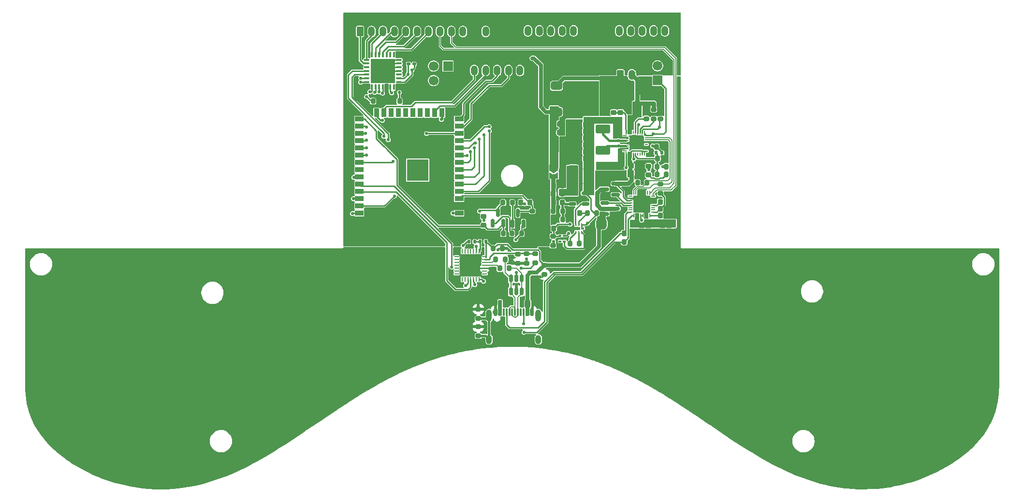
<source format=gbr>
%TF.GenerationSoftware,KiCad,Pcbnew,9.0.2-9.0.2-0~ubuntu24.04.1*%
%TF.CreationDate,2025-07-19T23:39:05+02:00*%
%TF.ProjectId,Pilot6Axis_v2,50696c6f-7436-4417-9869-735f76322e6b,rev?*%
%TF.SameCoordinates,Original*%
%TF.FileFunction,Copper,L1,Top*%
%TF.FilePolarity,Positive*%
%FSLAX46Y46*%
G04 Gerber Fmt 4.6, Leading zero omitted, Abs format (unit mm)*
G04 Created by KiCad (PCBNEW 9.0.2-9.0.2-0~ubuntu24.04.1) date 2025-07-19 23:39:05*
%MOMM*%
%LPD*%
G01*
G04 APERTURE LIST*
G04 Aperture macros list*
%AMRoundRect*
0 Rectangle with rounded corners*
0 $1 Rounding radius*
0 $2 $3 $4 $5 $6 $7 $8 $9 X,Y pos of 4 corners*
0 Add a 4 corners polygon primitive as box body*
4,1,4,$2,$3,$4,$5,$6,$7,$8,$9,$2,$3,0*
0 Add four circle primitives for the rounded corners*
1,1,$1+$1,$2,$3*
1,1,$1+$1,$4,$5*
1,1,$1+$1,$6,$7*
1,1,$1+$1,$8,$9*
0 Add four rect primitives between the rounded corners*
20,1,$1+$1,$2,$3,$4,$5,0*
20,1,$1+$1,$4,$5,$6,$7,0*
20,1,$1+$1,$6,$7,$8,$9,0*
20,1,$1+$1,$8,$9,$2,$3,0*%
%AMFreePoly0*
4,1,6,1.000000,0.000000,0.500000,-0.750000,-0.500000,-0.750000,-0.500000,0.750000,0.500000,0.750000,1.000000,0.000000,1.000000,0.000000,$1*%
%AMFreePoly1*
4,1,6,0.500000,-0.750000,-0.650000,-0.750000,-0.150000,0.000000,-0.650000,0.750000,0.500000,0.750000,0.500000,-0.750000,0.500000,-0.750000,$1*%
G04 Aperture macros list end*
%TA.AperFunction,SMDPad,CuDef*%
%ADD10RoundRect,0.200000X0.200000X0.275000X-0.200000X0.275000X-0.200000X-0.275000X0.200000X-0.275000X0*%
%TD*%
%TA.AperFunction,SMDPad,CuDef*%
%ADD11RoundRect,0.200000X-0.200000X-0.275000X0.200000X-0.275000X0.200000X0.275000X-0.200000X0.275000X0*%
%TD*%
%TA.AperFunction,SMDPad,CuDef*%
%ADD12RoundRect,0.225000X-0.250000X0.225000X-0.250000X-0.225000X0.250000X-0.225000X0.250000X0.225000X0*%
%TD*%
%TA.AperFunction,SMDPad,CuDef*%
%ADD13RoundRect,0.135000X-0.135000X-0.185000X0.135000X-0.185000X0.135000X0.185000X-0.135000X0.185000X0*%
%TD*%
%TA.AperFunction,SMDPad,CuDef*%
%ADD14RoundRect,0.225000X-0.225000X-0.250000X0.225000X-0.250000X0.225000X0.250000X-0.225000X0.250000X0*%
%TD*%
%TA.AperFunction,SMDPad,CuDef*%
%ADD15RoundRect,0.200000X0.275000X-0.200000X0.275000X0.200000X-0.275000X0.200000X-0.275000X-0.200000X0*%
%TD*%
%TA.AperFunction,ComponentPad*%
%ADD16RoundRect,0.250000X-0.350000X-0.625000X0.350000X-0.625000X0.350000X0.625000X-0.350000X0.625000X0*%
%TD*%
%TA.AperFunction,ComponentPad*%
%ADD17O,1.200000X1.750000*%
%TD*%
%TA.AperFunction,SMDPad,CuDef*%
%ADD18RoundRect,0.150000X-0.150000X-0.500000X0.150000X-0.500000X0.150000X0.500000X-0.150000X0.500000X0*%
%TD*%
%TA.AperFunction,SMDPad,CuDef*%
%ADD19RoundRect,0.075000X-0.075000X-0.575000X0.075000X-0.575000X0.075000X0.575000X-0.075000X0.575000X0*%
%TD*%
%TA.AperFunction,HeatsinkPad*%
%ADD20O,1.000000X2.100000*%
%TD*%
%TA.AperFunction,HeatsinkPad*%
%ADD21O,1.000000X1.600000*%
%TD*%
%TA.AperFunction,SMDPad,CuDef*%
%ADD22RoundRect,0.150000X0.150000X-0.590000X0.150000X0.590000X-0.150000X0.590000X-0.150000X-0.590000X0*%
%TD*%
%TA.AperFunction,SMDPad,CuDef*%
%ADD23RoundRect,0.200000X-0.275000X0.200000X-0.275000X-0.200000X0.275000X-0.200000X0.275000X0.200000X0*%
%TD*%
%TA.AperFunction,SMDPad,CuDef*%
%ADD24RoundRect,0.135000X0.185000X-0.135000X0.185000X0.135000X-0.185000X0.135000X-0.185000X-0.135000X0*%
%TD*%
%TA.AperFunction,SMDPad,CuDef*%
%ADD25RoundRect,0.225000X0.225000X0.250000X-0.225000X0.250000X-0.225000X-0.250000X0.225000X-0.250000X0*%
%TD*%
%TA.AperFunction,SMDPad,CuDef*%
%ADD26RoundRect,0.218750X-0.218750X-0.256250X0.218750X-0.256250X0.218750X0.256250X-0.218750X0.256250X0*%
%TD*%
%TA.AperFunction,SMDPad,CuDef*%
%ADD27RoundRect,0.220000X-0.255000X0.220000X-0.255000X-0.220000X0.255000X-0.220000X0.255000X0.220000X0*%
%TD*%
%TA.AperFunction,SMDPad,CuDef*%
%ADD28R,0.750000X0.200000*%
%TD*%
%TA.AperFunction,SMDPad,CuDef*%
%ADD29R,0.200000X0.750000*%
%TD*%
%TA.AperFunction,SMDPad,CuDef*%
%ADD30R,2.850000X2.850000*%
%TD*%
%TA.AperFunction,SMDPad,CuDef*%
%ADD31RoundRect,0.150000X-0.512500X-0.150000X0.512500X-0.150000X0.512500X0.150000X-0.512500X0.150000X0*%
%TD*%
%TA.AperFunction,SMDPad,CuDef*%
%ADD32FreePoly0,270.000000*%
%TD*%
%TA.AperFunction,SMDPad,CuDef*%
%ADD33FreePoly1,270.000000*%
%TD*%
%TA.AperFunction,SMDPad,CuDef*%
%ADD34RoundRect,0.140000X-0.140000X-0.170000X0.140000X-0.170000X0.140000X0.170000X-0.140000X0.170000X0*%
%TD*%
%TA.AperFunction,ComponentPad*%
%ADD35RoundRect,0.250000X0.350000X0.625000X-0.350000X0.625000X-0.350000X-0.625000X0.350000X-0.625000X0*%
%TD*%
%TA.AperFunction,SMDPad,CuDef*%
%ADD36RoundRect,0.075000X0.075000X-0.437500X0.075000X0.437500X-0.075000X0.437500X-0.075000X-0.437500X0*%
%TD*%
%TA.AperFunction,SMDPad,CuDef*%
%ADD37RoundRect,0.075000X0.437500X-0.075000X0.437500X0.075000X-0.437500X0.075000X-0.437500X-0.075000X0*%
%TD*%
%TA.AperFunction,HeatsinkPad*%
%ADD38R,4.250000X4.250000*%
%TD*%
%TA.AperFunction,ComponentPad*%
%ADD39R,1.700000X1.700000*%
%TD*%
%TA.AperFunction,ComponentPad*%
%ADD40C,1.700000*%
%TD*%
%TA.AperFunction,SMDPad,CuDef*%
%ADD41R,0.490000X0.300000*%
%TD*%
%TA.AperFunction,SMDPad,CuDef*%
%ADD42R,0.250000X0.550000*%
%TD*%
%TA.AperFunction,SMDPad,CuDef*%
%ADD43R,0.200000X0.550000*%
%TD*%
%TA.AperFunction,SMDPad,CuDef*%
%ADD44R,0.600000X0.300000*%
%TD*%
%TA.AperFunction,SMDPad,CuDef*%
%ADD45R,0.200000X0.600000*%
%TD*%
%TA.AperFunction,SMDPad,CuDef*%
%ADD46R,0.200000X0.700000*%
%TD*%
%TA.AperFunction,SMDPad,CuDef*%
%ADD47R,0.600000X0.200000*%
%TD*%
%TA.AperFunction,SMDPad,CuDef*%
%ADD48R,0.200000X0.650000*%
%TD*%
%TA.AperFunction,SMDPad,CuDef*%
%ADD49R,0.200000X0.680000*%
%TD*%
%TA.AperFunction,SMDPad,CuDef*%
%ADD50R,1.000000X0.200000*%
%TD*%
%TA.AperFunction,SMDPad,CuDef*%
%ADD51R,0.700000X0.200000*%
%TD*%
%TA.AperFunction,SMDPad,CuDef*%
%ADD52RoundRect,0.150000X0.150000X-0.512500X0.150000X0.512500X-0.150000X0.512500X-0.150000X-0.512500X0*%
%TD*%
%TA.AperFunction,SMDPad,CuDef*%
%ADD53RoundRect,0.150000X0.590000X0.150000X-0.590000X0.150000X-0.590000X-0.150000X0.590000X-0.150000X0*%
%TD*%
%TA.AperFunction,SMDPad,CuDef*%
%ADD54RoundRect,0.062500X0.337500X0.062500X-0.337500X0.062500X-0.337500X-0.062500X0.337500X-0.062500X0*%
%TD*%
%TA.AperFunction,SMDPad,CuDef*%
%ADD55RoundRect,0.062500X0.062500X0.337500X-0.062500X0.337500X-0.062500X-0.337500X0.062500X-0.337500X0*%
%TD*%
%TA.AperFunction,HeatsinkPad*%
%ADD56R,3.350000X3.350000*%
%TD*%
%TA.AperFunction,SMDPad,CuDef*%
%ADD57RoundRect,0.250000X-0.600000X-1.600000X0.600000X-1.600000X0.600000X1.600000X-0.600000X1.600000X0*%
%TD*%
%TA.AperFunction,SMDPad,CuDef*%
%ADD58RoundRect,0.250001X0.999999X-0.499999X0.999999X0.499999X-0.999999X0.499999X-0.999999X-0.499999X0*%
%TD*%
%TA.AperFunction,SMDPad,CuDef*%
%ADD59R,1.500000X0.900000*%
%TD*%
%TA.AperFunction,SMDPad,CuDef*%
%ADD60R,0.900000X1.500000*%
%TD*%
%TA.AperFunction,SMDPad,CuDef*%
%ADD61R,0.900000X0.900000*%
%TD*%
%TA.AperFunction,HeatsinkPad*%
%ADD62C,0.600000*%
%TD*%
%TA.AperFunction,HeatsinkPad*%
%ADD63R,3.800000X3.800000*%
%TD*%
%TA.AperFunction,SMDPad,CuDef*%
%ADD64RoundRect,0.375000X-0.625000X-0.375000X0.625000X-0.375000X0.625000X0.375000X-0.625000X0.375000X0*%
%TD*%
%TA.AperFunction,SMDPad,CuDef*%
%ADD65RoundRect,0.500000X-0.500000X-1.400000X0.500000X-1.400000X0.500000X1.400000X-0.500000X1.400000X0*%
%TD*%
%TA.AperFunction,SMDPad,CuDef*%
%ADD66RoundRect,0.150000X-0.590000X-0.150000X0.590000X-0.150000X0.590000X0.150000X-0.590000X0.150000X0*%
%TD*%
%TA.AperFunction,SMDPad,CuDef*%
%ADD67RoundRect,0.225000X0.250000X-0.225000X0.250000X0.225000X-0.250000X0.225000X-0.250000X-0.225000X0*%
%TD*%
%TA.AperFunction,ViaPad*%
%ADD68C,0.550000*%
%TD*%
%TA.AperFunction,Conductor*%
%ADD69C,0.254000*%
%TD*%
%TA.AperFunction,Conductor*%
%ADD70C,0.250000*%
%TD*%
%TA.AperFunction,Conductor*%
%ADD71C,0.400000*%
%TD*%
%TA.AperFunction,Conductor*%
%ADD72C,0.650000*%
%TD*%
%TA.AperFunction,Conductor*%
%ADD73C,1.000000*%
%TD*%
%TA.AperFunction,Conductor*%
%ADD74C,0.750000*%
%TD*%
%TA.AperFunction,Conductor*%
%ADD75C,0.127000*%
%TD*%
G04 APERTURE END LIST*
D10*
%TO.P,R16,1*%
%TO.N,/MCU/IO0*%
X151492221Y-101230800D03*
%TO.P,R16,2*%
%TO.N,+3.3V*%
X149842221Y-101230800D03*
%TD*%
D11*
%TO.P,R23,1*%
%TO.N,/PD/REGN*%
X178388020Y-89502800D03*
%TO.P,R23,2*%
%TO.N,/PD/ILIM_HIZ*%
X180038020Y-89502800D03*
%TD*%
D12*
%TO.P,C17,1*%
%TO.N,/PD/VBUS*%
X178138020Y-99802800D03*
%TO.P,C17,2*%
%TO.N,GND*%
X178138020Y-101362800D03*
%TD*%
D11*
%TO.P,C9,1*%
%TO.N,/PD/VBUS*%
X149716200Y-103880800D03*
%TO.P,C9,2*%
%TO.N,GND*%
X151366200Y-103880800D03*
%TD*%
%TO.P,R11,1*%
%TO.N,/USB/DTR*%
X151442221Y-95830800D03*
%TO.P,R11,2*%
%TO.N,Net-(Q1-B)*%
X153092221Y-95830800D03*
%TD*%
%TO.P,R3,1*%
%TO.N,GND*%
X160238020Y-98802800D03*
%TO.P,R3,2*%
%TO.N,Net-(IC1-FB)*%
X161888020Y-98802800D03*
%TD*%
D13*
%TO.P,R9,1*%
%TO.N,GND*%
X145461201Y-102660800D03*
%TO.P,R9,2*%
%TO.N,Net-(U3-VBUS)*%
X146481199Y-102660800D03*
%TD*%
D14*
%TO.P,C6,1*%
%TO.N,+3.3V*%
X161336200Y-83530800D03*
%TO.P,C6,2*%
%TO.N,GND*%
X162886200Y-83530800D03*
%TD*%
D15*
%TO.P,C8,1*%
%TO.N,Net-(J3-SHIELD)*%
X147101200Y-119175800D03*
%TO.P,C8,2*%
%TO.N,GND*%
X147101200Y-117525800D03*
%TD*%
D16*
%TO.P,J9,1,Pin_1*%
%TO.N,+3.3V*%
X169811200Y-65730800D03*
D17*
%TO.P,J9,2,Pin_2*%
%TO.N,GND*%
X171811200Y-65730800D03*
%TO.P,J9,3,Pin_3*%
%TO.N,/MCU/JOYSTICK1_BTN*%
X173811200Y-65730800D03*
%TO.P,J9,4,Pin_4*%
%TO.N,/MCU/JOYSTICK1_Z*%
X175811200Y-65730800D03*
%TO.P,J9,5,Pin_5*%
%TO.N,/MCU/JOYSTICK1_Y*%
X177811200Y-65730800D03*
%TO.P,J9,6,Pin_6*%
%TO.N,/MCU/JOYSTICK1_X*%
X179811200Y-65730800D03*
%TD*%
D14*
%TO.P,C22,1*%
%TO.N,/PD/VIN_3V3*%
X178978020Y-98102800D03*
%TO.P,C22,2*%
%TO.N,GND*%
X180538020Y-98102800D03*
%TD*%
D10*
%TO.P,R7,1*%
%TO.N,/USB/USB_CONN_D+*%
X152536200Y-107310800D03*
%TO.P,R7,2*%
%TO.N,/USB/D+*%
X150886200Y-107310800D03*
%TD*%
D18*
%TO.P,J3,A1,GND*%
%TO.N,GND*%
X150111200Y-114985800D03*
%TO.P,J3,A4,VBUS*%
%TO.N,/PD/VBUS*%
X150911200Y-114985800D03*
D19*
%TO.P,J3,A5,CC1*%
%TO.N,/PD/CC1*%
X152061200Y-114985801D03*
%TO.P,J3,A6,D+*%
%TO.N,/USB/USB_CONN_D+*%
X153061200Y-114985800D03*
%TO.P,J3,A7,D-*%
%TO.N,/USB/USB_CONN_D-*%
X153561200Y-114985800D03*
%TO.P,J3,A8,SBU1*%
%TO.N,unconnected-(J3-SBU1-PadA8)*%
X154561200Y-114985801D03*
D18*
%TO.P,J3,A9,VBUS*%
%TO.N,/PD/VBUS*%
X155711200Y-114985800D03*
%TO.P,J3,A12,GND*%
%TO.N,GND*%
X156511200Y-114985800D03*
%TO.P,J3,B1,GND*%
X156511200Y-114985800D03*
%TO.P,J3,B4,VBUS*%
%TO.N,/PD/VBUS*%
X155711200Y-114985800D03*
D19*
%TO.P,J3,B5,CC2*%
%TO.N,/PD/CC2*%
X155061200Y-114985800D03*
%TO.P,J3,B6,D+*%
%TO.N,/USB/USB_CONN_D+*%
X154061200Y-114985800D03*
%TO.P,J3,B7,D-*%
%TO.N,/USB/USB_CONN_D-*%
X152561200Y-114985800D03*
%TO.P,J3,B8,SBU2*%
%TO.N,unconnected-(J3-SBU2-PadB8)*%
X151561200Y-114985800D03*
D18*
%TO.P,J3,B9,VBUS*%
%TO.N,/PD/VBUS*%
X150911200Y-114985800D03*
%TO.P,J3,B12,GND*%
%TO.N,GND*%
X150111200Y-114985800D03*
D20*
%TO.P,J3,S1,SHIELD*%
%TO.N,Net-(J3-SHIELD)*%
X148991200Y-115625800D03*
D21*
X148991200Y-119805800D03*
D20*
X157631200Y-115625800D03*
D21*
X157631200Y-119805800D03*
%TD*%
D15*
%TO.P,R26,1*%
%TO.N,Net-(IC3-BATP)*%
X177838020Y-81142800D03*
%TO.P,R26,2*%
%TO.N,/BAT+*%
X177838020Y-79502800D03*
%TD*%
D22*
%TO.P,Q1,1,B*%
%TO.N,Net-(Q1-B)*%
X153117221Y-99510799D03*
%TO.P,Q1,2,E*%
%TO.N,/USB/RTS*%
X155017221Y-99510799D03*
%TO.P,Q1,3,C*%
%TO.N,/MCU/EN*%
X154067221Y-97630800D03*
%TD*%
D12*
%TO.P,C18,1*%
%TO.N,/PD/VBUS*%
X179338020Y-99822800D03*
%TO.P,C18,2*%
%TO.N,GND*%
X179338020Y-101382800D03*
%TD*%
%TO.P,C16,1*%
%TO.N,/PD/VBUS*%
X176938020Y-99822800D03*
%TO.P,C16,2*%
%TO.N,GND*%
X176938020Y-101382800D03*
%TD*%
D10*
%TO.P,R12,1*%
%TO.N,/USB/RTS*%
X154692221Y-101230800D03*
%TO.P,R12,2*%
%TO.N,Net-(Q2-B)*%
X153042221Y-101230800D03*
%TD*%
D11*
%TO.P,C44,1*%
%TO.N,+3.3V*%
X131691200Y-78050800D03*
%TO.P,C44,2*%
%TO.N,GND*%
X133341200Y-78050800D03*
%TD*%
D23*
%TO.P,R15,1*%
%TO.N,/MCU/EN*%
X156567221Y-97305800D03*
%TO.P,R15,2*%
%TO.N,+3.3V*%
X156567221Y-98955800D03*
%TD*%
D24*
%TO.P,R17,1*%
%TO.N,/GPIO/SCL*%
X135901200Y-71540800D03*
%TO.P,R17,2*%
%TO.N,+3.3V*%
X135901200Y-70520800D03*
%TD*%
D14*
%TO.P,C5,1*%
%TO.N,+5V*%
X160561200Y-86730800D03*
%TO.P,C5,2*%
%TO.N,GND*%
X162111200Y-86730800D03*
%TD*%
%TO.P,C1,1*%
%TO.N,/Power/+5V_UNPROTEC*%
X160263020Y-92802800D03*
%TO.P,C1,2*%
%TO.N,GND*%
X161813020Y-92802800D03*
%TD*%
D25*
%TO.P,C14,1*%
%TO.N,/MCU/EN*%
X156136200Y-95830800D03*
%TO.P,C14,2*%
%TO.N,GND*%
X154586200Y-95830800D03*
%TD*%
%TO.P,C34,1*%
%TO.N,/PD/VCC_OUT*%
X165871200Y-83330800D03*
%TO.P,C34,2*%
%TO.N,GND*%
X164311200Y-83330800D03*
%TD*%
D23*
%TO.P,R1,1*%
%TO.N,/PD/VCC_OUT*%
X160211200Y-101710800D03*
%TO.P,R1,2*%
%TO.N,/VPOWER_ENABLE_SW*%
X160211200Y-103350800D03*
%TD*%
D26*
%TO.P,D1,1,K*%
%TO.N,/Power/+5V_UNPROTEC*%
X160250519Y-94302800D03*
%TO.P,D1,2,A*%
%TO.N,/Power/BOOST_SW*%
X161825521Y-94302800D03*
%TD*%
D27*
%TO.P,D2,1*%
%TO.N,/PD/STAT_1*%
X176938020Y-89412800D03*
%TO.P,D2,2*%
%TO.N,Net-(D2-Pad2)*%
X176938020Y-90992800D03*
%TD*%
D11*
%TO.P,R2,1*%
%TO.N,/Power/+5V_UNPROTEC*%
X160238020Y-97302800D03*
%TO.P,R2,2*%
%TO.N,Net-(IC1-FB)*%
X161888020Y-97302800D03*
%TD*%
D28*
%TO.P,IC2,1,LDO_3V3*%
%TO.N,/PD/LDO_3V3*%
X177738020Y-97502800D03*
%TO.P,IC2,2,ADCIN1*%
%TO.N,unconnected-(IC2-ADCIN1-Pad2)*%
X177738020Y-97102800D03*
%TO.P,IC2,3,ADCIN2*%
%TO.N,unconnected-(IC2-ADCIN2-Pad3)*%
X177738020Y-96702800D03*
%TO.P,IC2,4,LDO_1V5*%
%TO.N,/PD/LDO_1V5*%
X177738020Y-96302800D03*
%TO.P,IC2,5,GPIO0*%
%TO.N,GND*%
X177738020Y-95902800D03*
%TO.P,IC2,6,GPIO1*%
X177738020Y-95502800D03*
%TO.P,IC2,7,GPIO2*%
X177738020Y-95102800D03*
%TO.P,IC2,8,I2CT_SDA*%
%TO.N,/GPIO/SDA*%
X177738020Y-94702800D03*
D29*
%TO.P,IC2,9,I2CT_SCL*%
%TO.N,/GPIO/SCL*%
X177138020Y-94102800D03*
%TO.P,IC2,10,~{I2CT_IRQ}*%
%TO.N,unconnected-(IC2-~{I2CT_IRQ}-Pad10)*%
X176738020Y-94102800D03*
%TO.P,IC2,11,GND_1*%
%TO.N,GND*%
X176338020Y-94102800D03*
%TO.P,IC2,12,GND_2*%
X175938020Y-94102800D03*
%TO.P,IC2,13,GPIO11*%
X175538020Y-94102800D03*
%TO.P,IC2,14,GND_3*%
X175138020Y-94102800D03*
%TO.P,IC2,15,I2CC_SDA*%
%TO.N,/PD/I2CC_SDA*%
X174738020Y-94102800D03*
%TO.P,IC2,16,I2CC_SCL*%
%TO.N,/PD/I2CC_SCL*%
X174338020Y-94102800D03*
D28*
%TO.P,IC2,17,~{I2CC_IRQ}*%
%TO.N,unconnected-(IC2-~{I2CC_IRQ}-Pad17)*%
X173738020Y-94702800D03*
%TO.P,IC2,18,GPIO3*%
%TO.N,GND*%
X173738020Y-95102800D03*
%TO.P,IC2,19,VSYS*%
%TO.N,/PD/CHARGER_VSYS*%
X173738020Y-95502800D03*
%TO.P,IC2,20,GATE_VSYS*%
%TO.N,/PD/GATE_VSYS*%
X173738020Y-95902800D03*
%TO.P,IC2,21,GATE_VBUS*%
%TO.N,/PD/GATE_VBUS*%
X173738020Y-96302800D03*
%TO.P,IC2,22,GPIO4/USB_P/LD1*%
%TO.N,unconnected-(IC2-GPIO4{slash}USB_P{slash}LD1-Pad22)*%
X173738020Y-96702800D03*
%TO.P,IC2,23,GPIO5/USB_N/LD2*%
%TO.N,unconnected-(IC2-GPIO5{slash}USB_N{slash}LD2-Pad23)*%
X173738020Y-97102800D03*
%TO.P,IC2,24,CC1*%
%TO.N,/PD/CC1*%
X173738020Y-97502800D03*
D29*
%TO.P,IC2,25,CC2*%
%TO.N,/PD/CC2*%
X174338020Y-98102800D03*
%TO.P,IC2,26,VBUS_1*%
%TO.N,/PD/VBUS*%
X174738020Y-98102800D03*
%TO.P,IC2,27,VBUS_2*%
X175138020Y-98102800D03*
%TO.P,IC2,28,PP5V_1*%
%TO.N,+5V*%
X175538020Y-98102800D03*
%TO.P,IC2,29,PP5V_2*%
X175938020Y-98102800D03*
%TO.P,IC2,30,GPIO7*%
%TO.N,GND*%
X176338020Y-98102800D03*
%TO.P,IC2,31,GPIO6*%
X176738020Y-98102800D03*
%TO.P,IC2,32,VIN_3V3*%
%TO.N,/PD/VIN_3V3*%
X177138020Y-98102800D03*
D30*
%TO.P,IC2,33,GND_4*%
%TO.N,GND*%
X175738020Y-96102800D03*
%TD*%
D25*
%TO.P,C42,1*%
%TO.N,/BAT+*%
X174918020Y-79602800D03*
%TO.P,C42,2*%
%TO.N,GND*%
X173358020Y-79602800D03*
%TD*%
D31*
%TO.P,IC1,1,SW*%
%TO.N,/Power/BOOST_SW*%
X163573700Y-94180801D03*
%TO.P,IC1,2,GND*%
%TO.N,GND*%
X163573700Y-95130800D03*
%TO.P,IC1,3,FB*%
%TO.N,Net-(IC1-FB)*%
X163573700Y-96080799D03*
%TO.P,IC1,4,~{SHDN}*%
%TO.N,/Power/~{SHDN}*%
X165848700Y-96080799D03*
%TO.P,IC1,5,VIN*%
%TO.N,/PD/VCC_OUT*%
X165848700Y-94180801D03*
%TD*%
D12*
%TO.P,C13,1*%
%TO.N,GND*%
X148067221Y-98255800D03*
%TO.P,C13,2*%
%TO.N,/MCU/IO0*%
X148067221Y-99805800D03*
%TD*%
D14*
%TO.P,C3,1*%
%TO.N,+5V*%
X160561200Y-85030800D03*
%TO.P,C3,2*%
%TO.N,GND*%
X162111200Y-85030800D03*
%TD*%
%TO.P,C25,1*%
%TO.N,/PD/CHARGER_VSYS*%
X173958020Y-90602800D03*
%TO.P,C25,2*%
%TO.N,GND*%
X175518020Y-90602800D03*
%TD*%
D11*
%TO.P,R25,1*%
%TO.N,/PD/REGN*%
X178418020Y-90902800D03*
%TO.P,R25,2*%
%TO.N,Net-(D2-Pad2)*%
X180058020Y-90902800D03*
%TD*%
D14*
%TO.P,C21,1*%
%TO.N,/PD/LDO_1V5*%
X178978020Y-95702800D03*
%TO.P,C21,2*%
%TO.N,GND*%
X180538020Y-95702800D03*
%TD*%
D10*
%TO.P,R29,1*%
%TO.N,/PD/VCC_OUT*%
X167831200Y-97630800D03*
%TO.P,R29,2*%
%TO.N,Net-(IC5-~{CLR})*%
X166191200Y-97630800D03*
%TD*%
D25*
%TO.P,C40,1*%
%TO.N,/BAT+*%
X174918020Y-78402800D03*
%TO.P,C40,2*%
%TO.N,GND*%
X173358020Y-78402800D03*
%TD*%
D15*
%TO.P,R24,1*%
%TO.N,/PD/ILIM_HIZ*%
X179038020Y-81142800D03*
%TO.P,R24,2*%
%TO.N,GND*%
X179038020Y-79502800D03*
%TD*%
D32*
%TO.P,JP1,1,A*%
%TO.N,+5V*%
X160338020Y-89677800D03*
D33*
%TO.P,JP1,2,B*%
%TO.N,/Power/+5V_UNPROTEC*%
X160338020Y-91127800D03*
%TD*%
D11*
%TO.P,R20,1*%
%TO.N,/PD/LDO_3V3*%
X175018020Y-92302800D03*
%TO.P,R20,2*%
%TO.N,/PD/I2CC_SCL*%
X176658020Y-92302800D03*
%TD*%
D12*
%TO.P,C41,1*%
%TO.N,/PD/PMID*%
X168238020Y-89322800D03*
%TO.P,C41,2*%
%TO.N,GND*%
X168238020Y-90882800D03*
%TD*%
D25*
%TO.P,C31,1*%
%TO.N,/PD/VCC_OUT*%
X165871200Y-88130800D03*
%TO.P,C31,2*%
%TO.N,GND*%
X164311200Y-88130800D03*
%TD*%
%TO.P,C29,1*%
%TO.N,/PD/VCC_OUT*%
X165871200Y-84530800D03*
%TO.P,C29,2*%
%TO.N,GND*%
X164311200Y-84530800D03*
%TD*%
D34*
%TO.P,R21,1*%
%TO.N,/PD/REGN*%
X178263020Y-87102800D03*
%TO.P,R21,2*%
%TO.N,/PD/TS_1*%
X179263020Y-87102800D03*
%TD*%
D15*
%TO.P,R19,1*%
%TO.N,/PD/LDO_3V3*%
X179038020Y-94222800D03*
%TO.P,R19,2*%
%TO.N,/PD/I2CC_SDA*%
X179038020Y-92582800D03*
%TD*%
D14*
%TO.P,C39,1*%
%TO.N,/PD/REGN*%
X178483020Y-88102800D03*
%TO.P,C39,2*%
%TO.N,GND*%
X180043020Y-88102800D03*
%TD*%
D22*
%TO.P,Q2,1,B*%
%TO.N,Net-(Q2-B)*%
X149617221Y-99470800D03*
%TO.P,Q2,2,E*%
%TO.N,/MCU/IO0*%
X151517221Y-99470800D03*
%TO.P,Q2,3,C*%
%TO.N,/USB/DTR*%
X150567221Y-97590801D03*
%TD*%
D13*
%TO.P,R8,1*%
%TO.N,Net-(U3-VBUS)*%
X147401201Y-102650800D03*
%TO.P,R8,2*%
%TO.N,/PD/VBUS*%
X148421199Y-102650800D03*
%TD*%
D14*
%TO.P,C7,1*%
%TO.N,+3.3V*%
X161361200Y-82030800D03*
%TO.P,C7,2*%
%TO.N,GND*%
X162911200Y-82030800D03*
%TD*%
D16*
%TO.P,J8,1,Pin_1*%
%TO.N,/GPIO/EXBTN7*%
X126411200Y-65830800D03*
D17*
%TO.P,J8,2,Pin_2*%
%TO.N,/GPIO/EXBTN6*%
X128411200Y-65830800D03*
%TO.P,J8,3,Pin_3*%
%TO.N,/GPIO/EXBTN5*%
X130411200Y-65830800D03*
%TO.P,J8,4,Pin_4*%
%TO.N,/GPIO/EXBTN4*%
X132411200Y-65830800D03*
%TO.P,J8,5,Pin_5*%
%TO.N,/GPIO/EXBTN3*%
X134411200Y-65830800D03*
%TO.P,J8,6,Pin_6*%
%TO.N,/GPIO/EXBTN2*%
X136411200Y-65830800D03*
%TO.P,J8,7,Pin_7*%
%TO.N,/GPIO/EXBTN1*%
X138411200Y-65830800D03*
%TO.P,J8,8,Pin_8*%
%TO.N,/GPIO/SCL*%
X140411200Y-65830800D03*
%TO.P,J8,9,Pin_9*%
%TO.N,/GPIO/SDA*%
X142411200Y-65830800D03*
%TO.P,J8,10,Pin_10*%
%TO.N,+5V*%
X144411200Y-65830800D03*
%TO.P,J8,11,Pin_11*%
%TO.N,+3.3V*%
X146411200Y-65830800D03*
%TO.P,J8,12,Pin_12*%
%TO.N,GND*%
X148411200Y-65830800D03*
%TD*%
D25*
%TO.P,C30,1*%
%TO.N,/PD/VCC_OUT*%
X165871200Y-82130800D03*
%TO.P,C30,2*%
%TO.N,GND*%
X164311200Y-82130800D03*
%TD*%
D14*
%TO.P,C26,1*%
%TO.N,/PD/CHARGER_VSYS*%
X173958020Y-89402800D03*
%TO.P,C26,2*%
%TO.N,GND*%
X175518020Y-89402800D03*
%TD*%
D35*
%TO.P,J4,1,Pin_1*%
%TO.N,+3.3V*%
X156411200Y-72680800D03*
D17*
%TO.P,J4,2,Pin_2*%
%TO.N,GND*%
X154411200Y-72680800D03*
%TO.P,J4,3,Pin_3*%
%TO.N,/MCU/MCLK*%
X152411200Y-72680800D03*
%TO.P,J4,4,Pin_4*%
%TO.N,/MCU/MISO*%
X150411200Y-72680800D03*
%TO.P,J4,5,Pin_5*%
%TO.N,/MCU/MOSI*%
X148411200Y-72680800D03*
%TO.P,J4,6,Pin_6*%
%TO.N,/MCU/CS*%
X146411200Y-72680800D03*
%TD*%
D24*
%TO.P,R18,1*%
%TO.N,/GPIO/SDA*%
X134911200Y-71540800D03*
%TO.P,R18,2*%
%TO.N,+3.3V*%
X134911200Y-70520800D03*
%TD*%
D11*
%TO.P,R22,1*%
%TO.N,/PD/TS_1*%
X178343020Y-86102800D03*
%TO.P,R22,2*%
%TO.N,GND*%
X179983020Y-86102800D03*
%TD*%
D36*
%TO.P,U14,1,GPB4*%
%TO.N,/GPIO/LED3*%
X128461200Y-75588300D03*
%TO.P,U14,2,GPB5*%
%TO.N,/GPIO/LED4*%
X129111200Y-75588300D03*
%TO.P,U14,3,GPB6*%
%TO.N,/GPIO/LED5*%
X129761200Y-75588300D03*
%TO.P,U14,4,GPB7*%
%TO.N,/GPIO/LED6*%
X130411200Y-75588300D03*
%TO.P,U14,5,VDD*%
%TO.N,+3.3V*%
X131061200Y-75588300D03*
%TO.P,U14,6,VSS*%
%TO.N,GND*%
X131711200Y-75588300D03*
%TO.P,U14,7,NC*%
%TO.N,unconnected-(U14-NC-Pad7)*%
X132361200Y-75588300D03*
D37*
%TO.P,U14,8,SCK*%
%TO.N,/GPIO/SCL*%
X133248700Y-74700800D03*
%TO.P,U14,9,SDA*%
%TO.N,/GPIO/SDA*%
X133248700Y-74050800D03*
%TO.P,U14,10,NC*%
%TO.N,unconnected-(U14-NC-Pad10)*%
X133248700Y-73400800D03*
%TO.P,U14,11,A0*%
%TO.N,GND*%
X133248700Y-72750800D03*
%TO.P,U14,12,A1*%
X133248700Y-72100800D03*
%TO.P,U14,13,A2*%
X133248700Y-71450800D03*
%TO.P,U14,14,~{RESET}*%
X133248700Y-70800800D03*
D36*
%TO.P,U14,15,INTB*%
%TO.N,unconnected-(U14-INTB-Pad15)*%
X132361200Y-69913300D03*
%TO.P,U14,16,INTA*%
%TO.N,unconnected-(U14-INTA-Pad16)*%
X131711200Y-69913300D03*
%TO.P,U14,17,GPA0*%
%TO.N,/GPIO/EXBTN1*%
X131061200Y-69913300D03*
%TO.P,U14,18,GPA1*%
%TO.N,/GPIO/EXBTN2*%
X130411200Y-69913300D03*
%TO.P,U14,19,GPA2*%
%TO.N,/GPIO/EXBTN3*%
X129761200Y-69913300D03*
%TO.P,U14,20,GPA3*%
%TO.N,/GPIO/EXBTN4*%
X129111200Y-69913300D03*
%TO.P,U14,21,GPA4*%
%TO.N,/GPIO/EXBTN5*%
X128461200Y-69913300D03*
D37*
%TO.P,U14,22,GPA5*%
%TO.N,/GPIO/EXBTN6*%
X127573700Y-70800800D03*
%TO.P,U14,23,GPA6*%
%TO.N,/GPIO/EXBTN7*%
X127573700Y-71450800D03*
%TO.P,U14,24,GPA7*%
%TO.N,unconnected-(U14-GPA7-Pad24)*%
X127573700Y-72100800D03*
%TO.P,U14,25,GPB0*%
%TO.N,/GPIO/BTN10*%
X127573700Y-72750800D03*
%TO.P,U14,26,GPB1*%
%TO.N,/GPIO/BTN11*%
X127573700Y-73400800D03*
%TO.P,U14,27,GPB2*%
%TO.N,/GPIO/LED1*%
X127573700Y-74050800D03*
%TO.P,U14,28,GPB3*%
%TO.N,/GPIO/LED2*%
X127573700Y-74700800D03*
D38*
%TO.P,U14,29,EP*%
%TO.N,GND*%
X130411200Y-72750800D03*
%TD*%
D10*
%TO.P,R6,1*%
%TO.N,/USB/USB_CONN_D-*%
X151796200Y-105760800D03*
%TO.P,R6,2*%
%TO.N,/USB/D-*%
X150146200Y-105760800D03*
%TD*%
D12*
%TO.P,C43,1*%
%TO.N,/PD/PMID*%
X172138020Y-89322800D03*
%TO.P,C43,2*%
%TO.N,GND*%
X172138020Y-90882800D03*
%TD*%
D14*
%TO.P,C46,1*%
%TO.N,/PD/VCC_OUT*%
X160336200Y-100330800D03*
%TO.P,C46,2*%
%TO.N,GND*%
X161886200Y-100330800D03*
%TD*%
D39*
%TO.P,TH1,1*%
%TO.N,/PD/TS_1*%
X178511200Y-74405800D03*
D40*
%TO.P,TH1,2*%
%TO.N,GND*%
X178511200Y-71865800D03*
%TD*%
D41*
%TO.P,IC4,1,~{RST}*%
%TO.N,/Power/~{RST}*%
X162196200Y-102630800D03*
%TO.P,IC4,2,GND*%
%TO.N,GND*%
X162196200Y-102130800D03*
%TO.P,IC4,3,PB1*%
%TO.N,/VPOWER_ENABLE_SW*%
X162196200Y-101630800D03*
%TO.P,IC4,4,VCC*%
%TO.N,/PD/VCC_OUT*%
X161426200Y-101630800D03*
%TO.P,IC4,5,TS*%
%TO.N,GND*%
X161426200Y-102130800D03*
%TO.P,IC4,6,PB2*%
%TO.N,unconnected-(IC4-PB2-Pad6)*%
X161426200Y-102630800D03*
%TD*%
D42*
%TO.P,IC5,1,~{PRE}*%
%TO.N,/PD/VCC_OUT*%
X165211200Y-99680800D03*
D43*
%TO.P,IC5,2,~{CLR}*%
%TO.N,Net-(IC5-~{CLR})*%
X164711200Y-99680800D03*
D42*
%TO.P,IC5,3,Q*%
%TO.N,/Power/~{SHDN}*%
X164211200Y-99680800D03*
D44*
%TO.P,IC5,4,GND*%
%TO.N,GND*%
X164061200Y-100355800D03*
D42*
%TO.P,IC5,5,~{Q}*%
%TO.N,Net-(IC5-~{Q})*%
X164211200Y-101030800D03*
D43*
%TO.P,IC5,6,D*%
%TO.N,Net-(IC5-D)*%
X164711200Y-101030800D03*
D42*
%TO.P,IC5,7,CLK*%
%TO.N,/Power/~{RST}*%
X165211200Y-101030800D03*
D44*
%TO.P,IC5,8,VCC*%
%TO.N,/PD/VCC_OUT*%
X165361200Y-100355800D03*
%TD*%
D29*
%TO.P,IC3,1,STAT_1*%
%TO.N,/PD/STAT_1*%
X173038020Y-87252800D03*
D45*
%TO.P,IC3,2,VBUS_1*%
%TO.N,/PD/CHARGER_VSYS*%
X173438020Y-87327800D03*
%TO.P,IC3,3,VBUS_2*%
X173838020Y-87327800D03*
%TO.P,IC3,4,BTST1*%
%TO.N,/PD/BTST1*%
X174238020Y-87327800D03*
%TO.P,IC3,5,REGN*%
%TO.N,/PD/REGN*%
X174638020Y-87327800D03*
%TO.P,IC3,6,D+*%
%TO.N,unconnected-(IC3-D+-Pad6)*%
X175038020Y-87327800D03*
%TO.P,IC3,7,D-*%
%TO.N,unconnected-(IC3-D--Pad7)*%
X175438020Y-87327800D03*
%TO.P,IC3,8,VAC2*%
%TO.N,/PD/CHARGER_VSYS*%
X175838020Y-87327800D03*
D46*
%TO.P,IC3,9,VAC1_1*%
X176238020Y-87277800D03*
D47*
%TO.P,IC3,10,ACDRV2*%
%TO.N,GND*%
X176538020Y-86427800D03*
%TO.P,IC3,11,ACDRV1*%
X176538020Y-86027800D03*
%TO.P,IC3,12,~{QON}*%
%TO.N,unconnected-(IC3-~{QON}-Pad12)*%
X176538020Y-85627800D03*
%TO.P,IC3,13,~{CE}*%
%TO.N,GND*%
X176538020Y-85227800D03*
%TO.P,IC3,14,SCL*%
%TO.N,/PD/I2CC_SCL*%
X176538020Y-84827800D03*
%TO.P,IC3,15,SDA*%
%TO.N,/PD/I2CC_SDA*%
X176538020Y-84427800D03*
D46*
%TO.P,IC3,16,TS_1*%
%TO.N,/PD/TS_1*%
X176238020Y-83574800D03*
%TO.P,IC3,17,ILIM_HIZ*%
%TO.N,/PD/ILIM_HIZ*%
X175838020Y-83577800D03*
D48*
%TO.P,IC3,18,BATP*%
%TO.N,Net-(IC3-BATP)*%
X175438020Y-83552800D03*
D49*
%TO.P,IC3,19,BTST2*%
%TO.N,/PD/BTST2*%
X175038020Y-83567800D03*
D45*
%TO.P,IC3,20,PROG*%
%TO.N,/PD/PROG*%
X174638020Y-83527800D03*
%TO.P,IC3,21,~{INT}*%
%TO.N,unconnected-(IC3-~{INT}-Pad21)*%
X174238020Y-83527800D03*
%TO.P,IC3,22,BAT_1*%
%TO.N,/BAT+*%
X173838020Y-83527800D03*
%TO.P,IC3,23,BAT_2*%
X173438020Y-83527800D03*
D29*
%TO.P,IC3,24,SDRV_1*%
%TO.N,/PD/SDRV_1*%
X173038020Y-83602800D03*
D50*
%TO.P,IC3,25,SYS*%
%TO.N,/PD/VCC_OUT*%
X172938020Y-84527800D03*
%TO.P,IC3,26,SW2*%
%TO.N,/PD/SW2*%
X172938020Y-84977800D03*
%TO.P,IC3,27,GND*%
%TO.N,GND*%
X172938020Y-85427800D03*
%TO.P,IC3,28,SW1*%
%TO.N,/PD/SW1*%
X172938020Y-85877800D03*
%TO.P,IC3,29,PMID*%
%TO.N,/PD/PMID*%
X172938020Y-86327800D03*
D51*
%TO.P,IC3,30,STAT_2*%
%TO.N,/PD/STAT_1*%
X172788020Y-86777800D03*
%TO.P,IC3,31,VAC1_2*%
%TO.N,/PD/CHARGER_VSYS*%
X176488020Y-86827800D03*
%TO.P,IC3,32,TS_2*%
%TO.N,/PD/TS_1*%
X176488020Y-84027800D03*
%TO.P,IC3,33,SDRV_2*%
%TO.N,/PD/SDRV_1*%
X172788020Y-84077800D03*
%TD*%
D52*
%TO.P,U2,1,I/O1*%
%TO.N,/USB/USB_CONN_D-*%
X152811202Y-111408300D03*
%TO.P,U2,2,GND*%
%TO.N,GND*%
X153761201Y-111408300D03*
%TO.P,U2,3,I/O2*%
%TO.N,/USB/USB_CONN_D+*%
X154711200Y-111408300D03*
%TO.P,U2,4,I/O2*%
X154711200Y-109133300D03*
%TO.P,U2,5,VBUS*%
%TO.N,/PD/VBUS*%
X153761201Y-109133300D03*
%TO.P,U2,6,I/O1*%
%TO.N,/USB/USB_CONN_D-*%
X152811202Y-109133300D03*
%TD*%
D25*
%TO.P,C33,1*%
%TO.N,/PD/VCC_OUT*%
X165871200Y-85730800D03*
%TO.P,C33,2*%
%TO.N,GND*%
X164311200Y-85730800D03*
%TD*%
D53*
%TO.P,Q4,1,G*%
%TO.N,/PD/GATE_VSYS*%
X171168020Y-94422800D03*
%TO.P,Q4,2,S*%
%TO.N,/PD/CHARGER_VSYS*%
X171168020Y-92522800D03*
%TO.P,Q4,3,D*%
%TO.N,Net-(Q3-D)*%
X169288020Y-93472800D03*
%TD*%
D54*
%TO.P,U3,1,~{DCD}*%
%TO.N,unconnected-(U3-~{DCD}-Pad1)*%
X148231200Y-108320800D03*
%TO.P,U3,2,~{RI}/CLK*%
%TO.N,unconnected-(U3-~{RI}{slash}CLK-Pad2)*%
X148231200Y-107820800D03*
%TO.P,U3,3,GND*%
%TO.N,GND*%
X148231200Y-107320800D03*
%TO.P,U3,4,D+*%
%TO.N,/USB/D+*%
X148231201Y-106820800D03*
%TO.P,U3,5,D-*%
%TO.N,/USB/D-*%
X148231200Y-106320800D03*
%TO.P,U3,6,VDD*%
%TO.N,/USB/3.3V_USB*%
X148231200Y-105820800D03*
%TO.P,U3,7,VREGIN*%
%TO.N,/PD/VBUS*%
X148231200Y-105320800D03*
D55*
%TO.P,U3,8,VBUS*%
%TO.N,Net-(U3-VBUS)*%
X147281200Y-104370800D03*
%TO.P,U3,9,~{RST}*%
%TO.N,Net-(U3-~{RST})*%
X146781200Y-104370800D03*
%TO.P,U3,10,NC*%
%TO.N,unconnected-(U3-NC-Pad10)*%
X146281200Y-104370800D03*
%TO.P,U3,11,~{SUSPEND}*%
%TO.N,unconnected-(U3-~{SUSPEND}-Pad11)*%
X145781200Y-104370799D03*
%TO.P,U3,12,SUSPEND*%
%TO.N,unconnected-(U3-SUSPEND-Pad12)*%
X145281200Y-104370800D03*
%TO.P,U3,13,CHREN*%
%TO.N,unconnected-(U3-CHREN-Pad13)*%
X144781200Y-104370800D03*
%TO.P,U3,14,CHR1*%
%TO.N,unconnected-(U3-CHR1-Pad14)*%
X144281200Y-104370800D03*
D54*
%TO.P,U3,15,CHR0*%
%TO.N,unconnected-(U3-CHR0-Pad15)*%
X143331200Y-105320800D03*
%TO.P,U3,16,~{WAKEUP}/GPIO.3*%
%TO.N,unconnected-(U3-~{WAKEUP}{slash}GPIO.3-Pad16)*%
X143331200Y-105820800D03*
%TO.P,U3,17,RS485/GPIO.2*%
%TO.N,unconnected-(U3-RS485{slash}GPIO.2-Pad17)*%
X143331200Y-106320800D03*
%TO.P,U3,18,~{RXT}/GPIO.1*%
%TO.N,unconnected-(U3-~{RXT}{slash}GPIO.1-Pad18)*%
X143331199Y-106820800D03*
%TO.P,U3,19,~{TXT}/GPIO.0*%
%TO.N,unconnected-(U3-~{TXT}{slash}GPIO.0-Pad19)*%
X143331200Y-107320800D03*
%TO.P,U3,20,GPIO.6*%
%TO.N,unconnected-(U3-GPIO.6-Pad20)*%
X143331200Y-107820800D03*
%TO.P,U3,21,GPIO.5*%
%TO.N,unconnected-(U3-GPIO.5-Pad21)*%
X143331200Y-108320800D03*
D55*
%TO.P,U3,22,GPIO.4*%
%TO.N,unconnected-(U3-GPIO.4-Pad22)*%
X144281200Y-109270800D03*
%TO.P,U3,23,~{CTS}*%
%TO.N,unconnected-(U3-~{CTS}-Pad23)*%
X144781200Y-109270800D03*
%TO.P,U3,24,~{RTS}*%
%TO.N,/USB/RTS*%
X145281200Y-109270800D03*
%TO.P,U3,25,RXD*%
%TO.N,/MCU/TXD*%
X145781200Y-109270801D03*
%TO.P,U3,26,TXD*%
%TO.N,/MCU/RXD*%
X146281200Y-109270800D03*
%TO.P,U3,27,~{DSR}*%
%TO.N,unconnected-(U3-~{DSR}-Pad27)*%
X146781200Y-109270800D03*
%TO.P,U3,28,~{DTR}*%
%TO.N,/USB/DTR*%
X147281200Y-109270800D03*
D56*
%TO.P,U3,29,GND*%
%TO.N,GND*%
X145781200Y-106820800D03*
%TD*%
D57*
%TO.P,L1,1,1*%
%TO.N,/Power/BOOST_SW*%
X163761200Y-91130800D03*
%TO.P,L1,2,2*%
%TO.N,/PD/VCC_OUT*%
X166461200Y-91130800D03*
%TD*%
D25*
%TO.P,C32,1*%
%TO.N,/PD/VCC_OUT*%
X165871200Y-86930800D03*
%TO.P,C32,2*%
%TO.N,GND*%
X164311200Y-86930800D03*
%TD*%
D12*
%TO.P,C19,1*%
%TO.N,/PD/VBUS*%
X180538020Y-99822800D03*
%TO.P,C19,2*%
%TO.N,GND*%
X180538020Y-101382800D03*
%TD*%
D58*
%TO.P,L2,1,1*%
%TO.N,/PD/SW1*%
X168938020Y-86652800D03*
%TO.P,L2,2,2*%
%TO.N,/PD/SW2*%
X168938020Y-82952800D03*
%TD*%
D59*
%TO.P,U4,1,GND*%
%TO.N,GND*%
X143761200Y-97695800D03*
%TO.P,U4,2,VDD*%
%TO.N,+3.3V*%
X143761200Y-96425800D03*
%TO.P,U4,3,EN*%
%TO.N,/MCU/EN*%
X143761200Y-95155800D03*
%TO.P,U4,4,SENSOR_VP*%
%TO.N,/MCU/JOYSTICK2_Z*%
X143761200Y-93885800D03*
%TO.P,U4,5,SENSOR_VN*%
%TO.N,/MCU/JOYSTICK2_Y*%
X143761200Y-92615800D03*
%TO.P,U4,6,IO34*%
%TO.N,/MCU/JOYSTICK2_X*%
X143761200Y-91345800D03*
%TO.P,U4,7,IO35*%
%TO.N,/MCU/JOYSTICK1_Z*%
X143761200Y-90075800D03*
%TO.P,U4,8,IO32*%
%TO.N,/MCU/JOYSTICK1_Y*%
X143761200Y-88805800D03*
%TO.P,U4,9,IO33*%
%TO.N,/MCU/JOYSTICK1_X*%
X143761200Y-87535800D03*
%TO.P,U4,10,IO25*%
%TO.N,/MCU/JOYSTICK1_BTN*%
X143761200Y-86265800D03*
%TO.P,U4,11,IO26*%
%TO.N,/MCU/JOYSTICK2_BTN*%
X143761200Y-84995800D03*
%TO.P,U4,12,IO27*%
%TO.N,/MCU/BTN1*%
X143761200Y-83725800D03*
%TO.P,U4,13,IO14*%
%TO.N,/MCU/MCLK*%
X143761200Y-82455800D03*
%TO.P,U4,14,IO12*%
%TO.N,/MCU/MISO*%
X143761200Y-81185800D03*
D60*
%TO.P,U4,15,GND*%
%TO.N,GND*%
X140726200Y-80090800D03*
%TO.P,U4,16,IO13*%
%TO.N,/MCU/MOSI*%
X139456200Y-80090800D03*
%TO.P,U4,17,SHD/SD2*%
%TO.N,unconnected-(U4-SHD{slash}SD2-Pad17)*%
X138186200Y-80090801D03*
%TO.P,U4,18,SWP/SD3*%
%TO.N,unconnected-(U4-SWP{slash}SD3-Pad18)*%
X136916200Y-80090800D03*
%TO.P,U4,19,SCS/CMD*%
%TO.N,unconnected-(U4-SCS{slash}CMD-Pad19)*%
X135646200Y-80090800D03*
%TO.P,U4,20,SCK/CLK*%
%TO.N,unconnected-(U4-SCK{slash}CLK-Pad20)*%
X134376200Y-80090800D03*
%TO.P,U4,21,SDO/SD0*%
%TO.N,unconnected-(U4-SDO{slash}SD0-Pad21)*%
X133106200Y-80090800D03*
%TO.P,U4,22,SDI/SD1*%
%TO.N,unconnected-(U4-SDI{slash}SD1-Pad22)*%
X131836200Y-80090801D03*
%TO.P,U4,23,IO15*%
%TO.N,/MCU/CS*%
X130566200Y-80090800D03*
%TO.P,U4,24,IO2*%
%TO.N,/MCU/BTN2*%
X129296200Y-80090800D03*
D59*
%TO.P,U4,25,IO0*%
%TO.N,/MCU/IO0*%
X126261200Y-81185800D03*
%TO.P,U4,26,IO4*%
%TO.N,/MCU/BTN4*%
X126261200Y-82455800D03*
%TO.P,U4,27,IO16*%
%TO.N,/MCU/BTN5*%
X126261200Y-83725800D03*
%TO.P,U4,28,IO17*%
%TO.N,/MCU/BTN6*%
X126261200Y-84995800D03*
%TO.P,U4,29,IO5*%
%TO.N,/MCU/BTN7*%
X126261200Y-86265800D03*
%TO.P,U4,30,IO18*%
%TO.N,/MCU/BTN8*%
X126261200Y-87535800D03*
%TO.P,U4,31,IO19*%
%TO.N,/MCU/BTN9*%
X126261200Y-88805800D03*
%TO.P,U4,32,NC*%
%TO.N,unconnected-(U4-NC-Pad32)*%
X126261200Y-90075800D03*
%TO.P,U4,33,IO21*%
%TO.N,/GPIO/SDA*%
X126261200Y-91345800D03*
%TO.P,U4,34,RXD0/IO3*%
%TO.N,/MCU/RXD*%
X126261200Y-92615800D03*
%TO.P,U4,35,TXD0/IO1*%
%TO.N,/MCU/TXD*%
X126261200Y-93885800D03*
%TO.P,U4,36,IO22*%
%TO.N,/GPIO/SCL*%
X126261200Y-95155800D03*
%TO.P,U4,37,IO23*%
%TO.N,/MCU/BTN3*%
X126261200Y-96425800D03*
%TO.P,U4,38,GND*%
%TO.N,GND*%
X126261200Y-97695800D03*
D61*
%TO.P,U4,39,GND*%
X137911200Y-91530800D03*
D62*
X137911200Y-90830800D03*
D61*
X137911200Y-90130800D03*
D62*
X137911200Y-89430800D03*
D61*
X137911200Y-88730800D03*
D62*
X137211200Y-91530800D03*
X137211200Y-90130800D03*
X137211200Y-88730800D03*
D61*
X136511200Y-91530800D03*
D62*
X136511200Y-90830800D03*
D61*
X136511200Y-90130800D03*
D63*
X136511200Y-90130800D03*
D62*
X136511200Y-89430800D03*
D61*
X136511200Y-88730800D03*
D62*
X135811200Y-91530800D03*
X135811200Y-90130800D03*
X135811200Y-88730800D03*
D61*
X135111200Y-91530800D03*
D62*
X135111200Y-90830800D03*
D61*
X135111200Y-90130800D03*
D62*
X135111200Y-89430800D03*
D61*
X135111200Y-88730800D03*
%TD*%
D14*
%TO.P,C20,1*%
%TO.N,/PD/LDO_3V3*%
X178978020Y-96902800D03*
%TO.P,C20,2*%
%TO.N,GND*%
X180538020Y-96902800D03*
%TD*%
D25*
%TO.P,C47,1*%
%TO.N,Net-(IC5-~{CLR})*%
X164886200Y-97630800D03*
%TO.P,C47,2*%
%TO.N,GND*%
X163336200Y-97630800D03*
%TD*%
D12*
%TO.P,C38,1*%
%TO.N,/PD/PMID*%
X169538020Y-89322800D03*
%TO.P,C38,2*%
%TO.N,GND*%
X169538020Y-90882800D03*
%TD*%
D16*
%TO.P,J1,1*%
%TO.N,GND*%
X172011200Y-73430800D03*
D17*
%TO.P,J1,2*%
%TO.N,/BAT+*%
X174011200Y-73430800D03*
%TD*%
D11*
%TO.P,R4,1*%
%TO.N,Net-(IC5-~{Q})*%
X163191200Y-103030800D03*
%TO.P,R4,2*%
%TO.N,Net-(IC5-D)*%
X164831200Y-103030800D03*
%TD*%
D12*
%TO.P,C37,1*%
%TO.N,/PD/PMID*%
X170838020Y-89322800D03*
%TO.P,C37,2*%
%TO.N,GND*%
X170838020Y-90882800D03*
%TD*%
D15*
%TO.P,R27,1*%
%TO.N,/PD/PROG*%
X176538020Y-81122800D03*
%TO.P,R27,2*%
%TO.N,GND*%
X176538020Y-79482800D03*
%TD*%
D23*
%TO.P,C12,1*%
%TO.N,/USB/3.3V_USB*%
X154001200Y-104825800D03*
%TO.P,C12,2*%
%TO.N,GND*%
X154001200Y-106475800D03*
%TD*%
D14*
%TO.P,C2,1*%
%TO.N,+5V*%
X160531200Y-88130800D03*
%TO.P,C2,2*%
%TO.N,GND*%
X162091200Y-88130800D03*
%TD*%
D64*
%TO.P,U1,1,GND*%
%TO.N,GND*%
X160811200Y-75330800D03*
%TO.P,U1,2,VO*%
%TO.N,+3.3V*%
X160811201Y-77630800D03*
D65*
X167111199Y-77630800D03*
D64*
%TO.P,U1,3,VI*%
%TO.N,+5V*%
X160811200Y-79930800D03*
%TD*%
D15*
%TO.P,R5,1*%
%TO.N,Net-(J3-SHIELD)*%
X147121200Y-116135800D03*
%TO.P,R5,2*%
%TO.N,GND*%
X147121200Y-114485800D03*
%TD*%
D12*
%TO.P,C15,1*%
%TO.N,/PD/VBUS*%
X175738020Y-99822800D03*
%TO.P,C15,2*%
%TO.N,GND*%
X175738020Y-101382800D03*
%TD*%
D66*
%TO.P,Q3,1,G*%
%TO.N,/PD/GATE_VBUS*%
X169288020Y-95922800D03*
%TO.P,Q3,2,S*%
%TO.N,/PD/VBUS*%
X169288020Y-97822800D03*
%TO.P,Q3,3,D*%
%TO.N,Net-(Q3-D)*%
X171168020Y-96872800D03*
%TD*%
D25*
%TO.P,C23,1*%
%TO.N,GND*%
X174213020Y-102702800D03*
%TO.P,C23,2*%
%TO.N,/PD/CC2*%
X172663020Y-102702800D03*
%TD*%
D23*
%TO.P,C10,1*%
%TO.N,/PD/VBUS*%
X158672400Y-106776600D03*
%TO.P,C10,2*%
%TO.N,GND*%
X158672400Y-108426600D03*
%TD*%
%TO.P,R10,1*%
%TO.N,/USB/3.3V_USB*%
X157111200Y-104775800D03*
%TO.P,R10,2*%
%TO.N,Net-(U3-~{RST})*%
X157111200Y-106425800D03*
%TD*%
D25*
%TO.P,C24,1*%
%TO.N,GND*%
X174213020Y-101202800D03*
%TO.P,C24,2*%
%TO.N,/PD/CC1*%
X172663020Y-101202800D03*
%TD*%
D67*
%TO.P,C36,1*%
%TO.N,/PD/SDRV_1*%
X170811200Y-80010800D03*
%TO.P,C36,2*%
%TO.N,GND*%
X170811200Y-78450800D03*
%TD*%
D10*
%TO.P,C45,1*%
%TO.N,+3.3V*%
X130341200Y-78050800D03*
%TO.P,C45,2*%
%TO.N,GND*%
X128691200Y-78050800D03*
%TD*%
D25*
%TO.P,C4,1*%
%TO.N,Net-(IC1-FB)*%
X161813020Y-95802800D03*
%TO.P,C4,2*%
%TO.N,/Power/+5V_UNPROTEC*%
X160263020Y-95802800D03*
%TD*%
D23*
%TO.P,C11,1*%
%TO.N,/USB/3.3V_USB*%
X155571200Y-104785800D03*
%TO.P,C11,2*%
%TO.N,GND*%
X155571200Y-106435800D03*
%TD*%
D16*
%TO.P,J10,1,Pin_1*%
%TO.N,+3.3V*%
X153811200Y-65730800D03*
D17*
%TO.P,J10,2,Pin_2*%
%TO.N,GND*%
X155811200Y-65730800D03*
%TO.P,J10,3,Pin_3*%
%TO.N,/MCU/JOYSTICK2_BTN*%
X157811200Y-65730800D03*
%TO.P,J10,4,Pin_4*%
%TO.N,/MCU/JOYSTICK2_Z*%
X159811200Y-65730800D03*
%TO.P,J10,5,Pin_5*%
%TO.N,/MCU/JOYSTICK2_Y*%
X161811200Y-65730800D03*
%TO.P,J10,6,Pin_6*%
%TO.N,/MCU/JOYSTICK2_X*%
X163811200Y-65730800D03*
%TD*%
D67*
%TO.P,C35,1*%
%TO.N,/PD/SDRV_1*%
X172011200Y-80010800D03*
%TO.P,C35,2*%
%TO.N,GND*%
X172011200Y-78450800D03*
%TD*%
D39*
%TO.P,J6,1,Pin_1*%
%TO.N,/GPIO/SDA*%
X141831200Y-71900800D03*
D40*
%TO.P,J6,2,Pin_2*%
%TO.N,/GPIO/SCL*%
X139291200Y-71900800D03*
%TO.P,J6,3,Pin_3*%
%TO.N,+3.3V*%
X141831200Y-74440800D03*
%TO.P,J6,4,Pin_4*%
%TO.N,GND*%
X139291200Y-74440800D03*
%TD*%
D68*
%TO.N,/MCU/JOYSTICK1_Y*%
X145731200Y-86870800D03*
%TO.N,/MCU/JOYSTICK2_X*%
X147251200Y-84740800D03*
%TO.N,GND*%
X140661200Y-81230800D03*
X90138777Y-131401277D03*
X79978777Y-111081277D03*
X107918777Y-139021277D03*
X115538777Y-118701277D03*
X87598777Y-111081277D03*
X229838777Y-139021277D03*
X69818777Y-133941277D03*
X189198777Y-131401277D03*
X161261200Y-103330800D03*
X180261200Y-94330800D03*
X135858777Y-123781277D03*
X102838777Y-116161277D03*
X85058777Y-144101277D03*
X69818777Y-118701277D03*
X97758777Y-128861277D03*
X184118777Y-131401277D03*
X206978777Y-141561277D03*
X184118777Y-111081277D03*
X161258777Y-113621277D03*
X222218777Y-116161277D03*
X105378777Y-131401277D03*
X72358777Y-126321277D03*
X161211200Y-100300800D03*
X194278777Y-111081277D03*
X199358777Y-123781277D03*
X138398777Y-116161277D03*
X164711200Y-95130800D03*
X199358777Y-131401277D03*
X162138020Y-89302800D03*
X232378777Y-126321277D03*
X206978777Y-126321277D03*
X173958777Y-116161277D03*
X163238020Y-85602800D03*
X227298777Y-139021277D03*
X77438777Y-106001277D03*
X196818777Y-136481277D03*
X227298777Y-106001277D03*
X194278777Y-121241277D03*
X171418777Y-123781277D03*
X199358777Y-118701277D03*
X140938777Y-113621277D03*
X115538777Y-111081277D03*
X100298777Y-128861277D03*
X201898777Y-118701277D03*
X74898777Y-133941277D03*
X175738020Y-96102800D03*
X168878777Y-116161277D03*
X194278777Y-136481277D03*
X212058777Y-116161277D03*
X148558777Y-113621277D03*
X97758777Y-111081277D03*
X206978777Y-118701277D03*
X90138777Y-106001277D03*
X115538777Y-116161277D03*
X130361200Y-71230800D03*
X105378777Y-106001277D03*
X97758777Y-133941277D03*
X229838777Y-136481277D03*
X217138777Y-144101277D03*
X212058777Y-118701277D03*
X206978777Y-139021277D03*
X179038777Y-118701277D03*
X222218777Y-144101277D03*
X112998777Y-128861277D03*
X105378777Y-141561277D03*
X90138777Y-121241277D03*
X184118777Y-128861277D03*
X229838777Y-126321277D03*
X133318777Y-113621277D03*
X149961200Y-113530800D03*
X131961200Y-76620800D03*
X95218777Y-136481277D03*
X175638020Y-84602800D03*
X120618777Y-121241277D03*
X234918777Y-126321277D03*
X77438777Y-116161277D03*
X163211200Y-96830800D03*
X214598777Y-141561277D03*
X171418777Y-116161277D03*
X120618777Y-106001277D03*
X107918777Y-131401277D03*
X194278777Y-126321277D03*
X135858777Y-116161277D03*
X79978777Y-131401277D03*
X87598777Y-118701277D03*
X146018777Y-113621277D03*
X155261200Y-96030800D03*
X148071200Y-98910800D03*
X199358777Y-116161277D03*
X179238020Y-86102800D03*
X143478777Y-121241277D03*
X237458777Y-126321277D03*
X165138020Y-89902800D03*
X191738777Y-113621277D03*
X169061200Y-76630800D03*
X82518777Y-118701277D03*
X206978777Y-131401277D03*
X120618777Y-123781277D03*
X92678777Y-116161277D03*
X209518777Y-126321277D03*
X204438777Y-121241277D03*
X163798777Y-116161277D03*
X85058777Y-106001277D03*
X90138777Y-123781277D03*
X179038777Y-116161277D03*
X77438777Y-139021277D03*
X171138020Y-97702800D03*
X74898777Y-126321277D03*
X171238020Y-100702800D03*
X161258777Y-116161277D03*
X115538777Y-133941277D03*
X209518777Y-144101277D03*
X82518777Y-128861277D03*
X95218777Y-118701277D03*
X102838777Y-133941277D03*
X204438777Y-116161277D03*
X204438777Y-131401277D03*
X82518777Y-131401277D03*
X82518777Y-116161277D03*
X212058777Y-111081277D03*
X191738777Y-123781277D03*
X181161200Y-94330800D03*
X174938020Y-97002800D03*
X237458777Y-111081277D03*
X171418777Y-113621277D03*
X92678777Y-136481277D03*
X105378777Y-133941277D03*
X118078777Y-133941277D03*
X214598777Y-144101277D03*
X191738777Y-106001277D03*
X232378777Y-131401277D03*
X112998777Y-123781277D03*
X204438777Y-113621277D03*
X69818777Y-116161277D03*
X69818777Y-121241277D03*
X95218777Y-133941277D03*
X194278777Y-131401277D03*
X115538777Y-131401277D03*
X79978777Y-106001277D03*
X110458777Y-106001277D03*
X79978777Y-136481277D03*
X173958777Y-123781277D03*
X77438777Y-113621277D03*
X229838777Y-118701277D03*
X85058777Y-133941277D03*
X191738777Y-111081277D03*
X149091200Y-107360800D03*
X209518777Y-128861277D03*
X169698020Y-92482800D03*
X102838777Y-121241277D03*
X135858777Y-113621277D03*
X196818777Y-126321277D03*
X232378777Y-106001277D03*
X125698777Y-123781277D03*
X120618777Y-116161277D03*
X227298777Y-108541277D03*
X123158777Y-121241277D03*
X194278777Y-118701277D03*
X222218777Y-136481277D03*
X133318777Y-121241277D03*
X184118777Y-126321277D03*
X163798777Y-118701277D03*
X219678777Y-116161277D03*
X229838777Y-121241277D03*
X194278777Y-106001277D03*
X74898777Y-113621277D03*
X82518777Y-141561277D03*
X123158777Y-128861277D03*
X157961200Y-108840800D03*
X147081200Y-113620800D03*
X217138777Y-111081277D03*
X222218777Y-131401277D03*
X90138777Y-136481277D03*
X180038020Y-87302800D03*
X176060903Y-76794409D03*
X112998777Y-136481277D03*
X204438777Y-133941277D03*
X128238777Y-116161277D03*
X173958777Y-121241277D03*
X237458777Y-108541277D03*
X97758777Y-131401277D03*
X181578777Y-121241277D03*
X181578777Y-106001277D03*
X97758777Y-123781277D03*
X77438777Y-126321277D03*
X201898777Y-123781277D03*
X151098777Y-118701277D03*
X95218777Y-111081277D03*
X174938020Y-95202800D03*
X100298777Y-106001277D03*
X97758777Y-106001277D03*
X144591200Y-105670800D03*
X224758777Y-128861277D03*
X102838777Y-113621277D03*
X87598777Y-126321277D03*
X219678777Y-131401277D03*
X209518777Y-123781277D03*
X214598777Y-126321277D03*
X87598777Y-144101277D03*
X77438777Y-128861277D03*
X234918777Y-136481277D03*
X217138777Y-106001277D03*
X131761200Y-72030800D03*
X77438777Y-123781277D03*
X206978777Y-113621277D03*
X82518777Y-136481277D03*
X176498777Y-113621277D03*
X82518777Y-133941277D03*
X179561200Y-102630800D03*
X143478777Y-116161277D03*
X219678777Y-118701277D03*
X219678777Y-141561277D03*
X100298777Y-133941277D03*
X95218777Y-139021277D03*
X227298777Y-131401277D03*
X72358777Y-128861277D03*
X163238020Y-84702800D03*
X155571200Y-105710800D03*
X102838777Y-126321277D03*
X92678777Y-118701277D03*
X125061200Y-97730800D03*
X175638020Y-85402800D03*
X97758777Y-141561277D03*
X72358777Y-118701277D03*
X196818777Y-123781277D03*
X97758777Y-116161277D03*
X237458777Y-113621277D03*
X138398777Y-121241277D03*
X234918777Y-121241277D03*
X217138777Y-126321277D03*
X110458777Y-116161277D03*
X92678777Y-131401277D03*
X224758777Y-116161277D03*
X74898777Y-123781277D03*
X209518777Y-133941277D03*
X232378777Y-113621277D03*
X191738777Y-131401277D03*
X110458777Y-111081277D03*
X97758777Y-113621277D03*
X95218777Y-121241277D03*
X77438777Y-136481277D03*
X201898777Y-141561277D03*
X189198777Y-113621277D03*
X156961200Y-113530800D03*
X166338777Y-116161277D03*
X237458777Y-116161277D03*
X158718777Y-118701277D03*
X169061200Y-75630800D03*
X179038777Y-111081277D03*
X107918777Y-126321277D03*
X102838777Y-123781277D03*
X189198777Y-111081277D03*
X90138777Y-141561277D03*
X212058777Y-139021277D03*
X133318777Y-116161277D03*
X174838020Y-85402800D03*
X217138777Y-136481277D03*
X189198777Y-118701277D03*
X85058777Y-126321277D03*
X110458777Y-136481277D03*
X79978777Y-116161277D03*
X118078777Y-126321277D03*
X175561200Y-102630800D03*
X102838777Y-128861277D03*
X222218777Y-133941277D03*
X100298777Y-126321277D03*
X184118777Y-121241277D03*
X128238777Y-123781277D03*
X227298777Y-113621277D03*
X162538020Y-95102800D03*
X217138777Y-139021277D03*
X90138777Y-144101277D03*
X133261200Y-76530800D03*
X234918777Y-123781277D03*
X174838020Y-89902800D03*
X177561200Y-102630800D03*
X186658777Y-121241277D03*
X105378777Y-118701277D03*
X201898777Y-126321277D03*
X237458777Y-118701277D03*
X120618777Y-131401277D03*
X234918777Y-133941277D03*
X217138777Y-113621277D03*
X100298777Y-131401277D03*
X79978777Y-121241277D03*
X196818777Y-121241277D03*
X123158777Y-126321277D03*
X85058777Y-128861277D03*
X115538777Y-106001277D03*
X165138020Y-92502800D03*
X184118777Y-123781277D03*
X74898777Y-106001277D03*
X128238777Y-126321277D03*
X90138777Y-118701277D03*
X115538777Y-113621277D03*
X196818777Y-106001277D03*
X110458777Y-133941277D03*
X123158777Y-113621277D03*
X118078777Y-113621277D03*
X92678777Y-128861277D03*
X222218777Y-128861277D03*
X199358777Y-113621277D03*
X153061200Y-105630800D03*
X146018777Y-116161277D03*
X100298777Y-116161277D03*
X69818777Y-113621277D03*
X163219299Y-88523598D03*
X206978777Y-144101277D03*
X212058777Y-113621277D03*
X92678777Y-111081277D03*
X194278777Y-123781277D03*
X214598777Y-131401277D03*
X178561200Y-102630800D03*
X130778777Y-123781277D03*
X212058777Y-133941277D03*
X74898777Y-136481277D03*
X232378777Y-133941277D03*
X227298777Y-128861277D03*
X206978777Y-116161277D03*
X224758777Y-136481277D03*
X191738777Y-133941277D03*
X219678777Y-126321277D03*
X194278777Y-113621277D03*
X222218777Y-126321277D03*
X217138777Y-116161277D03*
X229838777Y-108541277D03*
X169818020Y-94492800D03*
X129041200Y-71230800D03*
X87598777Y-141561277D03*
X206978777Y-133941277D03*
X128238777Y-121241277D03*
X173958777Y-113621277D03*
X102838777Y-141561277D03*
X95218777Y-131401277D03*
X87598777Y-136481277D03*
X130778777Y-118701277D03*
X97758777Y-144101277D03*
X224758777Y-113621277D03*
X82518777Y-113621277D03*
X97758777Y-118701277D03*
X189198777Y-121241277D03*
X133318777Y-123781277D03*
X112998777Y-131401277D03*
X123158777Y-118701277D03*
X175738020Y-96102800D03*
X118078777Y-123781277D03*
X237458777Y-123781277D03*
X199358777Y-128861277D03*
X100298777Y-118701277D03*
X90138777Y-133941277D03*
X232378777Y-123781277D03*
X100298777Y-141561277D03*
X227298777Y-136481277D03*
X222218777Y-121241277D03*
X74898777Y-128861277D03*
X204438777Y-106001277D03*
X194278777Y-116161277D03*
X224758777Y-126321277D03*
X162138020Y-91602800D03*
X206978777Y-106001277D03*
X214598777Y-113621277D03*
X181961200Y-94330800D03*
X107918777Y-106001277D03*
X82518777Y-123781277D03*
X79978777Y-141561277D03*
X222218777Y-141561277D03*
X95218777Y-123781277D03*
X97758777Y-121241277D03*
X196818777Y-133941277D03*
X171028020Y-93522800D03*
X69818777Y-111081277D03*
X232378777Y-121241277D03*
X163798777Y-113621277D03*
X144461200Y-103330800D03*
X217138777Y-128861277D03*
X169738020Y-100702800D03*
X112998777Y-113621277D03*
X118078777Y-131401277D03*
X176498777Y-126321277D03*
X209518777Y-139021277D03*
X128961200Y-72130800D03*
X189198777Y-123781277D03*
X92678777Y-126321277D03*
X107918777Y-136481277D03*
X112998777Y-106001277D03*
X186658777Y-123781277D03*
X209518777Y-136481277D03*
X85058777Y-139021277D03*
X162138020Y-90802800D03*
X163238020Y-86602800D03*
X79978777Y-139021277D03*
X212058777Y-136481277D03*
X82518777Y-139021277D03*
X206978777Y-136481277D03*
X146961200Y-105670800D03*
X150561200Y-104060800D03*
X222218777Y-123781277D03*
X77438777Y-111081277D03*
X79978777Y-126321277D03*
X186658777Y-116161277D03*
X212058777Y-128861277D03*
X234918777Y-111081277D03*
X87598777Y-116161277D03*
X227298777Y-118701277D03*
X90138777Y-139021277D03*
X72358777Y-136481277D03*
X169062284Y-78629212D03*
X90138777Y-111081277D03*
X186658777Y-118701277D03*
X168988020Y-94512800D03*
X74898777Y-118701277D03*
X90138777Y-128861277D03*
X209518777Y-141561277D03*
X118078777Y-111081277D03*
X161258777Y-118701277D03*
X112998777Y-118701277D03*
X74898777Y-131401277D03*
X95218777Y-128861277D03*
X217138777Y-131401277D03*
X153638777Y-118701277D03*
X181578777Y-118701277D03*
X79978777Y-118701277D03*
X180561200Y-102630800D03*
X214598777Y-118701277D03*
X179038777Y-113621277D03*
X118078777Y-121241277D03*
X72358777Y-131401277D03*
X224758777Y-111081277D03*
X138398777Y-118701277D03*
X229838777Y-133941277D03*
X105378777Y-128861277D03*
X229838777Y-111081277D03*
X105378777Y-121241277D03*
X140938777Y-116161277D03*
X95218777Y-126321277D03*
X123158777Y-123781277D03*
X199358777Y-106001277D03*
X127561200Y-77230800D03*
X95218777Y-116161277D03*
X214598777Y-133941277D03*
X79978777Y-133941277D03*
X130778777Y-113621277D03*
X175938020Y-91502800D03*
X224758777Y-106001277D03*
X69818777Y-126321277D03*
X92678777Y-141561277D03*
X217138777Y-121241277D03*
X224758777Y-139021277D03*
X130778777Y-126321277D03*
X115538777Y-123781277D03*
X201898777Y-106001277D03*
X196818777Y-139021277D03*
X85058777Y-123781277D03*
X85058777Y-131401277D03*
X217138777Y-141561277D03*
X194278777Y-128861277D03*
X130778777Y-121241277D03*
X174038020Y-84602800D03*
X237458777Y-128861277D03*
X118078777Y-116161277D03*
X176498777Y-121241277D03*
X77438777Y-133941277D03*
X168838020Y-92482800D03*
X227298777Y-126321277D03*
X206978777Y-123781277D03*
X168028020Y-92462800D03*
X224758777Y-133941277D03*
X189198777Y-116161277D03*
X112998777Y-111081277D03*
X128238777Y-113621277D03*
X168878777Y-113621277D03*
X174838020Y-84602800D03*
X199358777Y-133941277D03*
X77438777Y-118701277D03*
X174838020Y-86102800D03*
X176498777Y-106001277D03*
X176638020Y-97002800D03*
X146018777Y-118701277D03*
X189198777Y-126321277D03*
X227298777Y-123781277D03*
X222218777Y-139021277D03*
X174038020Y-85402800D03*
X77438777Y-131401277D03*
X212058777Y-144101277D03*
X219678777Y-133941277D03*
X69818777Y-131401277D03*
X82518777Y-121241277D03*
X69818777Y-123781277D03*
X128238777Y-118701277D03*
X168878777Y-118701277D03*
X214598777Y-111081277D03*
X154632384Y-112603171D03*
X146961200Y-108060800D03*
X191738777Y-118701277D03*
X176498777Y-111081277D03*
X184118777Y-118701277D03*
X118078777Y-106001277D03*
X163798777Y-121241277D03*
X199358777Y-126321277D03*
X87598777Y-113621277D03*
X169061200Y-77630800D03*
X217138777Y-118701277D03*
X95218777Y-141561277D03*
X224758777Y-141561277D03*
X107918777Y-118701277D03*
X92678777Y-133941277D03*
X206978777Y-121241277D03*
X152876233Y-112566989D03*
X77438777Y-141561277D03*
X102838777Y-118701277D03*
X112998777Y-126321277D03*
X97758777Y-139021277D03*
X189198777Y-128861277D03*
X115538777Y-128861277D03*
X160961200Y-98770800D03*
X224758777Y-131401277D03*
X82518777Y-106001277D03*
X234918777Y-118701277D03*
X217138777Y-133941277D03*
X179038777Y-123781277D03*
X138398777Y-113621277D03*
X142691200Y-97700800D03*
X72358777Y-116161277D03*
X214598777Y-128861277D03*
X184118777Y-116161277D03*
X224758777Y-118701277D03*
X95218777Y-113621277D03*
X97758777Y-136481277D03*
X214598777Y-116161277D03*
X110458777Y-131401277D03*
X77438777Y-121241277D03*
X204438777Y-128861277D03*
X199358777Y-121241277D03*
X107918777Y-123781277D03*
X219678777Y-136481277D03*
X204438777Y-123781277D03*
X105378777Y-111081277D03*
X222218777Y-118701277D03*
X90138777Y-113621277D03*
X95218777Y-106001277D03*
X130778777Y-116161277D03*
X199358777Y-139021277D03*
X179038777Y-106001277D03*
X201898777Y-111081277D03*
X184118777Y-106001277D03*
X227298777Y-121241277D03*
X143478777Y-113621277D03*
X79978777Y-123781277D03*
X174838020Y-90602800D03*
X224758777Y-123781277D03*
X222218777Y-113621277D03*
X174008020Y-86132800D03*
X110458777Y-118701277D03*
X166338777Y-113621277D03*
X222218777Y-106001277D03*
X201898777Y-139021277D03*
X179038777Y-126321277D03*
X105378777Y-126321277D03*
X105378777Y-123781277D03*
X173958777Y-118701277D03*
X105378777Y-139021277D03*
X143478777Y-118701277D03*
X144561200Y-108040800D03*
X229838777Y-123781277D03*
X204438777Y-118701277D03*
X92678777Y-113621277D03*
X72358777Y-108541277D03*
X118078777Y-118701277D03*
X105378777Y-116161277D03*
X169061200Y-79630800D03*
X82518777Y-111081277D03*
X110458777Y-121241277D03*
X227298777Y-116161277D03*
X72358777Y-113621277D03*
X72358777Y-123781277D03*
X110458777Y-126321277D03*
X85058777Y-111081277D03*
X181561200Y-102630800D03*
X74898777Y-139021277D03*
X120618777Y-118701277D03*
X92678777Y-144101277D03*
X199358777Y-136481277D03*
X125698777Y-116161277D03*
X232378777Y-116161277D03*
X90138777Y-126321277D03*
X112998777Y-121241277D03*
X191738777Y-136481277D03*
X174838020Y-91402800D03*
X85058777Y-141561277D03*
X161258777Y-121241277D03*
X118078777Y-128861277D03*
X72358777Y-133941277D03*
X74898777Y-111081277D03*
X232378777Y-111081277D03*
X206978777Y-128861277D03*
X189198777Y-106001277D03*
X209518777Y-131401277D03*
X176498777Y-118701277D03*
X212058777Y-141561277D03*
X176498777Y-116161277D03*
X97758777Y-126321277D03*
X79978777Y-113621277D03*
X201898777Y-121241277D03*
X100298777Y-123781277D03*
X115538777Y-126321277D03*
X123158777Y-116161277D03*
X229838777Y-106001277D03*
X176498777Y-123781277D03*
X179038777Y-121241277D03*
X194278777Y-133941277D03*
X125698777Y-118701277D03*
X112998777Y-133941277D03*
X209518777Y-106001277D03*
X100298777Y-121241277D03*
X201898777Y-133941277D03*
X219678777Y-113621277D03*
X224758777Y-121241277D03*
X232378777Y-128861277D03*
X191738777Y-128861277D03*
X72358777Y-121241277D03*
X217138777Y-123781277D03*
X232378777Y-136481277D03*
X105378777Y-136481277D03*
X232378777Y-118701277D03*
X131781200Y-71220800D03*
X79978777Y-128861277D03*
X189198777Y-133941277D03*
X176538020Y-95202800D03*
X115538777Y-121241277D03*
X204438777Y-126321277D03*
X191738777Y-116161277D03*
X110458777Y-123781277D03*
X237458777Y-121241277D03*
X186658777Y-106001277D03*
X175638020Y-86102800D03*
X168878777Y-121241277D03*
X170338020Y-98402800D03*
X181578777Y-123781277D03*
X107918777Y-121241277D03*
X186658777Y-131401277D03*
X219678777Y-111081277D03*
X196818777Y-118701277D03*
X232378777Y-108541277D03*
X133318777Y-118701277D03*
X227298777Y-141561277D03*
X87598777Y-133941277D03*
X95218777Y-144101277D03*
X130361200Y-72030800D03*
X214598777Y-136481277D03*
X87598777Y-128861277D03*
X153811200Y-110370800D03*
X199358777Y-111081277D03*
X191738777Y-121241277D03*
X69818777Y-128861277D03*
X222218777Y-111081277D03*
X85058777Y-136481277D03*
X227298777Y-133941277D03*
X74898777Y-121241277D03*
X82518777Y-126321277D03*
X191738777Y-126321277D03*
X176061200Y-74630800D03*
X162141030Y-90039626D03*
X219678777Y-144101277D03*
X212058777Y-121241277D03*
X176061200Y-75630800D03*
X90138777Y-116161277D03*
X74898777Y-116161277D03*
X163238020Y-87602800D03*
X204438777Y-141561277D03*
X181578777Y-116161277D03*
X87598777Y-131401277D03*
X110458777Y-128861277D03*
X125698777Y-121241277D03*
X212058777Y-106001277D03*
X184118777Y-113621277D03*
X110458777Y-139021277D03*
X219678777Y-128861277D03*
X176561200Y-102630800D03*
X110458777Y-113621277D03*
X102838777Y-106001277D03*
X212058777Y-126321277D03*
X102838777Y-131401277D03*
X107918777Y-133941277D03*
X232378777Y-139021277D03*
X212058777Y-131401277D03*
X112998777Y-116161277D03*
%TO.N,+5V*%
X175738020Y-98902800D03*
X160438020Y-88902800D03*
X156561200Y-70530800D03*
%TO.N,/MCU/JOYSTICK1_Z*%
X146451200Y-86270800D03*
%TO.N,/MCU/JOYSTICK1_X*%
X145111200Y-87570800D03*
%TO.N,/MCU/JOYSTICK2_BTN*%
X149021200Y-82530800D03*
%TO.N,/MCU/RXD*%
X146511203Y-110230800D03*
X142461200Y-107130800D03*
%TO.N,/MCU/JOYSTICK1_BTN*%
X146571200Y-85400800D03*
%TO.N,/MCU/JOYSTICK2_Y*%
X148081200Y-83980800D03*
%TO.N,/MCU/JOYSTICK2_Z*%
X149031200Y-83290800D03*
%TO.N,/USB/RTS*%
X144861200Y-110330800D03*
X153661200Y-102330800D03*
%TO.N,/USB/DTR*%
X148061200Y-109630800D03*
X147361200Y-97330800D03*
%TO.N,Net-(U3-~{RST})*%
X146761200Y-103540800D03*
X154591200Y-107280800D03*
%TO.N,/MCU/BTN5*%
X127406200Y-83725800D03*
%TO.N,/MCU/BTN3*%
X132411200Y-94680800D03*
%TO.N,/MCU/BTN6*%
X127506200Y-84890800D03*
%TO.N,/MCU/BTN9*%
X132221200Y-88590800D03*
%TO.N,/MCU/BTN8*%
X127506200Y-87535800D03*
%TO.N,/MCU/BTN1*%
X138061200Y-83725800D03*
%TO.N,/MCU/BTN2*%
X130311200Y-81430800D03*
%TO.N,/MCU/BTN7*%
X127506200Y-86265800D03*
%TO.N,/MCU/BTN4*%
X127541200Y-82550800D03*
%TO.N,/PD/VCC_OUT*%
X163211200Y-99630800D03*
X166261200Y-99480800D03*
%TO.N,/PD/VBUS*%
X169038020Y-100002800D03*
X153811200Y-108070800D03*
X155772400Y-113901600D03*
X156072400Y-108101600D03*
X150972400Y-114001600D03*
X168238020Y-100002800D03*
X174028020Y-99862800D03*
X174058020Y-99142800D03*
X168238020Y-99202800D03*
X150972400Y-113301600D03*
X169138020Y-99202800D03*
X174768020Y-99892800D03*
X174758020Y-99122800D03*
X155772400Y-113201600D03*
%TO.N,/PD/LDO_3V3*%
X179038020Y-94222800D03*
X175018020Y-92302800D03*
%TO.N,/PD/CC2*%
X155121200Y-118560800D03*
X155061200Y-117090400D03*
%TO.N,/PD/BTST1*%
X174338020Y-88202800D03*
%TO.N,/PD/SW1*%
X171738020Y-85877800D03*
%TO.N,/PD/SW2*%
X171638020Y-84977800D03*
%TO.N,/PD/BTST2*%
X175238020Y-82202800D03*
%TO.N,/PD/STAT_1*%
X173038020Y-89702800D03*
X176964580Y-90077800D03*
%TO.N,/PD/ILIM_HIZ*%
X179438020Y-89502800D03*
X178838020Y-82602800D03*
%TO.N,/PD/TS_1*%
X177638020Y-85902800D03*
X177738020Y-83802800D03*
%TO.N,/GPIO/BTN11*%
X131361200Y-84830800D03*
%TO.N,/GPIO/SCL*%
X125241200Y-95160800D03*
X135511200Y-72630800D03*
%TO.N,/GPIO/SDA*%
X125321200Y-91390800D03*
X134811200Y-73330800D03*
%TO.N,/GPIO/BTN10*%
X130561200Y-84230800D03*
%TO.N,/VPOWER_ENABLE_SW*%
X160311200Y-102630800D03*
X162911200Y-101230800D03*
%TO.N,/GPIO/LED6*%
X130361200Y-76630800D03*
%TO.N,/GPIO/LED2*%
X126531200Y-74750800D03*
%TO.N,/GPIO/LED5*%
X129697121Y-76409434D03*
%TO.N,/GPIO/LED1*%
X126561200Y-74030800D03*
%TO.N,/GPIO/LED4*%
X129002253Y-76494066D03*
%TO.N,/GPIO/LED3*%
X128121200Y-76430800D03*
%TD*%
D69*
%TO.N,+3.3V*%
X143996200Y-96190800D02*
X143761200Y-96425800D01*
D70*
%TO.N,/USB/3.3V_USB*%
X149151200Y-105720800D02*
X149151200Y-105380800D01*
X148231200Y-105820800D02*
X149051200Y-105820800D01*
X149051200Y-105820800D02*
X149151200Y-105720800D01*
X149151200Y-105380800D02*
X149801200Y-104730800D01*
X157101200Y-104785800D02*
X157111200Y-104775800D01*
X155571200Y-104785800D02*
X157101200Y-104785800D01*
X149801200Y-104730800D02*
X155426200Y-104730800D01*
%TO.N,/MCU/EN*%
X156567221Y-97305800D02*
X156567221Y-96355800D01*
X143761200Y-95155800D02*
X144286200Y-94630800D01*
X144286200Y-94630800D02*
X154842221Y-94630800D01*
X154392221Y-97305800D02*
X156567221Y-97305800D01*
X154842221Y-94630800D02*
X156142221Y-95930800D01*
X156567221Y-96355800D02*
X156142221Y-95930800D01*
X154067221Y-97630800D02*
X154392221Y-97305800D01*
%TO.N,/MCU/TXD*%
X145361200Y-111030800D02*
X145781200Y-110610800D01*
X145781200Y-110610800D02*
X145781200Y-109270801D01*
X126306200Y-93930800D02*
X132661200Y-93930800D01*
X141560200Y-102829800D02*
X141560200Y-109489800D01*
X132661200Y-93930800D02*
X141560200Y-102829800D01*
X141560200Y-109489800D02*
X143101200Y-111030800D01*
X126261200Y-93885800D02*
X126306200Y-93930800D01*
X143101200Y-111030800D02*
X145361200Y-111030800D01*
D69*
%TO.N,/MCU/JOYSTICK1_Y*%
X145731200Y-88360800D02*
X145286200Y-88805800D01*
X145731200Y-86870800D02*
X145731200Y-88360800D01*
X145286200Y-88805800D02*
X143761200Y-88805800D01*
%TO.N,/MCU/JOYSTICK2_X*%
X147251200Y-90540800D02*
X146446200Y-91345800D01*
X146446200Y-91345800D02*
X143761200Y-91345800D01*
X147251200Y-84740800D02*
X147251200Y-90540800D01*
D70*
%TO.N,/MCU/IO0*%
X131278432Y-86648032D02*
X132861200Y-88230800D01*
X129261200Y-84630800D02*
X130581200Y-85950800D01*
X126261200Y-81185800D02*
X127166200Y-81185800D01*
X151517221Y-99470800D02*
X151517221Y-101205800D01*
X147942221Y-99930800D02*
X148067221Y-99805800D01*
X132861200Y-88230800D02*
X132861200Y-92730800D01*
X140061200Y-99930800D02*
X147942221Y-99930800D01*
X150524221Y-100463800D02*
X151517221Y-99470800D01*
X127166200Y-81185800D02*
X129261200Y-83280800D01*
X130581200Y-85950800D02*
X130581200Y-85933568D01*
X129261200Y-83280800D02*
X129261200Y-84630800D01*
X132861200Y-92730800D02*
X140061200Y-99930800D01*
X151517221Y-101205800D02*
X151492221Y-101230800D01*
X148067221Y-99805800D02*
X148725221Y-100463800D01*
X148725221Y-100463800D02*
X150524221Y-100463800D01*
X131278432Y-86630800D02*
X131278432Y-86648032D01*
X130581200Y-85933568D02*
X131278432Y-86630800D01*
D71*
%TO.N,GND*%
X156600400Y-113891600D02*
X156600400Y-114896600D01*
D70*
X133248700Y-72750800D02*
X132481200Y-72750800D01*
X155571200Y-105710800D02*
X155571200Y-106435800D01*
D72*
X160811200Y-75330800D02*
X162081200Y-74060800D01*
D70*
X158258200Y-108840800D02*
X158672400Y-108426600D01*
X133248700Y-70800800D02*
X132201200Y-70800800D01*
X160929200Y-98802800D02*
X160961200Y-98770800D01*
D71*
X147081200Y-113620800D02*
X147081200Y-114445800D01*
D70*
X131711200Y-76450800D02*
X131711200Y-75588300D01*
X148231200Y-107320800D02*
X149051200Y-107320800D01*
X148067221Y-98255800D02*
X148067221Y-98906821D01*
X149051200Y-107320800D02*
X149091200Y-107360800D01*
X161886200Y-100330800D02*
X161241200Y-100330800D01*
X145461200Y-102660799D02*
X145461201Y-102660800D01*
X180043020Y-88102800D02*
X180043020Y-87307800D01*
X160886790Y-102175210D02*
X160886790Y-102905210D01*
X161261200Y-103279620D02*
X161261200Y-103330800D01*
X128521200Y-77880800D02*
X128691200Y-78050800D01*
X126261200Y-97695800D02*
X125096200Y-97695800D01*
X131831200Y-72100800D02*
X131761200Y-72030800D01*
X154592221Y-95930800D02*
X155161200Y-95930800D01*
D69*
X153761201Y-111408300D02*
X153761201Y-110420799D01*
D70*
X148067221Y-98906821D02*
X148071200Y-98910800D01*
X153061200Y-105880800D02*
X153656200Y-106475800D01*
X161426200Y-102130800D02*
X160931200Y-102130800D01*
D71*
X140726200Y-81165800D02*
X140661200Y-81230800D01*
D70*
X132011200Y-71450800D02*
X131781200Y-71220800D01*
D71*
X140726200Y-80090800D02*
X140726200Y-81165800D01*
D70*
X160238020Y-98802800D02*
X160929200Y-98802800D01*
X161241200Y-100330800D02*
X161211200Y-100300800D01*
X150561200Y-104060800D02*
X150741200Y-103880800D01*
X127561200Y-77230800D02*
X128211200Y-77880800D01*
X145131201Y-102660799D02*
X145461200Y-102660799D01*
D71*
X156961200Y-113530800D02*
X156600400Y-113891600D01*
D70*
X157961200Y-108840800D02*
X158258200Y-108840800D01*
X144461200Y-103330800D02*
X145131201Y-102660799D01*
X125096200Y-97695800D02*
X125061200Y-97730800D01*
X131881200Y-76620800D02*
X131711200Y-76450800D01*
D72*
X171381200Y-74060800D02*
X172011200Y-73430800D01*
D70*
X133261200Y-77970800D02*
X133341200Y-78050800D01*
X142696200Y-97695800D02*
X142691200Y-97700800D01*
D69*
X153761201Y-110420799D02*
X153811200Y-110370800D01*
D70*
X131961200Y-76620800D02*
X131881200Y-76620800D01*
X128211200Y-77880800D02*
X128521200Y-77880800D01*
D71*
X156600400Y-114896600D02*
X156511200Y-114985800D01*
D70*
X160886790Y-102905210D02*
X161261200Y-103279620D01*
X150741200Y-103880800D02*
X151366200Y-103880800D01*
X153656200Y-106475800D02*
X154001200Y-106475800D01*
X179983020Y-86102800D02*
X179238020Y-86102800D01*
X155161200Y-95930800D02*
X155261200Y-96030800D01*
D72*
X162081200Y-74060800D02*
X171381200Y-74060800D01*
D71*
X147081200Y-114445800D02*
X147121200Y-114485800D01*
D70*
X133248700Y-72100800D02*
X131831200Y-72100800D01*
X160931200Y-102130800D02*
X160886790Y-102175210D01*
X133248700Y-71450800D02*
X132011200Y-71450800D01*
X143761200Y-97695800D02*
X142696200Y-97695800D01*
X133261200Y-76530800D02*
X133261200Y-77970800D01*
X132201200Y-70800800D02*
X131781200Y-71220800D01*
X153061200Y-105630800D02*
X153061200Y-105880800D01*
D71*
X150111200Y-114985800D02*
X150111200Y-113680800D01*
D70*
X180043020Y-87307800D02*
X180038020Y-87302800D01*
X132481200Y-72750800D02*
X131761200Y-72030800D01*
D71*
X150111200Y-113680800D02*
X149961200Y-113530800D01*
D72*
%TO.N,+5V*%
X156861200Y-70530800D02*
X158061200Y-71730800D01*
X156561200Y-70530800D02*
X156861200Y-70530800D01*
X158061200Y-79030800D02*
X158961200Y-79930800D01*
D70*
X175938020Y-98102800D02*
X175538020Y-98102800D01*
X175538020Y-98702800D02*
X175738020Y-98902800D01*
D72*
X158961200Y-79930800D02*
X160811200Y-79930800D01*
X158061200Y-71730800D02*
X158061200Y-79030800D01*
D70*
X175538020Y-98102800D02*
X175538020Y-98702800D01*
D69*
%TO.N,/MCU/JOYSTICK1_Z*%
X146451200Y-86270800D02*
X146451200Y-89540800D01*
X146451200Y-89540800D02*
X145916200Y-90075800D01*
X145916200Y-90075800D02*
X143761200Y-90075800D01*
D70*
%TO.N,/MCU/JOYSTICK1_X*%
X145111200Y-87570800D02*
X143796200Y-87570800D01*
X143796200Y-87570800D02*
X143761200Y-87535800D01*
%TO.N,/MCU/JOYSTICK2_BTN*%
X149021200Y-82530800D02*
X148201200Y-82530800D01*
X145736200Y-84995800D02*
X143761200Y-84995800D01*
X148201200Y-82530800D02*
X145736200Y-84995800D01*
%TO.N,Net-(Q1-B)*%
X153092221Y-99485799D02*
X153117221Y-99510799D01*
X153092221Y-95830800D02*
X153092221Y-99485799D01*
%TO.N,/MCU/RXD*%
X146281200Y-109270800D02*
X146281200Y-109670799D01*
X126604200Y-92958800D02*
X126261200Y-92615800D01*
X142461200Y-107130800D02*
X142461200Y-103030800D01*
X142461200Y-103030800D02*
X132389200Y-92958800D01*
X132389200Y-92958800D02*
X126604200Y-92958800D01*
X146281200Y-109670799D02*
X146511203Y-109900802D01*
X146511203Y-109900802D02*
X146511203Y-110230800D01*
%TO.N,/MCU/JOYSTICK1_BTN*%
X145436200Y-86265800D02*
X143761200Y-86265800D01*
X146571200Y-85400800D02*
X146301200Y-85400800D01*
X146301200Y-85400800D02*
X145436200Y-86265800D01*
D69*
%TO.N,/MCU/JOYSTICK2_Y*%
X146576200Y-92615800D02*
X143761200Y-92615800D01*
X148081200Y-91110800D02*
X146576200Y-92615800D01*
X148081200Y-83980800D02*
X148081200Y-91110800D01*
%TO.N,/MCU/JOYSTICK2_Z*%
X149031200Y-91960800D02*
X147106200Y-93885800D01*
X149031200Y-83290800D02*
X149031200Y-91960800D01*
X147106200Y-93885800D02*
X143761200Y-93885800D01*
D70*
%TO.N,/USB/RTS*%
X145281200Y-109270800D02*
X145281200Y-109910800D01*
X154692221Y-99835799D02*
X155017221Y-99510799D01*
X154692221Y-101230800D02*
X154692221Y-99835799D01*
X153661200Y-102330800D02*
X153661200Y-102261821D01*
X153661200Y-102261821D02*
X154692221Y-101230800D01*
X145281200Y-109910800D02*
X144861200Y-110330800D01*
%TO.N,/USB/DTR*%
X150107220Y-97130800D02*
X150567221Y-97590801D01*
X147701200Y-109270800D02*
X148061200Y-109630800D01*
X150567221Y-96705800D02*
X151442221Y-95830800D01*
X147281200Y-109270800D02*
X147701200Y-109270800D01*
X150567221Y-97590801D02*
X150567221Y-96705800D01*
X147361200Y-97330800D02*
X147561200Y-97130800D01*
X147561200Y-97130800D02*
X150107220Y-97130800D01*
D71*
%TO.N,Net-(IC1-FB)*%
X163573700Y-96080799D02*
X162286199Y-96080799D01*
X161813020Y-95802800D02*
X161813020Y-96654620D01*
X162286199Y-96080799D02*
X161936200Y-95730800D01*
X161888020Y-96729620D02*
X161888020Y-98802800D01*
X161861200Y-96702800D02*
X161861200Y-97155800D01*
X161861200Y-97155800D02*
X161936200Y-97230800D01*
X161813020Y-96654620D02*
X161861200Y-96702800D01*
X161861200Y-96702800D02*
X161888020Y-96729620D01*
X161861200Y-95754620D02*
X161813020Y-95802800D01*
D70*
%TO.N,Net-(U3-VBUS)*%
X146481199Y-102660800D02*
X146781199Y-102660800D01*
X146781199Y-102660800D02*
X146791199Y-102650800D01*
X147431201Y-102650800D02*
X147431201Y-104220799D01*
X147431201Y-104220799D02*
X147281200Y-104370800D01*
X146791199Y-102650800D02*
X147431201Y-102650800D01*
%TO.N,Net-(U3-~{RST})*%
X156256200Y-107280800D02*
X154591200Y-107280800D01*
X146781200Y-104370800D02*
X146781200Y-103560800D01*
X157111200Y-106425800D02*
X156256200Y-107280800D01*
X146781200Y-103560800D02*
X146761200Y-103540800D01*
D69*
%TO.N,/MCU/BTN5*%
X126261200Y-83725800D02*
X127406200Y-83725800D01*
D70*
%TO.N,/MCU/BTN3*%
X132411200Y-94680800D02*
X130666200Y-96425800D01*
X130666200Y-96425800D02*
X126261200Y-96425800D01*
D69*
%TO.N,/MCU/BTN6*%
X127401200Y-84995800D02*
X127506200Y-84890800D01*
X126261200Y-84995800D02*
X127401200Y-84995800D01*
%TO.N,/MCU/BTN9*%
X132006200Y-88805800D02*
X126261200Y-88805800D01*
X132221200Y-88590800D02*
X132006200Y-88805800D01*
%TO.N,/MCU/BTN8*%
X126361200Y-87535800D02*
X126406200Y-87490800D01*
X126261200Y-87535800D02*
X126361200Y-87535800D01*
X126406200Y-87490800D02*
X126451200Y-87535800D01*
X126451200Y-87535800D02*
X127506200Y-87535800D01*
D70*
%TO.N,/MCU/MOSI*%
X139456200Y-80090800D02*
X139456200Y-79790800D01*
X139456200Y-79790800D02*
X140406200Y-78840800D01*
X140406200Y-78840800D02*
X142981200Y-78840800D01*
X148411200Y-73410800D02*
X148411200Y-72680800D01*
X142981200Y-78840800D02*
X148411200Y-73410800D01*
D69*
%TO.N,/MCU/BTN1*%
X138061200Y-83725800D02*
X143761200Y-83725800D01*
%TO.N,/MCU/BTN2*%
X130011200Y-81430800D02*
X129296200Y-80715800D01*
X130311200Y-81430800D02*
X130011200Y-81430800D01*
X129296200Y-80715800D02*
X129296200Y-80090800D01*
%TO.N,/MCU/BTN7*%
X126261200Y-86265800D02*
X127506200Y-86265800D01*
D70*
%TO.N,/MCU/CS*%
X130566200Y-80090800D02*
X130585000Y-80072000D01*
X142441200Y-78260800D02*
X146411200Y-74290800D01*
X146411200Y-74290800D02*
X146411200Y-72680800D01*
X136081200Y-78260800D02*
X142441200Y-78260800D01*
X130585000Y-80072000D02*
X130585000Y-79407000D01*
X131061200Y-78930800D02*
X135411200Y-78930800D01*
X135411200Y-78930800D02*
X136081200Y-78260800D01*
X130585000Y-79407000D02*
X131061200Y-78930800D01*
%TO.N,/MCU/MCLK*%
X149011200Y-75300800D02*
X151191200Y-75300800D01*
X152411200Y-74080800D02*
X152411200Y-72680800D01*
X144586200Y-82455800D02*
X145841200Y-81200800D01*
X151191200Y-75300800D02*
X152411200Y-74080800D01*
X145841200Y-81200800D02*
X145841200Y-78470800D01*
X143761200Y-82455800D02*
X144586200Y-82455800D01*
X145841200Y-78470800D02*
X149011200Y-75300800D01*
D69*
%TO.N,/MCU/BTN4*%
X127111200Y-82455800D02*
X127446200Y-82455800D01*
X126261200Y-82455800D02*
X127111200Y-82455800D01*
X127446200Y-82455800D02*
X127541200Y-82550800D01*
D70*
%TO.N,/MCU/MISO*%
X149491200Y-74560800D02*
X150411200Y-73640800D01*
X143761200Y-81185800D02*
X144561200Y-80385800D01*
X144561200Y-80385800D02*
X144561200Y-78460800D01*
X150411200Y-73640800D02*
X150411200Y-72680800D01*
X144561200Y-78460800D02*
X148461200Y-74560800D01*
X148461200Y-74560800D02*
X149491200Y-74560800D01*
%TO.N,/PD/VCC_OUT*%
X160336200Y-101585800D02*
X160211200Y-101710800D01*
X165848700Y-94180801D02*
X165895253Y-94180801D01*
X160211200Y-101710800D02*
X161346200Y-101710800D01*
X166811200Y-95096748D02*
X166811200Y-97030800D01*
X165895253Y-94180801D02*
X166811200Y-95096748D01*
X163183200Y-99602800D02*
X163211200Y-99630800D01*
X160336200Y-100330800D02*
X160336200Y-101585800D01*
X161346200Y-101710800D02*
X161426200Y-101630800D01*
X167691200Y-97910800D02*
X167831200Y-97910800D01*
X166261200Y-99480800D02*
X166061200Y-99680800D01*
X165211200Y-99680800D02*
X165211200Y-100205800D01*
X160336200Y-100330800D02*
X161064200Y-99602800D01*
X161064200Y-99602800D02*
X163183200Y-99602800D01*
X165211200Y-100205800D02*
X165361200Y-100355800D01*
X167831200Y-97910800D02*
X166261200Y-99480800D01*
X166811200Y-97030800D02*
X167691200Y-97910800D01*
X166061200Y-99680800D02*
X165211200Y-99680800D01*
%TO.N,/PD/VBUS*%
X148756200Y-102920800D02*
X149716200Y-103880800D01*
D73*
X155772400Y-113901600D02*
X155772400Y-113201600D01*
X168238020Y-99202800D02*
X169138020Y-99202800D01*
D72*
X158672400Y-106776600D02*
X157347400Y-108101600D01*
X155772400Y-108601600D02*
X155772400Y-113901600D01*
X157347400Y-108101600D02*
X156272400Y-108101600D01*
D73*
X169038020Y-100002800D02*
X168238020Y-100002800D01*
D70*
X157561200Y-104100800D02*
X157871200Y-104410800D01*
X148451199Y-105412801D02*
X148421200Y-105442800D01*
X149716200Y-103880800D02*
X150444200Y-103152800D01*
D73*
X169138020Y-99902800D02*
X169038020Y-100002800D01*
D70*
X152163200Y-103152800D02*
X153111200Y-104100800D01*
X153111200Y-104100800D02*
X157561200Y-104100800D01*
X157871200Y-104410800D02*
X157871200Y-105975400D01*
D69*
X153761201Y-108120799D02*
X153811200Y-108070800D01*
D72*
X156272400Y-108101600D02*
X156072400Y-108101600D01*
X156272400Y-108101600D02*
X155772400Y-108601600D01*
X158672400Y-106776600D02*
X164965400Y-106776600D01*
D70*
X148451199Y-102920800D02*
X148451199Y-105412801D01*
D73*
X168238020Y-100002800D02*
X168238020Y-99202800D01*
D70*
X148451199Y-102920800D02*
X148756200Y-102920800D01*
D72*
X164965400Y-106776600D02*
X168238020Y-103503980D01*
D69*
X153761201Y-109133300D02*
X153761201Y-108120799D01*
D70*
X157871200Y-105975400D02*
X158672400Y-106776600D01*
X150444200Y-103152800D02*
X152163200Y-103152800D01*
D73*
X169138020Y-99202800D02*
X169138020Y-99902800D01*
D72*
X168238020Y-103503980D02*
X168238020Y-100002800D01*
D70*
%TO.N,/PD/LDO_3V3*%
X177738020Y-97502800D02*
X178378020Y-97502800D01*
X178978020Y-96902800D02*
X179681020Y-96199800D01*
X179681020Y-94865800D02*
X179038020Y-94222800D01*
X178378020Y-97502800D02*
X178978020Y-96902800D01*
X179038020Y-94222800D02*
X178978020Y-94222800D01*
X179681020Y-96199800D02*
X179681020Y-94865800D01*
%TO.N,/PD/LDO_1V5*%
X178978020Y-95702800D02*
X178378020Y-96302800D01*
X178378020Y-96302800D02*
X177738020Y-96302800D01*
%TO.N,/PD/CC2*%
X171003772Y-102702800D02*
X172663020Y-102702800D01*
X173366020Y-101999800D02*
X173366020Y-98724800D01*
X160507772Y-108438800D02*
X165267773Y-108438800D01*
X157341200Y-118560800D02*
X159131200Y-116770800D01*
X165267773Y-108438800D02*
X171003772Y-102702800D01*
X159131200Y-116770800D02*
X159131200Y-109815372D01*
X155121200Y-118560800D02*
X157341200Y-118560800D01*
D69*
X155061200Y-117090400D02*
X155061200Y-114985800D01*
D70*
X173988020Y-98102800D02*
X174338020Y-98102800D01*
X172663020Y-102702800D02*
X173366020Y-101999800D01*
X159131200Y-109815372D02*
X160507772Y-108438800D01*
X173366020Y-98724800D02*
X173988020Y-98102800D01*
%TO.N,/PD/CC1*%
X171969200Y-101202800D02*
X172663020Y-101202800D01*
X172938020Y-100927800D02*
X172938020Y-97802800D01*
X158711200Y-109700800D02*
X160351200Y-108060800D01*
X172938020Y-97802800D02*
X173238020Y-97502800D01*
X172663020Y-101202800D02*
X172938020Y-100927800D01*
X173238020Y-97502800D02*
X173738020Y-97502800D01*
X165111200Y-108060800D02*
X171969200Y-101202800D01*
X158711200Y-116610800D02*
X158711200Y-109700800D01*
X160351200Y-108060800D02*
X165111200Y-108060800D01*
X152611600Y-117740800D02*
X157581200Y-117740800D01*
X152061200Y-117190400D02*
X152611600Y-117740800D01*
X157581200Y-117740800D02*
X158711200Y-116610800D01*
X152061200Y-114985801D02*
X152061200Y-117190400D01*
%TO.N,/PD/VIN_3V3*%
X178978020Y-98102800D02*
X177138020Y-98102800D01*
%TO.N,/PD/CHARGER_VSYS*%
X175838020Y-86827800D02*
X175838020Y-87327800D01*
X175838020Y-86777800D02*
X175835020Y-86774800D01*
X175838020Y-87327800D02*
X175838020Y-86777800D01*
X175835020Y-86774800D02*
X173991020Y-86774800D01*
X172456020Y-94801800D02*
X172456020Y-93810800D01*
D74*
X171168020Y-92522800D02*
X173318020Y-92522800D01*
D70*
X173157020Y-95502800D02*
X172456020Y-94801800D01*
D74*
X173318020Y-92522800D02*
X173958020Y-91882800D01*
D70*
X173991020Y-86774800D02*
X173438020Y-87327800D01*
X176488020Y-86827800D02*
X175838020Y-86827800D01*
X173738020Y-95502800D02*
X173157020Y-95502800D01*
X172456020Y-93810800D02*
X171168020Y-92522800D01*
D74*
X173958020Y-91882800D02*
X173958020Y-90602800D01*
%TO.N,/BAT+*%
X174911200Y-77002800D02*
X174911200Y-74330800D01*
X176311200Y-78402800D02*
X175518020Y-78402800D01*
X175518020Y-78402800D02*
X174718020Y-79202800D01*
X174918020Y-77009620D02*
X174911200Y-77002800D01*
X174911200Y-74330800D02*
X174011200Y-73430800D01*
X177838020Y-78402800D02*
X176311200Y-78402800D01*
X174918020Y-78402800D02*
X174918020Y-77009620D01*
X177838020Y-79502800D02*
X177838020Y-78402800D01*
D70*
%TO.N,/PD/BTST1*%
X174338020Y-88202800D02*
X174238020Y-88102800D01*
X174238020Y-88102800D02*
X174238020Y-87327800D01*
D71*
%TO.N,/PD/SW1*%
X169713020Y-85877800D02*
X168938020Y-86652800D01*
X171738020Y-85877800D02*
X169713020Y-85877800D01*
X171738020Y-85877800D02*
X172938020Y-85877800D01*
D70*
%TO.N,/PD/SW2*%
X169078020Y-82812800D02*
X168938020Y-82952800D01*
D71*
X172938020Y-84977800D02*
X170013020Y-84977800D01*
X168938020Y-83902800D02*
X168938020Y-82952800D01*
X170013020Y-84977800D02*
X168938020Y-83902800D01*
D70*
%TO.N,/PD/BTST2*%
X175038020Y-82402800D02*
X175038020Y-83567800D01*
X175238020Y-82202800D02*
X175038020Y-82402800D01*
%TO.N,/PD/SDRV_1*%
X172638020Y-80010800D02*
X172638020Y-80102800D01*
X170838020Y-80010800D02*
X172638020Y-80010800D01*
X173038020Y-83102800D02*
X173038020Y-83602800D01*
X172938020Y-83002800D02*
X173038020Y-83102800D01*
X172938020Y-80402800D02*
X172938020Y-83002800D01*
X172638020Y-80102800D02*
X172938020Y-80402800D01*
%TO.N,/PD/REGN*%
X178418020Y-90902800D02*
X178418020Y-87257800D01*
X174638020Y-87702800D02*
X175038020Y-88102800D01*
X174638020Y-87327800D02*
X174638020Y-87702800D01*
X175038020Y-88102800D02*
X178483020Y-88102800D01*
X178418020Y-87257800D02*
X178263020Y-87102800D01*
%TO.N,/PD/STAT_1*%
X173038020Y-87252800D02*
X173038020Y-89702800D01*
D75*
X176938020Y-90051240D02*
X176938020Y-89412800D01*
X176964580Y-90077800D02*
X176938020Y-90051240D01*
%TO.N,/PD/I2CC_SDA*%
X174738020Y-94102800D02*
X174738020Y-93600800D01*
X181018020Y-92122800D02*
X180558020Y-92582800D01*
X177156520Y-93224300D02*
X177798020Y-92582800D01*
X176538020Y-84427800D02*
X180553020Y-84427800D01*
X180553020Y-84427800D02*
X181018020Y-84892800D01*
X177798020Y-92582800D02*
X179038020Y-92582800D01*
X180558020Y-92582800D02*
X179038020Y-92582800D01*
X181018020Y-84892800D02*
X181018020Y-92122800D01*
X175114520Y-93224300D02*
X177156520Y-93224300D01*
X174738020Y-93600800D02*
X175114520Y-93224300D01*
D70*
%TO.N,/PD/ILIM_HIZ*%
X178538020Y-82902800D02*
X176047592Y-82902800D01*
X180188020Y-89502800D02*
X179438020Y-89502800D01*
X178838020Y-82602800D02*
X178538020Y-82902800D01*
X178838020Y-81342800D02*
X179038020Y-81142800D01*
X175838020Y-83112372D02*
X175838020Y-83577800D01*
X176047592Y-82902800D02*
X175838020Y-83112372D01*
X178838020Y-82602800D02*
X178838020Y-81342800D01*
D75*
%TO.N,/PD/I2CC_SCL*%
X176658020Y-92302800D02*
X176969520Y-91991300D01*
X180684520Y-91556300D02*
X180684520Y-85149300D01*
X180363020Y-84827800D02*
X176538020Y-84827800D01*
X180684520Y-85149300D02*
X180363020Y-84827800D01*
X176969520Y-91991300D02*
X180249520Y-91991300D01*
X180249520Y-91991300D02*
X180684520Y-91556300D01*
X175991520Y-92969300D02*
X176658020Y-92302800D01*
X174338020Y-94102800D02*
X174338020Y-93600800D01*
X174969520Y-92969300D02*
X175991520Y-92969300D01*
X174338020Y-93600800D02*
X174969520Y-92969300D01*
D70*
%TO.N,/PD/TS_1*%
X179911200Y-83405800D02*
X179911200Y-75805800D01*
X177513020Y-84027800D02*
X177738020Y-83802800D01*
X178343020Y-86102800D02*
X177838020Y-86102800D01*
X179911200Y-75805800D02*
X178511200Y-74405800D01*
X179514200Y-83802800D02*
X179911200Y-83405800D01*
X177738020Y-83802800D02*
X179514200Y-83802800D01*
X176488020Y-84027800D02*
X176238020Y-83777800D01*
X179263020Y-87022800D02*
X178343020Y-86102800D01*
X179263020Y-87102800D02*
X179263020Y-87022800D01*
X176238020Y-83777800D02*
X176238020Y-83574800D01*
X177838020Y-86102800D02*
X177638020Y-85902800D01*
X176488020Y-84027800D02*
X177513020Y-84027800D01*
%TO.N,Net-(IC3-BATP)*%
X175938020Y-82402800D02*
X177038020Y-82402800D01*
X175438020Y-83552800D02*
X175438020Y-82902800D01*
X177038020Y-82402800D02*
X177838020Y-81602800D01*
X177838020Y-81602800D02*
X177838020Y-81142800D01*
X175438020Y-82902800D02*
X175938020Y-82402800D01*
%TO.N,/PD/PROG*%
X175347248Y-81130800D02*
X175355248Y-81122800D01*
X174638020Y-83527800D02*
X174638020Y-81702800D01*
X175210020Y-81130800D02*
X175347248Y-81130800D01*
X175355248Y-81122800D02*
X176538020Y-81122800D01*
X174638020Y-81702800D02*
X175210020Y-81130800D01*
%TO.N,/PD/GATE_VBUS*%
X169288020Y-95922800D02*
X172123448Y-95922800D01*
X173716020Y-96280800D02*
X173738020Y-96302800D01*
X172481448Y-96280800D02*
X173716020Y-96280800D01*
X172123448Y-95922800D02*
X172481448Y-96280800D01*
%TO.N,/PD/GATE_VSYS*%
X172638020Y-95902800D02*
X171158020Y-94422800D01*
X173738020Y-95902800D02*
X172638020Y-95902800D01*
X171158020Y-94422800D02*
X171168020Y-94422800D01*
D74*
%TO.N,/Power/+5V_UNPROTEC*%
X160238020Y-97302800D02*
X160238020Y-91285703D01*
X160238020Y-91285703D02*
X160338020Y-91185703D01*
D75*
%TO.N,/USB/D-*%
X149586200Y-106320800D02*
X148231200Y-106320800D01*
X150146200Y-105760800D02*
X149586200Y-106320800D01*
%TO.N,/USB/D+*%
X148231201Y-106820800D02*
X150396200Y-106820800D01*
X150396200Y-106820800D02*
X150886200Y-107310800D01*
%TO.N,/USB/USB_CONN_D-*%
X152811202Y-109133300D02*
X151796200Y-108118298D01*
X152843910Y-114072300D02*
X152561200Y-114355010D01*
X152811202Y-109133300D02*
X152811202Y-111408300D01*
X153547699Y-112476899D02*
X153547699Y-114972299D01*
X152561200Y-114355010D02*
X152561200Y-114985800D01*
X153297699Y-114072300D02*
X152843910Y-114072300D01*
X152811202Y-111408300D02*
X152811202Y-111740402D01*
X151796200Y-108118298D02*
X151796200Y-105760800D01*
X152811202Y-111740402D02*
X153547699Y-112476899D01*
X153547699Y-114972299D02*
X153561200Y-114985800D01*
X153561200Y-114335801D02*
X153297699Y-114072300D01*
X153561200Y-114985800D02*
X153561200Y-114335801D01*
%TO.N,/USB/USB_CONN_D+*%
X154061200Y-114985800D02*
X154061200Y-115635799D01*
X154711200Y-111408300D02*
X154711200Y-111762800D01*
X153343910Y-115899300D02*
X153061200Y-115616590D01*
X154074701Y-112399299D02*
X154074701Y-114972299D01*
X154711200Y-109133300D02*
X154711200Y-111408300D01*
X154761201Y-109083299D02*
X154711200Y-109133300D01*
X153061200Y-115616590D02*
X153061200Y-114985800D01*
X154074701Y-114972299D02*
X154061200Y-114985800D01*
X154711200Y-111762800D02*
X154074701Y-112399299D01*
X153814169Y-107310800D02*
X154711200Y-108207831D01*
X154711200Y-108207831D02*
X154711200Y-109133300D01*
X154061200Y-115635799D02*
X153797699Y-115899300D01*
X152536200Y-107310800D02*
X153814169Y-107310800D01*
X153572400Y-115899300D02*
X153343910Y-115899300D01*
X153797699Y-115899300D02*
X153572400Y-115899300D01*
X153597400Y-115924300D02*
X153572400Y-115899300D01*
D71*
%TO.N,Net-(J3-SHIELD)*%
X147121200Y-116135800D02*
X148481200Y-116135800D01*
X147101200Y-119175800D02*
X148361200Y-119175800D01*
X148361200Y-119175800D02*
X148991200Y-119805800D01*
X148481200Y-116135800D02*
X148991200Y-115625800D01*
X148991200Y-115625800D02*
X148991200Y-119805800D01*
D70*
%TO.N,Net-(D2-Pad2)*%
X177896840Y-91502800D02*
X178024840Y-91630800D01*
X178939200Y-91502800D02*
X179458020Y-91502800D01*
X178024840Y-91630800D02*
X178811200Y-91630800D01*
X177448020Y-91502800D02*
X177896840Y-91502800D01*
X176938020Y-90992800D02*
X177448020Y-91502800D01*
X179458020Y-91502800D02*
X180058020Y-90902800D01*
X178811200Y-91630800D02*
X178939200Y-91502800D01*
%TO.N,Net-(Q2-B)*%
X149617221Y-99470800D02*
X150115179Y-99470800D01*
X150115179Y-99470800D02*
X151355179Y-98230800D01*
X152267221Y-98230800D02*
X152564221Y-98527800D01*
X151355179Y-98230800D02*
X152267221Y-98230800D01*
X152564221Y-100752800D02*
X153042221Y-101230800D01*
X152564221Y-98527800D02*
X152564221Y-100752800D01*
D74*
%TO.N,Net-(Q3-D)*%
X168086885Y-96430800D02*
X167911200Y-96255115D01*
X168568020Y-93472800D02*
X169288020Y-93472800D01*
X171168020Y-96872800D02*
X168553200Y-96872800D01*
X167911200Y-94129620D02*
X168568020Y-93472800D01*
X168111200Y-96430800D02*
X168086885Y-96430800D01*
X167911200Y-96255115D02*
X167911200Y-94129620D01*
X168553200Y-96872800D02*
X168111200Y-96430800D01*
D70*
%TO.N,/GPIO/BTN11*%
X131361200Y-83780800D02*
X124961200Y-77380800D01*
X125391200Y-73400800D02*
X127573700Y-73400800D01*
X124961200Y-73830800D02*
X125391200Y-73400800D01*
X124961200Y-77380800D02*
X124961200Y-73830800D01*
X131361200Y-84830800D02*
X131361200Y-83780800D01*
D75*
%TO.N,/GPIO/SCL*%
X177950610Y-93470210D02*
X178190020Y-93230800D01*
X140411200Y-68330800D02*
X140411200Y-65830800D01*
X178190020Y-93230800D02*
X180611200Y-93230800D01*
D70*
X125246200Y-95155800D02*
X125241200Y-95160800D01*
X135511200Y-73410032D02*
X134220432Y-74700800D01*
D75*
X181411200Y-92430800D02*
X181411200Y-70830800D01*
D70*
X135511200Y-72630800D02*
X135901200Y-72240800D01*
D75*
X177138020Y-94102800D02*
X177318020Y-94102800D01*
D70*
X126261200Y-95155800D02*
X125246200Y-95155800D01*
D75*
X180611200Y-93230800D02*
X181411200Y-92430800D01*
D70*
X134220432Y-74700800D02*
X133248700Y-74700800D01*
D75*
X177950610Y-93470210D02*
X178126520Y-93294300D01*
X181411200Y-70830800D02*
X179511200Y-68930800D01*
X179511200Y-68930800D02*
X141011200Y-68930800D01*
X177318020Y-94102800D02*
X177950610Y-93470210D01*
X141011200Y-68930800D02*
X140411200Y-68330800D01*
D70*
X135901200Y-72240800D02*
X135901200Y-71540800D01*
X135511200Y-72630800D02*
X135511200Y-73410032D01*
D69*
%TO.N,/GPIO/SDA*%
X126216200Y-91390800D02*
X126261200Y-91345800D01*
D75*
X180910700Y-93631300D02*
X181711200Y-92830800D01*
X143211200Y-68630800D02*
X142411200Y-67830800D01*
X177738020Y-94302800D02*
X178409520Y-93631300D01*
D69*
X125321200Y-91390800D02*
X126216200Y-91390800D01*
D75*
X177738020Y-94702800D02*
X177738020Y-94302800D01*
X179811200Y-68630800D02*
X143211200Y-68630800D01*
D70*
X134811200Y-73330800D02*
X134091200Y-74050800D01*
X134811200Y-73330800D02*
X134811200Y-71640800D01*
D75*
X142411200Y-67830800D02*
X142411200Y-65830800D01*
X181711200Y-70530800D02*
X179811200Y-68630800D01*
D70*
X134811200Y-71640800D02*
X134911200Y-71540800D01*
X134091200Y-74050800D02*
X133248700Y-74050800D01*
X142411200Y-65930800D02*
X142411200Y-65830800D01*
D75*
X181711200Y-92830800D02*
X181711200Y-70530800D01*
X178409520Y-93631300D02*
X180910700Y-93631300D01*
D70*
%TO.N,/GPIO/BTN10*%
X130561200Y-84230800D02*
X130561200Y-83680800D01*
X125041200Y-72750800D02*
X127573700Y-72750800D01*
X124361200Y-77480800D02*
X124361200Y-73430800D01*
X124361200Y-73430800D02*
X125041200Y-72750800D01*
X130561200Y-83680800D02*
X124361200Y-77480800D01*
%TO.N,Net-(IC5-~{CLR})*%
X164711200Y-99110800D02*
X164711200Y-99680800D01*
X166191200Y-97630800D02*
X164711200Y-99110800D01*
X164886200Y-97630800D02*
X166191200Y-97630800D01*
%TO.N,/Power/~{SHDN}*%
X164211200Y-99680800D02*
X164111200Y-99580800D01*
X165946019Y-96080799D02*
X165848700Y-96080799D01*
X165061201Y-96080799D02*
X165848700Y-96080799D01*
X164111200Y-99580800D02*
X164111200Y-97030800D01*
X166238020Y-95832800D02*
X165968020Y-96102800D01*
X165968020Y-96102800D02*
X165946019Y-96080799D01*
X164111200Y-97030800D02*
X165061201Y-96080799D01*
%TO.N,/Power/~{RST}*%
X162196200Y-102630800D02*
X162196200Y-103415800D01*
X165594740Y-101414340D02*
X165211200Y-101030800D01*
X165594740Y-103830800D02*
X165594740Y-101414340D01*
X162196200Y-103415800D02*
X162611200Y-103830800D01*
X162611200Y-103830800D02*
X165594740Y-103830800D01*
%TO.N,/VPOWER_ENABLE_SW*%
X160311200Y-103250800D02*
X160211200Y-103350800D01*
X162511200Y-101630800D02*
X162196200Y-101630800D01*
X162911200Y-101230800D02*
X162511200Y-101630800D01*
X160311200Y-102630800D02*
X160311200Y-103250800D01*
%TO.N,Net-(IC5-~{Q})*%
X163191200Y-102050800D02*
X164211200Y-101030800D01*
X163191200Y-103030800D02*
X163191200Y-102050800D01*
%TO.N,Net-(IC5-D)*%
X164711200Y-102910800D02*
X164831200Y-103030800D01*
X164711200Y-101030800D02*
X164711200Y-102910800D01*
%TO.N,/GPIO/EXBTN7*%
X127031200Y-71450800D02*
X127573700Y-71450800D01*
X126411200Y-65330800D02*
X126411200Y-70830800D01*
X126411200Y-70830800D02*
X127031200Y-71450800D01*
%TO.N,/GPIO/EXBTN5*%
X130411200Y-66030800D02*
X130411200Y-65330800D01*
X128461200Y-69913300D02*
X128461200Y-67980800D01*
X128461200Y-67980800D02*
X130411200Y-66030800D01*
%TO.N,/GPIO/EXBTN6*%
X127573700Y-70800800D02*
X127573700Y-67468300D01*
X128411200Y-66630800D02*
X128411200Y-65330800D01*
X127573700Y-67468300D02*
X128411200Y-66630800D01*
%TO.N,/GPIO/EXBTN1*%
X131431201Y-69030800D02*
X135411200Y-69030800D01*
X131061200Y-69400801D02*
X131431201Y-69030800D01*
X138411200Y-66030800D02*
X138411200Y-65330800D01*
X135411200Y-69030800D02*
X138411200Y-66030800D01*
X131061200Y-69913300D02*
X131061200Y-69400801D01*
%TO.N,/GPIO/EXBTN4*%
X132411200Y-65430800D02*
X132411200Y-65330800D01*
X129111200Y-69913300D02*
X129111200Y-68730800D01*
X129111200Y-68730800D02*
X132411200Y-65430800D01*
%TO.N,/GPIO/EXBTN3*%
X134411200Y-66030800D02*
X134411200Y-65330800D01*
X129811200Y-69863300D02*
X129811200Y-68830800D01*
X132711200Y-67730800D02*
X134411200Y-66030800D01*
X129761200Y-69913300D02*
X129811200Y-69863300D01*
X129811200Y-68830800D02*
X130911200Y-67730800D01*
X130911200Y-67730800D02*
X132711200Y-67730800D01*
%TO.N,/GPIO/EXBTN2*%
X130411200Y-69400801D02*
X131381201Y-68430800D01*
X130411200Y-69913300D02*
X130411200Y-69400801D01*
X131381201Y-68430800D02*
X134111200Y-68430800D01*
X136411200Y-66130800D02*
X136411200Y-65330800D01*
X134111200Y-68430800D02*
X136411200Y-66130800D01*
%TO.N,/GPIO/LED6*%
X130411200Y-76380791D02*
X130411200Y-75588300D01*
X130361200Y-76630800D02*
X130361200Y-76430791D01*
X130361200Y-76430791D02*
X130411200Y-76380791D01*
%TO.N,/GPIO/LED2*%
X126531200Y-74750800D02*
X126581200Y-74700800D01*
X126581200Y-74700800D02*
X127573700Y-74700800D01*
%TO.N,/GPIO/LED5*%
X129697121Y-76409434D02*
X129761200Y-76345355D01*
X129761200Y-76345355D02*
X129761200Y-75588300D01*
%TO.N,/GPIO/LED1*%
X126581200Y-74050800D02*
X126561200Y-74030800D01*
X127573700Y-74050800D02*
X126581200Y-74050800D01*
%TO.N,/GPIO/LED4*%
X129002253Y-76494066D02*
X129097931Y-76494066D01*
X129111200Y-76480797D02*
X129111200Y-75588300D01*
X129097931Y-76494066D02*
X129111200Y-76480797D01*
%TO.N,/GPIO/LED3*%
X128461200Y-76320800D02*
X128461200Y-75588300D01*
X128121200Y-76430800D02*
X128351200Y-76430800D01*
X128351200Y-76430800D02*
X128461200Y-76320800D01*
%TD*%
%TA.AperFunction,Conductor*%
%TO.N,/BAT+*%
G36*
X175723668Y-78117152D02*
G01*
X175738020Y-78151800D01*
X175738020Y-80821300D01*
X175723668Y-80855948D01*
X175689020Y-80870300D01*
X175305021Y-80870300D01*
X175297782Y-80873299D01*
X175294713Y-80874570D01*
X175275963Y-80878300D01*
X175159793Y-80878300D01*
X175066988Y-80916742D01*
X175066987Y-80916742D01*
X174494990Y-81488741D01*
X174423962Y-81559767D01*
X174423962Y-81559768D01*
X174385520Y-81652573D01*
X174385520Y-83051300D01*
X174371168Y-83085948D01*
X174336520Y-83100300D01*
X174125458Y-83100300D01*
X174088273Y-83107697D01*
X174046097Y-83135877D01*
X174017917Y-83178053D01*
X174010520Y-83215238D01*
X174010520Y-83840358D01*
X174011292Y-83844239D01*
X174003977Y-83881022D01*
X173972795Y-83901858D01*
X173963234Y-83902800D01*
X173314520Y-83902800D01*
X173279872Y-83888448D01*
X173265520Y-83853800D01*
X173265520Y-83723127D01*
X173269250Y-83704375D01*
X173275875Y-83688380D01*
X173290520Y-83653025D01*
X173290520Y-83052575D01*
X173252079Y-82959770D01*
X173252077Y-82959768D01*
X173249396Y-82955754D01*
X173250329Y-82955130D01*
X173238020Y-82925414D01*
X173238020Y-80551800D01*
X173252372Y-80517152D01*
X173287020Y-80502800D01*
X174138020Y-80502800D01*
X174138020Y-78151800D01*
X174152372Y-78117152D01*
X174187020Y-78102800D01*
X175689020Y-78102800D01*
X175723668Y-78117152D01*
G37*
%TD.AperFunction*%
%TD*%
%TA.AperFunction,Conductor*%
%TO.N,/PD/VBUS*%
G36*
X155942368Y-112925843D02*
G01*
X156008529Y-112948304D01*
X156052043Y-113002969D01*
X156061200Y-113049735D01*
X156061200Y-115472643D01*
X156041515Y-115539682D01*
X156000435Y-115579308D01*
X155986630Y-115587491D01*
X155979065Y-115589519D01*
X155847835Y-115665285D01*
X155836807Y-115676312D01*
X155823393Y-115684265D01*
X155804040Y-115689196D01*
X155786516Y-115698766D01*
X155760158Y-115701600D01*
X155485200Y-115701600D01*
X155418161Y-115681915D01*
X155372406Y-115629111D01*
X155361200Y-115577600D01*
X155361200Y-113030880D01*
X155380885Y-112963841D01*
X155433689Y-112918086D01*
X155490367Y-112906988D01*
X155942368Y-112925843D01*
G37*
%TD.AperFunction*%
%TD*%
%TA.AperFunction,Conductor*%
%TO.N,/PD/VBUS*%
G36*
X169381059Y-97422485D02*
G01*
X169426814Y-97475289D01*
X169438020Y-97526800D01*
X169438020Y-100178800D01*
X169418335Y-100245839D01*
X169365531Y-100291594D01*
X169314020Y-100302800D01*
X168062020Y-100302800D01*
X167994981Y-100283115D01*
X167949226Y-100230311D01*
X167938020Y-100178800D01*
X167938020Y-98357299D01*
X167957705Y-98290260D01*
X168010509Y-98244505D01*
X168062020Y-98233299D01*
X168069571Y-98233299D01*
X168069574Y-98233299D01*
X168117271Y-98227021D01*
X168221944Y-98178211D01*
X168303611Y-98096544D01*
X168352421Y-97991871D01*
X168358700Y-97944175D01*
X168358699Y-97526798D01*
X168378383Y-97459761D01*
X168431187Y-97414006D01*
X168482699Y-97402800D01*
X169314020Y-97402800D01*
X169381059Y-97422485D01*
G37*
%TD.AperFunction*%
%TD*%
%TA.AperFunction,Conductor*%
%TO.N,+3.3V*%
G36*
X182551136Y-62568627D02*
G01*
X182587100Y-62618127D01*
X182591945Y-62648720D01*
X182591945Y-73475891D01*
X182573038Y-73534082D01*
X182523538Y-73570046D01*
X182492412Y-73574889D01*
X182002446Y-73572234D01*
X182002437Y-73572234D01*
X182000663Y-73572225D01*
X181942576Y-73553002D01*
X181906881Y-73503308D01*
X181902200Y-73473226D01*
X181902200Y-70492807D01*
X181873122Y-70422607D01*
X181819393Y-70368877D01*
X181819393Y-70368878D01*
X179919393Y-68468878D01*
X179919391Y-68468877D01*
X179919390Y-68468876D01*
X179849193Y-68439800D01*
X179849192Y-68439800D01*
X143331323Y-68439800D01*
X143273132Y-68420893D01*
X143261319Y-68410804D01*
X142631196Y-67780681D01*
X142603419Y-67726164D01*
X142602200Y-67710677D01*
X142602200Y-66880275D01*
X142621107Y-66822084D01*
X142663312Y-66788812D01*
X142755800Y-66750502D01*
X142755803Y-66750499D01*
X142755807Y-66750498D01*
X142790210Y-66727509D01*
X142874954Y-66670886D01*
X142976286Y-66569554D01*
X143043104Y-66469554D01*
X143055898Y-66450407D01*
X143055899Y-66450403D01*
X143055902Y-66450400D01*
X143110743Y-66318004D01*
X143138700Y-66177452D01*
X143138700Y-65484148D01*
X143138699Y-65484145D01*
X143683700Y-65484145D01*
X143683700Y-66177454D01*
X143711656Y-66318001D01*
X143711658Y-66318007D01*
X143766497Y-66450398D01*
X143766501Y-66450407D01*
X143816359Y-66525023D01*
X143846114Y-66569554D01*
X143947446Y-66670886D01*
X143974086Y-66688686D01*
X144066592Y-66750498D01*
X144066598Y-66750500D01*
X144066600Y-66750502D01*
X144198996Y-66805343D01*
X144339548Y-66833300D01*
X144339549Y-66833300D01*
X144482851Y-66833300D01*
X144482852Y-66833300D01*
X144623404Y-66805343D01*
X144755800Y-66750502D01*
X144755803Y-66750499D01*
X144755807Y-66750498D01*
X144790210Y-66727509D01*
X144874954Y-66670886D01*
X144976286Y-66569554D01*
X145043104Y-66469554D01*
X145055898Y-66450407D01*
X145055899Y-66450403D01*
X145055902Y-66450400D01*
X145110743Y-66318004D01*
X145138700Y-66177452D01*
X145138700Y-65484148D01*
X145138699Y-65484145D01*
X147683700Y-65484145D01*
X147683700Y-66177454D01*
X147711656Y-66318001D01*
X147711658Y-66318007D01*
X147766497Y-66450398D01*
X147766501Y-66450407D01*
X147816359Y-66525023D01*
X147846114Y-66569554D01*
X147947446Y-66670886D01*
X147974086Y-66688686D01*
X148066592Y-66750498D01*
X148066598Y-66750500D01*
X148066600Y-66750502D01*
X148198996Y-66805343D01*
X148339548Y-66833300D01*
X148339549Y-66833300D01*
X148482851Y-66833300D01*
X148482852Y-66833300D01*
X148623404Y-66805343D01*
X148755800Y-66750502D01*
X148755803Y-66750499D01*
X148755807Y-66750498D01*
X148790210Y-66727509D01*
X148874954Y-66670886D01*
X148976286Y-66569554D01*
X149043104Y-66469554D01*
X149055898Y-66450407D01*
X149055899Y-66450403D01*
X149055902Y-66450400D01*
X149110743Y-66318004D01*
X149138700Y-66177452D01*
X149138700Y-65484148D01*
X149138552Y-65483408D01*
X149121684Y-65398598D01*
X149118808Y-65384145D01*
X155083700Y-65384145D01*
X155083700Y-66077454D01*
X155111656Y-66218001D01*
X155111658Y-66218007D01*
X155166497Y-66350398D01*
X155166501Y-66350407D01*
X155208915Y-66413882D01*
X155246114Y-66469554D01*
X155347446Y-66570886D01*
X155398245Y-66604829D01*
X155466592Y-66650498D01*
X155466598Y-66650500D01*
X155466600Y-66650502D01*
X155598996Y-66705343D01*
X155739548Y-66733300D01*
X155739549Y-66733300D01*
X155882851Y-66733300D01*
X155882852Y-66733300D01*
X156023404Y-66705343D01*
X156155800Y-66650502D01*
X156155803Y-66650499D01*
X156155807Y-66650498D01*
X156190210Y-66627509D01*
X156274954Y-66570886D01*
X156376286Y-66469554D01*
X156451445Y-66357071D01*
X156455898Y-66350407D01*
X156455899Y-66350403D01*
X156455902Y-66350400D01*
X156510743Y-66218004D01*
X156538700Y-66077452D01*
X156538700Y-65384148D01*
X156538699Y-65384145D01*
X157083700Y-65384145D01*
X157083700Y-66077454D01*
X157111656Y-66218001D01*
X157111658Y-66218007D01*
X157166497Y-66350398D01*
X157166501Y-66350407D01*
X157208915Y-66413882D01*
X157246114Y-66469554D01*
X157347446Y-66570886D01*
X157398245Y-66604829D01*
X157466592Y-66650498D01*
X157466598Y-66650500D01*
X157466600Y-66650502D01*
X157598996Y-66705343D01*
X157739548Y-66733300D01*
X157739549Y-66733300D01*
X157882851Y-66733300D01*
X157882852Y-66733300D01*
X158023404Y-66705343D01*
X158155800Y-66650502D01*
X158155803Y-66650499D01*
X158155807Y-66650498D01*
X158190210Y-66627509D01*
X158274954Y-66570886D01*
X158376286Y-66469554D01*
X158451445Y-66357071D01*
X158455898Y-66350407D01*
X158455899Y-66350403D01*
X158455902Y-66350400D01*
X158510743Y-66218004D01*
X158538700Y-66077452D01*
X158538700Y-65384148D01*
X158538699Y-65384145D01*
X159083700Y-65384145D01*
X159083700Y-66077454D01*
X159111656Y-66218001D01*
X159111658Y-66218007D01*
X159166497Y-66350398D01*
X159166501Y-66350407D01*
X159208915Y-66413882D01*
X159246114Y-66469554D01*
X159347446Y-66570886D01*
X159398245Y-66604829D01*
X159466592Y-66650498D01*
X159466598Y-66650500D01*
X159466600Y-66650502D01*
X159598996Y-66705343D01*
X159739548Y-66733300D01*
X159739549Y-66733300D01*
X159882851Y-66733300D01*
X159882852Y-66733300D01*
X160023404Y-66705343D01*
X160155800Y-66650502D01*
X160155803Y-66650499D01*
X160155807Y-66650498D01*
X160190210Y-66627509D01*
X160274954Y-66570886D01*
X160376286Y-66469554D01*
X160451445Y-66357071D01*
X160455898Y-66350407D01*
X160455899Y-66350403D01*
X160455902Y-66350400D01*
X160510743Y-66218004D01*
X160538700Y-66077452D01*
X160538700Y-65384148D01*
X160538699Y-65384145D01*
X161083700Y-65384145D01*
X161083700Y-66077454D01*
X161111656Y-66218001D01*
X161111658Y-66218007D01*
X161166497Y-66350398D01*
X161166501Y-66350407D01*
X161208915Y-66413882D01*
X161246114Y-66469554D01*
X161347446Y-66570886D01*
X161398245Y-66604829D01*
X161466592Y-66650498D01*
X161466598Y-66650500D01*
X161466600Y-66650502D01*
X161598996Y-66705343D01*
X161739548Y-66733300D01*
X161739549Y-66733300D01*
X161882851Y-66733300D01*
X161882852Y-66733300D01*
X162023404Y-66705343D01*
X162155800Y-66650502D01*
X162155803Y-66650499D01*
X162155807Y-66650498D01*
X162190210Y-66627509D01*
X162274954Y-66570886D01*
X162376286Y-66469554D01*
X162451445Y-66357071D01*
X162455898Y-66350407D01*
X162455899Y-66350403D01*
X162455902Y-66350400D01*
X162510743Y-66218004D01*
X162538700Y-66077452D01*
X162538700Y-65384148D01*
X162538699Y-65384145D01*
X163083700Y-65384145D01*
X163083700Y-66077454D01*
X163111656Y-66218001D01*
X163111658Y-66218007D01*
X163166497Y-66350398D01*
X163166501Y-66350407D01*
X163208915Y-66413882D01*
X163246114Y-66469554D01*
X163347446Y-66570886D01*
X163398245Y-66604829D01*
X163466592Y-66650498D01*
X163466598Y-66650500D01*
X163466600Y-66650502D01*
X163598996Y-66705343D01*
X163739548Y-66733300D01*
X163739549Y-66733300D01*
X163882851Y-66733300D01*
X163882852Y-66733300D01*
X164023404Y-66705343D01*
X164155800Y-66650502D01*
X164155803Y-66650499D01*
X164155807Y-66650498D01*
X164190210Y-66627509D01*
X164274954Y-66570886D01*
X164376286Y-66469554D01*
X164451445Y-66357071D01*
X164455898Y-66350407D01*
X164455899Y-66350403D01*
X164455902Y-66350400D01*
X164510743Y-66218004D01*
X164538700Y-66077452D01*
X164538700Y-65384148D01*
X164538699Y-65384145D01*
X171083700Y-65384145D01*
X171083700Y-66077454D01*
X171111656Y-66218001D01*
X171111658Y-66218007D01*
X171166497Y-66350398D01*
X171166501Y-66350407D01*
X171208915Y-66413882D01*
X171246114Y-66469554D01*
X171347446Y-66570886D01*
X171398245Y-66604829D01*
X171466592Y-66650498D01*
X171466598Y-66650500D01*
X171466600Y-66650502D01*
X171598996Y-66705343D01*
X171739548Y-66733300D01*
X171739549Y-66733300D01*
X171882851Y-66733300D01*
X171882852Y-66733300D01*
X172023404Y-66705343D01*
X172155800Y-66650502D01*
X172155803Y-66650499D01*
X172155807Y-66650498D01*
X172190210Y-66627509D01*
X172274954Y-66570886D01*
X172376286Y-66469554D01*
X172451445Y-66357071D01*
X172455898Y-66350407D01*
X172455899Y-66350403D01*
X172455902Y-66350400D01*
X172510743Y-66218004D01*
X172538700Y-66077452D01*
X172538700Y-65384148D01*
X172538699Y-65384145D01*
X173083700Y-65384145D01*
X173083700Y-66077454D01*
X173111656Y-66218001D01*
X173111658Y-66218007D01*
X173166497Y-66350398D01*
X173166501Y-66350407D01*
X173208915Y-66413882D01*
X173246114Y-66469554D01*
X173347446Y-66570886D01*
X173398245Y-66604829D01*
X173466592Y-66650498D01*
X173466598Y-66650500D01*
X173466600Y-66650502D01*
X173598996Y-66705343D01*
X173739548Y-66733300D01*
X173739549Y-66733300D01*
X173882851Y-66733300D01*
X173882852Y-66733300D01*
X174023404Y-66705343D01*
X174155800Y-66650502D01*
X174155803Y-66650499D01*
X174155807Y-66650498D01*
X174190210Y-66627509D01*
X174274954Y-66570886D01*
X174376286Y-66469554D01*
X174451445Y-66357071D01*
X174455898Y-66350407D01*
X174455899Y-66350403D01*
X174455902Y-66350400D01*
X174510743Y-66218004D01*
X174538700Y-66077452D01*
X174538700Y-65384148D01*
X174538699Y-65384145D01*
X175083700Y-65384145D01*
X175083700Y-66077454D01*
X175111656Y-66218001D01*
X175111658Y-66218007D01*
X175166497Y-66350398D01*
X175166501Y-66350407D01*
X175208915Y-66413882D01*
X175246114Y-66469554D01*
X175347446Y-66570886D01*
X175398245Y-66604829D01*
X175466592Y-66650498D01*
X175466598Y-66650500D01*
X175466600Y-66650502D01*
X175598996Y-66705343D01*
X175739548Y-66733300D01*
X175739549Y-66733300D01*
X175882851Y-66733300D01*
X175882852Y-66733300D01*
X176023404Y-66705343D01*
X176155800Y-66650502D01*
X176155803Y-66650499D01*
X176155807Y-66650498D01*
X176190210Y-66627509D01*
X176274954Y-66570886D01*
X176376286Y-66469554D01*
X176451445Y-66357071D01*
X176455898Y-66350407D01*
X176455899Y-66350403D01*
X176455902Y-66350400D01*
X176510743Y-66218004D01*
X176538700Y-66077452D01*
X176538700Y-65384148D01*
X176538699Y-65384145D01*
X177083700Y-65384145D01*
X177083700Y-66077454D01*
X177111656Y-66218001D01*
X177111658Y-66218007D01*
X177166497Y-66350398D01*
X177166501Y-66350407D01*
X177208915Y-66413882D01*
X177246114Y-66469554D01*
X177347446Y-66570886D01*
X177398245Y-66604829D01*
X177466592Y-66650498D01*
X177466598Y-66650500D01*
X177466600Y-66650502D01*
X177598996Y-66705343D01*
X177739548Y-66733300D01*
X177739549Y-66733300D01*
X177882851Y-66733300D01*
X177882852Y-66733300D01*
X178023404Y-66705343D01*
X178155800Y-66650502D01*
X178155803Y-66650499D01*
X178155807Y-66650498D01*
X178190210Y-66627509D01*
X178274954Y-66570886D01*
X178376286Y-66469554D01*
X178451445Y-66357071D01*
X178455898Y-66350407D01*
X178455899Y-66350403D01*
X178455902Y-66350400D01*
X178510743Y-66218004D01*
X178538700Y-66077452D01*
X178538700Y-65384148D01*
X178538699Y-65384145D01*
X179083700Y-65384145D01*
X179083700Y-66077454D01*
X179111656Y-66218001D01*
X179111658Y-66218007D01*
X179166497Y-66350398D01*
X179166501Y-66350407D01*
X179208915Y-66413882D01*
X179246114Y-66469554D01*
X179347446Y-66570886D01*
X179398245Y-66604829D01*
X179466592Y-66650498D01*
X179466598Y-66650500D01*
X179466600Y-66650502D01*
X179598996Y-66705343D01*
X179739548Y-66733300D01*
X179739549Y-66733300D01*
X179882851Y-66733300D01*
X179882852Y-66733300D01*
X180023404Y-66705343D01*
X180155800Y-66650502D01*
X180155803Y-66650499D01*
X180155807Y-66650498D01*
X180190210Y-66627509D01*
X180274954Y-66570886D01*
X180376286Y-66469554D01*
X180451445Y-66357071D01*
X180455898Y-66350407D01*
X180455899Y-66350403D01*
X180455902Y-66350400D01*
X180510743Y-66218004D01*
X180538700Y-66077452D01*
X180538700Y-65384148D01*
X180510743Y-65243596D01*
X180455902Y-65111200D01*
X180455900Y-65111198D01*
X180455898Y-65111192D01*
X180410229Y-65042845D01*
X180376286Y-64992046D01*
X180274954Y-64890714D01*
X180223387Y-64856258D01*
X180155807Y-64811101D01*
X180155798Y-64811097D01*
X180023407Y-64756258D01*
X180023401Y-64756256D01*
X179882854Y-64728300D01*
X179882852Y-64728300D01*
X179739548Y-64728300D01*
X179739545Y-64728300D01*
X179598998Y-64756256D01*
X179598992Y-64756258D01*
X179466601Y-64811097D01*
X179466592Y-64811101D01*
X179347446Y-64890714D01*
X179347442Y-64890717D01*
X179246117Y-64992042D01*
X179246114Y-64992046D01*
X179166501Y-65111192D01*
X179166497Y-65111201D01*
X179111658Y-65243592D01*
X179111656Y-65243598D01*
X179083700Y-65384145D01*
X178538699Y-65384145D01*
X178510743Y-65243596D01*
X178455902Y-65111200D01*
X178455900Y-65111198D01*
X178455898Y-65111192D01*
X178410229Y-65042845D01*
X178376286Y-64992046D01*
X178274954Y-64890714D01*
X178223387Y-64856258D01*
X178155807Y-64811101D01*
X178155798Y-64811097D01*
X178023407Y-64756258D01*
X178023401Y-64756256D01*
X177882854Y-64728300D01*
X177882852Y-64728300D01*
X177739548Y-64728300D01*
X177739545Y-64728300D01*
X177598998Y-64756256D01*
X177598992Y-64756258D01*
X177466601Y-64811097D01*
X177466592Y-64811101D01*
X177347446Y-64890714D01*
X177347442Y-64890717D01*
X177246117Y-64992042D01*
X177246114Y-64992046D01*
X177166501Y-65111192D01*
X177166497Y-65111201D01*
X177111658Y-65243592D01*
X177111656Y-65243598D01*
X177083700Y-65384145D01*
X176538699Y-65384145D01*
X176510743Y-65243596D01*
X176455902Y-65111200D01*
X176455900Y-65111198D01*
X176455898Y-65111192D01*
X176410229Y-65042845D01*
X176376286Y-64992046D01*
X176274954Y-64890714D01*
X176223387Y-64856258D01*
X176155807Y-64811101D01*
X176155798Y-64811097D01*
X176023407Y-64756258D01*
X176023401Y-64756256D01*
X175882854Y-64728300D01*
X175882852Y-64728300D01*
X175739548Y-64728300D01*
X175739545Y-64728300D01*
X175598998Y-64756256D01*
X175598992Y-64756258D01*
X175466601Y-64811097D01*
X175466592Y-64811101D01*
X175347446Y-64890714D01*
X175347442Y-64890717D01*
X175246117Y-64992042D01*
X175246114Y-64992046D01*
X175166501Y-65111192D01*
X175166497Y-65111201D01*
X175111658Y-65243592D01*
X175111656Y-65243598D01*
X175083700Y-65384145D01*
X174538699Y-65384145D01*
X174510743Y-65243596D01*
X174455902Y-65111200D01*
X174455900Y-65111198D01*
X174455898Y-65111192D01*
X174410229Y-65042845D01*
X174376286Y-64992046D01*
X174274954Y-64890714D01*
X174223387Y-64856258D01*
X174155807Y-64811101D01*
X174155798Y-64811097D01*
X174023407Y-64756258D01*
X174023401Y-64756256D01*
X173882854Y-64728300D01*
X173882852Y-64728300D01*
X173739548Y-64728300D01*
X173739545Y-64728300D01*
X173598998Y-64756256D01*
X173598992Y-64756258D01*
X173466601Y-64811097D01*
X173466592Y-64811101D01*
X173347446Y-64890714D01*
X173347442Y-64890717D01*
X173246117Y-64992042D01*
X173246114Y-64992046D01*
X173166501Y-65111192D01*
X173166497Y-65111201D01*
X173111658Y-65243592D01*
X173111656Y-65243598D01*
X173083700Y-65384145D01*
X172538699Y-65384145D01*
X172510743Y-65243596D01*
X172455902Y-65111200D01*
X172455900Y-65111198D01*
X172455898Y-65111192D01*
X172410229Y-65042845D01*
X172376286Y-64992046D01*
X172274954Y-64890714D01*
X172223387Y-64856258D01*
X172155807Y-64811101D01*
X172155798Y-64811097D01*
X172023407Y-64756258D01*
X172023401Y-64756256D01*
X171882854Y-64728300D01*
X171882852Y-64728300D01*
X171739548Y-64728300D01*
X171739545Y-64728300D01*
X171598998Y-64756256D01*
X171598992Y-64756258D01*
X171466601Y-64811097D01*
X171466592Y-64811101D01*
X171347446Y-64890714D01*
X171347442Y-64890717D01*
X171246117Y-64992042D01*
X171246114Y-64992046D01*
X171166501Y-65111192D01*
X171166497Y-65111201D01*
X171111658Y-65243592D01*
X171111656Y-65243598D01*
X171083700Y-65384145D01*
X164538699Y-65384145D01*
X164510743Y-65243596D01*
X164455902Y-65111200D01*
X164455900Y-65111198D01*
X164455898Y-65111192D01*
X164410229Y-65042845D01*
X164376286Y-64992046D01*
X164274954Y-64890714D01*
X164223387Y-64856258D01*
X164155807Y-64811101D01*
X164155798Y-64811097D01*
X164023407Y-64756258D01*
X164023401Y-64756256D01*
X163882854Y-64728300D01*
X163882852Y-64728300D01*
X163739548Y-64728300D01*
X163739545Y-64728300D01*
X163598998Y-64756256D01*
X163598992Y-64756258D01*
X163466601Y-64811097D01*
X163466592Y-64811101D01*
X163347446Y-64890714D01*
X163347442Y-64890717D01*
X163246117Y-64992042D01*
X163246114Y-64992046D01*
X163166501Y-65111192D01*
X163166497Y-65111201D01*
X163111658Y-65243592D01*
X163111656Y-65243598D01*
X163083700Y-65384145D01*
X162538699Y-65384145D01*
X162510743Y-65243596D01*
X162455902Y-65111200D01*
X162455900Y-65111198D01*
X162455898Y-65111192D01*
X162410229Y-65042845D01*
X162376286Y-64992046D01*
X162274954Y-64890714D01*
X162223387Y-64856258D01*
X162155807Y-64811101D01*
X162155798Y-64811097D01*
X162023407Y-64756258D01*
X162023401Y-64756256D01*
X161882854Y-64728300D01*
X161882852Y-64728300D01*
X161739548Y-64728300D01*
X161739545Y-64728300D01*
X161598998Y-64756256D01*
X161598992Y-64756258D01*
X161466601Y-64811097D01*
X161466592Y-64811101D01*
X161347446Y-64890714D01*
X161347442Y-64890717D01*
X161246117Y-64992042D01*
X161246114Y-64992046D01*
X161166501Y-65111192D01*
X161166497Y-65111201D01*
X161111658Y-65243592D01*
X161111656Y-65243598D01*
X161083700Y-65384145D01*
X160538699Y-65384145D01*
X160510743Y-65243596D01*
X160455902Y-65111200D01*
X160455900Y-65111198D01*
X160455898Y-65111192D01*
X160410229Y-65042845D01*
X160376286Y-64992046D01*
X160274954Y-64890714D01*
X160223387Y-64856258D01*
X160155807Y-64811101D01*
X160155798Y-64811097D01*
X160023407Y-64756258D01*
X160023401Y-64756256D01*
X159882854Y-64728300D01*
X159882852Y-64728300D01*
X159739548Y-64728300D01*
X159739545Y-64728300D01*
X159598998Y-64756256D01*
X159598992Y-64756258D01*
X159466601Y-64811097D01*
X159466592Y-64811101D01*
X159347446Y-64890714D01*
X159347442Y-64890717D01*
X159246117Y-64992042D01*
X159246114Y-64992046D01*
X159166501Y-65111192D01*
X159166497Y-65111201D01*
X159111658Y-65243592D01*
X159111656Y-65243598D01*
X159083700Y-65384145D01*
X158538699Y-65384145D01*
X158510743Y-65243596D01*
X158455902Y-65111200D01*
X158455900Y-65111198D01*
X158455898Y-65111192D01*
X158410229Y-65042845D01*
X158376286Y-64992046D01*
X158274954Y-64890714D01*
X158223387Y-64856258D01*
X158155807Y-64811101D01*
X158155798Y-64811097D01*
X158023407Y-64756258D01*
X158023401Y-64756256D01*
X157882854Y-64728300D01*
X157882852Y-64728300D01*
X157739548Y-64728300D01*
X157739545Y-64728300D01*
X157598998Y-64756256D01*
X157598992Y-64756258D01*
X157466601Y-64811097D01*
X157466592Y-64811101D01*
X157347446Y-64890714D01*
X157347442Y-64890717D01*
X157246117Y-64992042D01*
X157246114Y-64992046D01*
X157166501Y-65111192D01*
X157166497Y-65111201D01*
X157111658Y-65243592D01*
X157111656Y-65243598D01*
X157083700Y-65384145D01*
X156538699Y-65384145D01*
X156510743Y-65243596D01*
X156455902Y-65111200D01*
X156455900Y-65111198D01*
X156455898Y-65111192D01*
X156410229Y-65042845D01*
X156376286Y-64992046D01*
X156274954Y-64890714D01*
X156223387Y-64856258D01*
X156155807Y-64811101D01*
X156155798Y-64811097D01*
X156023407Y-64756258D01*
X156023401Y-64756256D01*
X155882854Y-64728300D01*
X155882852Y-64728300D01*
X155739548Y-64728300D01*
X155739545Y-64728300D01*
X155598998Y-64756256D01*
X155598992Y-64756258D01*
X155466601Y-64811097D01*
X155466592Y-64811101D01*
X155347446Y-64890714D01*
X155347442Y-64890717D01*
X155246117Y-64992042D01*
X155246114Y-64992046D01*
X155166501Y-65111192D01*
X155166497Y-65111201D01*
X155111658Y-65243592D01*
X155111656Y-65243598D01*
X155083700Y-65384145D01*
X149118808Y-65384145D01*
X149117455Y-65377343D01*
X149110743Y-65343596D01*
X149055902Y-65211200D01*
X149055900Y-65211198D01*
X149055898Y-65211192D01*
X149010229Y-65142845D01*
X148976286Y-65092046D01*
X148874954Y-64990714D01*
X148841009Y-64968033D01*
X148755807Y-64911101D01*
X148755798Y-64911097D01*
X148623407Y-64856258D01*
X148623401Y-64856256D01*
X148482854Y-64828300D01*
X148482852Y-64828300D01*
X148339548Y-64828300D01*
X148339545Y-64828300D01*
X148198998Y-64856256D01*
X148198992Y-64856258D01*
X148066601Y-64911097D01*
X148066592Y-64911101D01*
X147947446Y-64990714D01*
X147947442Y-64990717D01*
X147846117Y-65092042D01*
X147846114Y-65092046D01*
X147766501Y-65211192D01*
X147766497Y-65211201D01*
X147711658Y-65343592D01*
X147711656Y-65343598D01*
X147683700Y-65484145D01*
X145138699Y-65484145D01*
X145110743Y-65343596D01*
X145055902Y-65211200D01*
X145055900Y-65211198D01*
X145055898Y-65211192D01*
X145010229Y-65142845D01*
X144976286Y-65092046D01*
X144874954Y-64990714D01*
X144841009Y-64968033D01*
X144755807Y-64911101D01*
X144755798Y-64911097D01*
X144623407Y-64856258D01*
X144623401Y-64856256D01*
X144482854Y-64828300D01*
X144482852Y-64828300D01*
X144339548Y-64828300D01*
X144339545Y-64828300D01*
X144198998Y-64856256D01*
X144198992Y-64856258D01*
X144066601Y-64911097D01*
X144066592Y-64911101D01*
X143947446Y-64990714D01*
X143947442Y-64990717D01*
X143846117Y-65092042D01*
X143846114Y-65092046D01*
X143766501Y-65211192D01*
X143766497Y-65211201D01*
X143711658Y-65343592D01*
X143711656Y-65343598D01*
X143683700Y-65484145D01*
X143138699Y-65484145D01*
X143110743Y-65343596D01*
X143055902Y-65211200D01*
X143055900Y-65211198D01*
X143055898Y-65211192D01*
X143010229Y-65142845D01*
X142976286Y-65092046D01*
X142874954Y-64990714D01*
X142841009Y-64968033D01*
X142755807Y-64911101D01*
X142755798Y-64911097D01*
X142623407Y-64856258D01*
X142623401Y-64856256D01*
X142482854Y-64828300D01*
X142482852Y-64828300D01*
X142339548Y-64828300D01*
X142339545Y-64828300D01*
X142198998Y-64856256D01*
X142198992Y-64856258D01*
X142066601Y-64911097D01*
X142066592Y-64911101D01*
X141947446Y-64990714D01*
X141947442Y-64990717D01*
X141846117Y-65092042D01*
X141846114Y-65092046D01*
X141766501Y-65211192D01*
X141766497Y-65211201D01*
X141711658Y-65343592D01*
X141711656Y-65343598D01*
X141683700Y-65484145D01*
X141683700Y-66177454D01*
X141711656Y-66318001D01*
X141711658Y-66318007D01*
X141766497Y-66450398D01*
X141766501Y-66450407D01*
X141816359Y-66525023D01*
X141846114Y-66569554D01*
X141947446Y-66670886D01*
X141974086Y-66688686D01*
X142066592Y-66750498D01*
X142066598Y-66750500D01*
X142066600Y-66750502D01*
X142159087Y-66788811D01*
X142205611Y-66828548D01*
X142220200Y-66880275D01*
X142220200Y-67868792D01*
X142249276Y-67938990D01*
X142249277Y-67938991D01*
X142249278Y-67938993D01*
X142590966Y-68280681D01*
X142881081Y-68570796D01*
X142908858Y-68625313D01*
X142899287Y-68685745D01*
X142856022Y-68729010D01*
X142811077Y-68739800D01*
X141131323Y-68739800D01*
X141073132Y-68720893D01*
X141061319Y-68710804D01*
X140631196Y-68280681D01*
X140603419Y-68226164D01*
X140602200Y-68210677D01*
X140602200Y-66880275D01*
X140621107Y-66822084D01*
X140663312Y-66788812D01*
X140755800Y-66750502D01*
X140755803Y-66750499D01*
X140755807Y-66750498D01*
X140790210Y-66727509D01*
X140874954Y-66670886D01*
X140976286Y-66569554D01*
X141043104Y-66469554D01*
X141055898Y-66450407D01*
X141055899Y-66450403D01*
X141055902Y-66450400D01*
X141110743Y-66318004D01*
X141138700Y-66177452D01*
X141138700Y-65484148D01*
X141110743Y-65343596D01*
X141055902Y-65211200D01*
X141055900Y-65211198D01*
X141055898Y-65211192D01*
X141010229Y-65142845D01*
X140976286Y-65092046D01*
X140874954Y-64990714D01*
X140841009Y-64968033D01*
X140755807Y-64911101D01*
X140755798Y-64911097D01*
X140623407Y-64856258D01*
X140623401Y-64856256D01*
X140482854Y-64828300D01*
X140482852Y-64828300D01*
X140339548Y-64828300D01*
X140339545Y-64828300D01*
X140198998Y-64856256D01*
X140198992Y-64856258D01*
X140066601Y-64911097D01*
X140066592Y-64911101D01*
X139947446Y-64990714D01*
X139947442Y-64990717D01*
X139846117Y-65092042D01*
X139846114Y-65092046D01*
X139766501Y-65211192D01*
X139766497Y-65211201D01*
X139711658Y-65343592D01*
X139711656Y-65343598D01*
X139683700Y-65484145D01*
X139683700Y-66177454D01*
X139711656Y-66318001D01*
X139711658Y-66318007D01*
X139766497Y-66450398D01*
X139766501Y-66450407D01*
X139816359Y-66525023D01*
X139846114Y-66569554D01*
X139947446Y-66670886D01*
X139974086Y-66688686D01*
X140066592Y-66750498D01*
X140066598Y-66750500D01*
X140066600Y-66750502D01*
X140159087Y-66788811D01*
X140205611Y-66828548D01*
X140220200Y-66880275D01*
X140220200Y-68368792D01*
X140249276Y-68438990D01*
X140249277Y-68438991D01*
X140249278Y-68438993D01*
X140903007Y-69092722D01*
X140903008Y-69092722D01*
X140903009Y-69092723D01*
X140973207Y-69121800D01*
X140973208Y-69121800D01*
X141049192Y-69121800D01*
X179391077Y-69121800D01*
X179449268Y-69140707D01*
X179461081Y-69150796D01*
X181191204Y-70880919D01*
X181218981Y-70935436D01*
X181220200Y-70950923D01*
X181220200Y-73468456D01*
X181201293Y-73526647D01*
X181151793Y-73562611D01*
X181120667Y-73567454D01*
X179588948Y-73559153D01*
X179588947Y-73559153D01*
X179588938Y-73559153D01*
X179577285Y-73560023D01*
X179517849Y-73545497D01*
X179489575Y-73512250D01*
X179486719Y-73514159D01*
X179479486Y-73503334D01*
X179453122Y-73463878D01*
X179410948Y-73435698D01*
X179373758Y-73428300D01*
X177648642Y-73428300D01*
X177611452Y-73435698D01*
X177611450Y-73435698D01*
X177611450Y-73435699D01*
X177569280Y-73463876D01*
X177569275Y-73463881D01*
X177541186Y-73505920D01*
X177493136Y-73543799D01*
X177442854Y-73548613D01*
X177441191Y-73548341D01*
X177435960Y-73547483D01*
X177435962Y-73547483D01*
X175199155Y-73535359D01*
X175167855Y-73538936D01*
X175122374Y-73549725D01*
X175059270Y-73584953D01*
X175059266Y-73584956D01*
X175037635Y-73606587D01*
X175023665Y-73613704D01*
X175012578Y-73624792D01*
X174997088Y-73627245D01*
X174983118Y-73634363D01*
X174967632Y-73631910D01*
X174952146Y-73634363D01*
X174938174Y-73627244D01*
X174922686Y-73624791D01*
X174897629Y-73606586D01*
X174767696Y-73476653D01*
X174739919Y-73422136D01*
X174738700Y-73406649D01*
X174738700Y-73084148D01*
X174738699Y-73084145D01*
X174735793Y-73069537D01*
X174710743Y-72943596D01*
X174655902Y-72811200D01*
X174655900Y-72811198D01*
X174655898Y-72811192D01*
X174603016Y-72732050D01*
X174576286Y-72692046D01*
X174474954Y-72590714D01*
X174436481Y-72565007D01*
X174355807Y-72511101D01*
X174355798Y-72511097D01*
X174223407Y-72456258D01*
X174223401Y-72456256D01*
X174082854Y-72428300D01*
X174082852Y-72428300D01*
X173939548Y-72428300D01*
X173939545Y-72428300D01*
X173798998Y-72456256D01*
X173798992Y-72456258D01*
X173666601Y-72511097D01*
X173666592Y-72511101D01*
X173547446Y-72590714D01*
X173547442Y-72590717D01*
X173446117Y-72692042D01*
X173446114Y-72692046D01*
X173366501Y-72811192D01*
X173366497Y-72811201D01*
X173311658Y-72943592D01*
X173311656Y-72943598D01*
X173283700Y-73084145D01*
X173283700Y-73425440D01*
X173264793Y-73483631D01*
X173215293Y-73519595D01*
X173184167Y-73524438D01*
X172837161Y-73522556D01*
X172779075Y-73503334D01*
X172743380Y-73453640D01*
X172738699Y-73423558D01*
X172738699Y-72769978D01*
X172738699Y-72769974D01*
X172728009Y-72696596D01*
X172672676Y-72583410D01*
X172583590Y-72494324D01*
X172513514Y-72460066D01*
X172470405Y-72438991D01*
X172455728Y-72436852D01*
X172397027Y-72428300D01*
X172397023Y-72428300D01*
X171625378Y-72428300D01*
X171625375Y-72428300D01*
X171625374Y-72428301D01*
X171600914Y-72431864D01*
X171551994Y-72438991D01*
X171438810Y-72494324D01*
X171349724Y-72583410D01*
X171294391Y-72696594D01*
X171283700Y-72769976D01*
X171283700Y-73414598D01*
X171264793Y-73472789D01*
X171215293Y-73508753D01*
X171184163Y-73513597D01*
X168864497Y-73501025D01*
X168461451Y-73498841D01*
X168461449Y-73498841D01*
X168461434Y-73498841D01*
X168440360Y-73500414D01*
X168409232Y-73505259D01*
X168351727Y-73528986D01*
X168302222Y-73564954D01*
X168296230Y-73569575D01*
X168290884Y-73575237D01*
X168288775Y-73573245D01*
X168250790Y-73602541D01*
X168217515Y-73608300D01*
X162021627Y-73608300D01*
X161906541Y-73639137D01*
X161906540Y-73639137D01*
X161906538Y-73639138D01*
X161817901Y-73690314D01*
X161817897Y-73690316D01*
X161803360Y-73698708D01*
X161803358Y-73698709D01*
X161077762Y-74424304D01*
X161023246Y-74452081D01*
X161007759Y-74453300D01*
X160138147Y-74453300D01*
X160138143Y-74453300D01*
X160138142Y-74453301D01*
X160118190Y-74455445D01*
X160078286Y-74459735D01*
X160078283Y-74459735D01*
X159942903Y-74510229D01*
X159827225Y-74596825D01*
X159740628Y-74712504D01*
X159690136Y-74847882D01*
X159690134Y-74847893D01*
X159683700Y-74907743D01*
X159683700Y-75753852D01*
X159683701Y-75753856D01*
X159690135Y-75813713D01*
X159690135Y-75813716D01*
X159740629Y-75949096D01*
X159740630Y-75949098D01*
X159740631Y-75949099D01*
X159827225Y-76064775D01*
X159920097Y-76134298D01*
X159942904Y-76151371D01*
X160078282Y-76201863D01*
X160078283Y-76201863D01*
X160078288Y-76201865D01*
X160138141Y-76208300D01*
X161484258Y-76208299D01*
X161544112Y-76201865D01*
X161544115Y-76201864D01*
X161544116Y-76201864D01*
X161673568Y-76153581D01*
X161679499Y-76151369D01*
X161795175Y-76064775D01*
X161881769Y-75949099D01*
X161881769Y-75949096D01*
X161881771Y-75949095D01*
X161932263Y-75813717D01*
X161932262Y-75813717D01*
X161932265Y-75813712D01*
X161938700Y-75753859D01*
X161938699Y-74907742D01*
X161937499Y-74896585D01*
X161950077Y-74836709D01*
X161965925Y-74816005D01*
X162239636Y-74542296D01*
X162294153Y-74514519D01*
X162309639Y-74513300D01*
X168129700Y-74513300D01*
X168187891Y-74532207D01*
X168223855Y-74581707D01*
X168228700Y-74612300D01*
X168228700Y-80571300D01*
X168209793Y-80629491D01*
X168160293Y-80665455D01*
X168129700Y-80670300D01*
X165587018Y-80670300D01*
X165536315Y-80680385D01*
X165536309Y-80680387D01*
X165501664Y-80694738D01*
X165476805Y-80708312D01*
X165476804Y-80708313D01*
X165429959Y-80766443D01*
X165429958Y-80766444D01*
X165415607Y-80801089D01*
X165415605Y-80801095D01*
X165405520Y-80851798D01*
X165405520Y-80999300D01*
X165386613Y-81057491D01*
X165337113Y-81093455D01*
X165306520Y-81098300D01*
X162559839Y-81098300D01*
X162539368Y-81099894D01*
X162539350Y-81099897D01*
X162509090Y-81104635D01*
X162452083Y-81128074D01*
X162402431Y-81163886D01*
X162396449Y-81168466D01*
X162396446Y-81168469D01*
X162354092Y-81229952D01*
X162334985Y-81288072D01*
X162328359Y-81328990D01*
X162328358Y-81329007D01*
X162322038Y-83153362D01*
X162319322Y-83171153D01*
X162319792Y-83171222D01*
X162318684Y-83178825D01*
X162318683Y-83178828D01*
X162308700Y-83247347D01*
X162308700Y-83247350D01*
X162308700Y-83247351D01*
X162308700Y-83814247D01*
X162308701Y-83814252D01*
X162318434Y-83881064D01*
X162319467Y-83895678D01*
X162319107Y-83999643D01*
X162299999Y-84057768D01*
X162250374Y-84093560D01*
X162220108Y-84098300D01*
X161427338Y-84098300D01*
X161406834Y-84099899D01*
X161406800Y-84099903D01*
X161376484Y-84104660D01*
X161367561Y-84108334D01*
X161306554Y-84113001D01*
X161275059Y-84099226D01*
X161260900Y-84089811D01*
X161252598Y-84078700D01*
X161252597Y-84078698D01*
X161192869Y-84033905D01*
X161156198Y-84020191D01*
X161156182Y-84020180D01*
X161127825Y-84009580D01*
X161127815Y-84009576D01*
X161119819Y-84006586D01*
X161116367Y-84003994D01*
X161110637Y-84002523D01*
X161104838Y-84003348D01*
X161101872Y-84002915D01*
X161101639Y-84002880D01*
X161063563Y-83997229D01*
X161034618Y-83988242D01*
X160996434Y-83969575D01*
X160969913Y-83950640D01*
X160941357Y-83922084D01*
X160922421Y-83895561D01*
X160903610Y-83857083D01*
X160894584Y-83827870D01*
X160892234Y-83811735D01*
X160891200Y-83797467D01*
X160891200Y-83264124D01*
X160892234Y-83249855D01*
X160894429Y-83234783D01*
X160894583Y-83233725D01*
X160903609Y-83204515D01*
X160922420Y-83166037D01*
X160941353Y-83139517D01*
X160969916Y-83110954D01*
X160996427Y-83092025D01*
X161034927Y-83073203D01*
X161064126Y-83064183D01*
X161074649Y-83062650D01*
X161078653Y-83063335D01*
X161093341Y-83060160D01*
X161099991Y-83058958D01*
X161102016Y-83058663D01*
X161102028Y-83058661D01*
X161129168Y-83054710D01*
X161139261Y-83050233D01*
X161155377Y-83046749D01*
X161213862Y-83017624D01*
X161266796Y-82972019D01*
X161307338Y-82909327D01*
X161327213Y-82842344D01*
X161332686Y-82805030D01*
X161332827Y-82755489D01*
X161331533Y-82736630D01*
X161326610Y-82701681D01*
X161324154Y-82695041D01*
X161308464Y-82652617D01*
X161307062Y-82648826D01*
X161307039Y-82648790D01*
X161307034Y-82648793D01*
X161306970Y-82648619D01*
X161290863Y-82623454D01*
X161290201Y-82622356D01*
X161290196Y-82622336D01*
X161278525Y-82604143D01*
X161278515Y-82604128D01*
X161269467Y-82589960D01*
X161269254Y-82589712D01*
X161269264Y-82589707D01*
X161269230Y-82589654D01*
X161254201Y-82576596D01*
X161227649Y-82553352D01*
X161222894Y-82545376D01*
X161219558Y-82543841D01*
X161219362Y-82543751D01*
X161213020Y-82540816D01*
X161212973Y-82540775D01*
X161207955Y-82538472D01*
X161207644Y-82538328D01*
X161207643Y-82538327D01*
X161207445Y-82538236D01*
X161184248Y-82527438D01*
X161183506Y-82526747D01*
X161151786Y-82512649D01*
X161151775Y-82512644D01*
X161151211Y-82512393D01*
X161149714Y-82511704D01*
X161149542Y-82511651D01*
X161148026Y-82510977D01*
X161148017Y-82510974D01*
X161137366Y-82507894D01*
X161135803Y-82507428D01*
X161116110Y-82501376D01*
X161116108Y-82501375D01*
X161116106Y-82501375D01*
X161115055Y-82501200D01*
X161114267Y-82501068D01*
X161113913Y-82501027D01*
X161089125Y-82497415D01*
X161059920Y-82488390D01*
X161021434Y-82469575D01*
X160994913Y-82450640D01*
X160966357Y-82422084D01*
X160947421Y-82395561D01*
X160928610Y-82357083D01*
X160919584Y-82327870D01*
X160917234Y-82311735D01*
X160916200Y-82297467D01*
X160916200Y-81764124D01*
X160917234Y-81749855D01*
X160919583Y-81733727D01*
X160928609Y-81704515D01*
X160947420Y-81666037D01*
X160966353Y-81639517D01*
X160994915Y-81610955D01*
X161021435Y-81592022D01*
X161059919Y-81573208D01*
X161089126Y-81564183D01*
X161117424Y-81560061D01*
X161135590Y-81556096D01*
X161168904Y-81546332D01*
X161218121Y-81519564D01*
X161271054Y-81473960D01*
X161311596Y-81411268D01*
X161331471Y-81344285D01*
X161336944Y-81306971D01*
X161338080Y-80907016D01*
X161357153Y-80848881D01*
X161406755Y-80813058D01*
X161437080Y-80808299D01*
X161484253Y-80808299D01*
X161484258Y-80808299D01*
X161544112Y-80801865D01*
X161544115Y-80801864D01*
X161544116Y-80801864D01*
X161679496Y-80751370D01*
X161679495Y-80751370D01*
X161679499Y-80751369D01*
X161795175Y-80664775D01*
X161881769Y-80549099D01*
X161881769Y-80549096D01*
X161881771Y-80549095D01*
X161932263Y-80413717D01*
X161932262Y-80413717D01*
X161932265Y-80413712D01*
X161938700Y-80353859D01*
X161938699Y-79507742D01*
X161932265Y-79447888D01*
X161932264Y-79447885D01*
X161932264Y-79447883D01*
X161881770Y-79312503D01*
X161878876Y-79308637D01*
X161795175Y-79196825D01*
X161679499Y-79110231D01*
X161679495Y-79110228D01*
X161544117Y-79059736D01*
X161544112Y-79059735D01*
X161544110Y-79059734D01*
X161544106Y-79059734D01*
X161512750Y-79056363D01*
X161484259Y-79053300D01*
X161484256Y-79053300D01*
X161425899Y-79053300D01*
X161367708Y-79034393D01*
X161331744Y-78984893D01*
X161329175Y-78975368D01*
X161329155Y-78975313D01*
X161316722Y-78950430D01*
X161299778Y-78916520D01*
X161299776Y-78916518D01*
X161299776Y-78916517D01*
X161254024Y-78863717D01*
X161254022Y-78863715D01*
X161191217Y-78823352D01*
X161124181Y-78803668D01*
X161124182Y-78803668D01*
X161124178Y-78803667D01*
X161123761Y-78803607D01*
X161086851Y-78798300D01*
X161086847Y-78798300D01*
X159735200Y-78798300D01*
X159707034Y-78801328D01*
X159707032Y-78801328D01*
X159707026Y-78801329D01*
X159655524Y-78812533D01*
X159596919Y-78841869D01*
X159596915Y-78841872D01*
X159544117Y-78887622D01*
X159544115Y-78887624D01*
X159503752Y-78950428D01*
X159503752Y-78950429D01*
X159484068Y-79017465D01*
X159484066Y-79017475D01*
X159478700Y-79054795D01*
X159478700Y-79379300D01*
X159473855Y-79394211D01*
X159473855Y-79409893D01*
X159464638Y-79422578D01*
X159459793Y-79437491D01*
X159447107Y-79446707D01*
X159437891Y-79459393D01*
X159422978Y-79464238D01*
X159410293Y-79473455D01*
X159379700Y-79478300D01*
X159189639Y-79478300D01*
X159131448Y-79459393D01*
X159119635Y-79449304D01*
X158542696Y-78872365D01*
X158514919Y-78817848D01*
X158513700Y-78802361D01*
X158513700Y-71769522D01*
X177533700Y-71769522D01*
X177533700Y-71962077D01*
X177571264Y-72150925D01*
X177571264Y-72150927D01*
X177644948Y-72328817D01*
X177644948Y-72328818D01*
X177749339Y-72485049D01*
X177751926Y-72488920D01*
X177888080Y-72625074D01*
X178048180Y-72732050D01*
X178226074Y-72805736D01*
X178414925Y-72843300D01*
X178414926Y-72843300D01*
X178607474Y-72843300D01*
X178607475Y-72843300D01*
X178796326Y-72805736D01*
X178974220Y-72732050D01*
X179134320Y-72625074D01*
X179270474Y-72488920D01*
X179377450Y-72328820D01*
X179451136Y-72150926D01*
X179488700Y-71962075D01*
X179488700Y-71769525D01*
X179451136Y-71580674D01*
X179391948Y-71437781D01*
X179377451Y-71402782D01*
X179377451Y-71402781D01*
X179270474Y-71242680D01*
X179134319Y-71106525D01*
X178974217Y-70999548D01*
X178796326Y-70925864D01*
X178607477Y-70888300D01*
X178607475Y-70888300D01*
X178414925Y-70888300D01*
X178414922Y-70888300D01*
X178226074Y-70925864D01*
X178226072Y-70925864D01*
X178048182Y-70999548D01*
X178048181Y-70999548D01*
X177888080Y-71106525D01*
X177751925Y-71242680D01*
X177644948Y-71402781D01*
X177644948Y-71402782D01*
X177571264Y-71580672D01*
X177571264Y-71580674D01*
X177533700Y-71769522D01*
X158513700Y-71769522D01*
X158513700Y-71671228D01*
X158511994Y-71664860D01*
X158482863Y-71556141D01*
X158482861Y-71556138D01*
X158482861Y-71556136D01*
X158423293Y-71452962D01*
X158423289Y-71452957D01*
X158339042Y-71368709D01*
X158339042Y-71368710D01*
X158339041Y-71368709D01*
X157223291Y-70252960D01*
X157223290Y-70252958D01*
X157139042Y-70168710D01*
X157139039Y-70168708D01*
X157139037Y-70168706D01*
X157035862Y-70109138D01*
X157035864Y-70109138D01*
X156991208Y-70097173D01*
X156920773Y-70078300D01*
X156501627Y-70078300D01*
X156431191Y-70097173D01*
X156386536Y-70109138D01*
X156283362Y-70168706D01*
X156283361Y-70168707D01*
X156283358Y-70168709D01*
X156283358Y-70168710D01*
X156199110Y-70252958D01*
X156199109Y-70252960D01*
X156199106Y-70252962D01*
X156139538Y-70356136D01*
X156139537Y-70356141D01*
X156108700Y-70471227D01*
X156108700Y-70590373D01*
X156134109Y-70685203D01*
X156139538Y-70705463D01*
X156199106Y-70808637D01*
X156199108Y-70808639D01*
X156199110Y-70808642D01*
X156283358Y-70892890D01*
X156283360Y-70892891D01*
X156283362Y-70892893D01*
X156386537Y-70952461D01*
X156386535Y-70952461D01*
X156386539Y-70952462D01*
X156386541Y-70952463D01*
X156501627Y-70983300D01*
X156632761Y-70983300D01*
X156690952Y-71002207D01*
X156702765Y-71012296D01*
X157579704Y-71889235D01*
X157607481Y-71943752D01*
X157608700Y-71959239D01*
X157608700Y-79090373D01*
X157633600Y-79183300D01*
X157639538Y-79205463D01*
X157699106Y-79308637D01*
X157699108Y-79308639D01*
X157699110Y-79308642D01*
X157783358Y-79392890D01*
X157783360Y-79392891D01*
X158599108Y-80208639D01*
X158599110Y-80208642D01*
X158683358Y-80292890D01*
X158683360Y-80292891D01*
X158683362Y-80292893D01*
X158786537Y-80352461D01*
X158786535Y-80352461D01*
X158786539Y-80352462D01*
X158786541Y-80352463D01*
X158901627Y-80383300D01*
X158901628Y-80383300D01*
X159020772Y-80383300D01*
X159379700Y-80383300D01*
X159437891Y-80402207D01*
X159473855Y-80451707D01*
X159478700Y-80482300D01*
X159478700Y-89084623D01*
X159474690Y-89112511D01*
X159465559Y-89143609D01*
X159455520Y-89177798D01*
X159455520Y-90177802D01*
X159466586Y-90230810D01*
X159493374Y-90262796D01*
X159516241Y-90319547D01*
X159501383Y-90378901D01*
X159482310Y-90401177D01*
X159476555Y-90406163D01*
X159476553Y-90406166D01*
X159455520Y-90477798D01*
X159455520Y-90477800D01*
X159455520Y-91627800D01*
X159467494Y-91682842D01*
X159516385Y-91739266D01*
X159588020Y-91760300D01*
X159636520Y-91760300D01*
X159694711Y-91779207D01*
X159730675Y-91828707D01*
X159735520Y-91859300D01*
X159735520Y-92346068D01*
X159725461Y-92389548D01*
X159695503Y-92450828D01*
X159685520Y-92519350D01*
X159685520Y-93086247D01*
X159685520Y-93086249D01*
X159685521Y-93086252D01*
X159695503Y-93154772D01*
X159725460Y-93216050D01*
X159735520Y-93259530D01*
X159735520Y-93840615D01*
X159726244Y-93882454D01*
X159692158Y-93955549D01*
X159692158Y-93955550D01*
X159685519Y-94005982D01*
X159685519Y-94599614D01*
X159685520Y-94599625D01*
X159692157Y-94650046D01*
X159692158Y-94650048D01*
X159719646Y-94708996D01*
X159726244Y-94723144D01*
X159735520Y-94764984D01*
X159735520Y-95346068D01*
X159725461Y-95389547D01*
X159695503Y-95450828D01*
X159685800Y-95517429D01*
X159685520Y-95519350D01*
X159685520Y-96086247D01*
X159685520Y-96086249D01*
X159685521Y-96086252D01*
X159695503Y-96154772D01*
X159725460Y-96216050D01*
X159735520Y-96259530D01*
X159735520Y-96879632D01*
X159726245Y-96921469D01*
X159716800Y-96941724D01*
X159716797Y-96941733D01*
X159710520Y-96989419D01*
X159710520Y-97616170D01*
X159710521Y-97616181D01*
X159716798Y-97663867D01*
X159716800Y-97663875D01*
X159757901Y-97752016D01*
X159765358Y-97812745D01*
X159749754Y-97849946D01*
X159719055Y-97894591D01*
X159719054Y-97894594D01*
X159700001Y-97952721D01*
X159700000Y-97952728D01*
X159693409Y-97993659D01*
X159692763Y-98245434D01*
X159689109Y-99670832D01*
X159689424Y-99680330D01*
X159690398Y-99694409D01*
X159690398Y-99694411D01*
X159690399Y-99694415D01*
X159698141Y-99723300D01*
X159703548Y-99743474D01*
X159730418Y-99798438D01*
X159733935Y-99805138D01*
X159763711Y-99834207D01*
X159792142Y-99888386D01*
X159783496Y-99948526D01*
X159768683Y-99978826D01*
X159758700Y-100047350D01*
X159758700Y-100614247D01*
X159758700Y-100614249D01*
X159758701Y-100614252D01*
X159761825Y-100635698D01*
X159768683Y-100682773D01*
X159778364Y-100702575D01*
X159820352Y-100788462D01*
X159903538Y-100871648D01*
X160009228Y-100923317D01*
X160009229Y-100923317D01*
X160013928Y-100924769D01*
X160014541Y-100925201D01*
X160015293Y-100925201D01*
X160039513Y-100942798D01*
X160063943Y-100960013D01*
X160064185Y-100960723D01*
X160064793Y-100961165D01*
X160074036Y-100989614D01*
X160083690Y-101017925D01*
X160083700Y-101019356D01*
X160083700Y-101084300D01*
X160064793Y-101142491D01*
X160015293Y-101178455D01*
X159984701Y-101183300D01*
X159897830Y-101183300D01*
X159897818Y-101183301D01*
X159850132Y-101189578D01*
X159850124Y-101189580D01*
X159745458Y-101238387D01*
X159663787Y-101320058D01*
X159614980Y-101424724D01*
X159614977Y-101424736D01*
X159608700Y-101472419D01*
X159608700Y-101949170D01*
X159608701Y-101949181D01*
X159614978Y-101996867D01*
X159614980Y-101996875D01*
X159663787Y-102101541D01*
X159663788Y-102101542D01*
X159663789Y-102101544D01*
X159745456Y-102183211D01*
X159745457Y-102183211D01*
X159745458Y-102183212D01*
X159850124Y-102232019D01*
X159850125Y-102232019D01*
X159850129Y-102232021D01*
X159850135Y-102232021D01*
X159850136Y-102232022D01*
X159858661Y-102233144D01*
X159889084Y-102237149D01*
X159944310Y-102263488D01*
X159973507Y-102317258D01*
X159965522Y-102377920D01*
X159961901Y-102384802D01*
X159914698Y-102466558D01*
X159914697Y-102466563D01*
X159885700Y-102574782D01*
X159885700Y-102686818D01*
X159893901Y-102717425D01*
X159894253Y-102718737D01*
X159891050Y-102779839D01*
X159852545Y-102827389D01*
X159840466Y-102834084D01*
X159745458Y-102878387D01*
X159663787Y-102960058D01*
X159614980Y-103064724D01*
X159614977Y-103064736D01*
X159608700Y-103112419D01*
X159608700Y-103399300D01*
X159589793Y-103457491D01*
X159540293Y-103493455D01*
X159509700Y-103498300D01*
X157709723Y-103498300D01*
X157679252Y-103501851D01*
X157679250Y-103501851D01*
X157679245Y-103501852D01*
X157623750Y-103514966D01*
X157563931Y-103546939D01*
X157512805Y-103594538D01*
X157512791Y-103594552D01*
X157474697Y-103658759D01*
X157460673Y-103713707D01*
X157457418Y-103726459D01*
X157457986Y-103742369D01*
X157458108Y-103745764D01*
X157441291Y-103804593D01*
X157393107Y-103842302D01*
X157359171Y-103848300D01*
X153256797Y-103848300D01*
X153198606Y-103829393D01*
X153186793Y-103819304D01*
X152754305Y-103386816D01*
X152306230Y-102938741D01*
X152306228Y-102938740D01*
X152306227Y-102938739D01*
X152213426Y-102900300D01*
X152213425Y-102900300D01*
X150494425Y-102900300D01*
X150393975Y-102900300D01*
X150393974Y-102900300D01*
X150301170Y-102938740D01*
X149990606Y-103249304D01*
X149936090Y-103277081D01*
X149920603Y-103278300D01*
X149511797Y-103278300D01*
X149453606Y-103259393D01*
X149441793Y-103249304D01*
X149170886Y-102978397D01*
X148899230Y-102706741D01*
X148899228Y-102706740D01*
X148899227Y-102706739D01*
X148879813Y-102698698D01*
X148833288Y-102658961D01*
X148818699Y-102607234D01*
X148818699Y-102439945D01*
X148818699Y-102439944D01*
X148803469Y-102363377D01*
X148745451Y-102276548D01*
X148658622Y-102218530D01*
X148582055Y-102203300D01*
X148260343Y-102203300D01*
X148260342Y-102203300D01*
X148253244Y-102204712D01*
X148183776Y-102218530D01*
X148183775Y-102218531D01*
X148096949Y-102276546D01*
X148096945Y-102276550D01*
X148090263Y-102286551D01*
X148038929Y-102363377D01*
X148023699Y-102439944D01*
X148023699Y-102861656D01*
X148038929Y-102938223D01*
X148096947Y-103025052D01*
X148154701Y-103063642D01*
X148192580Y-103111691D01*
X148198699Y-103145957D01*
X148198699Y-103401876D01*
X148179792Y-103460067D01*
X148130292Y-103496031D01*
X148085610Y-103499868D01*
X148074704Y-103498300D01*
X148074699Y-103498300D01*
X147807701Y-103498300D01*
X147807699Y-103498300D01*
X147793281Y-103499850D01*
X147733403Y-103487270D01*
X147692355Y-103441896D01*
X147683701Y-103401417D01*
X147683701Y-103105866D01*
X147702608Y-103047675D01*
X147718758Y-103032146D01*
X147718558Y-103031946D01*
X147725446Y-103025056D01*
X147725453Y-103025052D01*
X147783471Y-102938223D01*
X147798701Y-102861656D01*
X147798701Y-102439944D01*
X147783471Y-102363377D01*
X147725453Y-102276548D01*
X147638624Y-102218530D01*
X147562057Y-102203300D01*
X147240345Y-102203300D01*
X147240344Y-102203300D01*
X147233246Y-102204712D01*
X147163778Y-102218530D01*
X147163777Y-102218531D01*
X147076951Y-102276546D01*
X147076947Y-102276550D01*
X147024995Y-102354302D01*
X147011199Y-102365177D01*
X147000871Y-102379393D01*
X146987765Y-102383651D01*
X146976945Y-102392181D01*
X146942680Y-102398300D01*
X146933039Y-102398300D01*
X146874848Y-102379393D01*
X146850724Y-102354302D01*
X146805453Y-102286551D01*
X146805452Y-102286550D01*
X146805451Y-102286548D01*
X146718622Y-102228530D01*
X146642055Y-102213300D01*
X146320343Y-102213300D01*
X146320342Y-102213300D01*
X146305112Y-102216329D01*
X146243776Y-102228530D01*
X146214833Y-102247869D01*
X146156949Y-102286546D01*
X146156945Y-102286550D01*
X146136427Y-102317258D01*
X146098929Y-102373377D01*
X146083699Y-102449944D01*
X146083699Y-102871656D01*
X146098929Y-102948223D01*
X146156947Y-103035052D01*
X146243776Y-103093070D01*
X146320343Y-103108300D01*
X146320344Y-103108300D01*
X146352945Y-103108300D01*
X146411136Y-103127207D01*
X146447100Y-103176707D01*
X146447100Y-103237893D01*
X146422950Y-103277301D01*
X146421134Y-103279118D01*
X146420713Y-103279539D01*
X146364698Y-103376558D01*
X146358193Y-103400835D01*
X146335700Y-103484782D01*
X146335700Y-103596818D01*
X146343699Y-103626670D01*
X146364698Y-103705041D01*
X146365270Y-103706421D01*
X146365353Y-103707486D01*
X146366377Y-103711305D01*
X146365668Y-103711494D01*
X146370066Y-103767418D01*
X146338093Y-103819585D01*
X146281564Y-103842995D01*
X146273803Y-103843300D01*
X146199984Y-103843300D01*
X146144566Y-103854323D01*
X146086201Y-103893322D01*
X146027313Y-103909930D01*
X145976198Y-103893321D01*
X145917834Y-103854322D01*
X145862415Y-103843299D01*
X145862412Y-103843299D01*
X145699988Y-103843299D01*
X145699984Y-103843299D01*
X145644565Y-103854322D01*
X145586201Y-103893321D01*
X145527312Y-103909930D01*
X145476197Y-103893321D01*
X145417834Y-103854323D01*
X145362415Y-103843300D01*
X145362412Y-103843300D01*
X145199988Y-103843300D01*
X145199984Y-103843300D01*
X145144566Y-103854323D01*
X145086201Y-103893322D01*
X145027313Y-103909930D01*
X144976199Y-103893322D01*
X144917833Y-103854323D01*
X144917834Y-103854323D01*
X144862415Y-103843300D01*
X144862412Y-103843300D01*
X144789455Y-103843300D01*
X144731264Y-103824393D01*
X144695300Y-103774893D01*
X144695300Y-103713707D01*
X144719451Y-103674296D01*
X144722460Y-103671286D01*
X144722463Y-103671285D01*
X144801685Y-103592063D01*
X144844892Y-103517226D01*
X144857701Y-103495041D01*
X144857701Y-103495039D01*
X144857703Y-103495037D01*
X144886700Y-103386818D01*
X144886700Y-103303396D01*
X144905607Y-103245205D01*
X144915696Y-103233393D01*
X145065763Y-103083325D01*
X145120280Y-103055547D01*
X145180712Y-103065118D01*
X145190759Y-103071007D01*
X145223778Y-103093070D01*
X145300345Y-103108300D01*
X145300346Y-103108300D01*
X145622056Y-103108300D01*
X145622057Y-103108300D01*
X145698624Y-103093070D01*
X145785453Y-103035052D01*
X145843471Y-102948223D01*
X145858701Y-102871656D01*
X145858701Y-102449944D01*
X145843471Y-102373377D01*
X145785453Y-102286548D01*
X145698624Y-102228530D01*
X145622057Y-102213300D01*
X145300345Y-102213300D01*
X145300344Y-102213300D01*
X145285114Y-102216329D01*
X145223778Y-102228530D01*
X145194835Y-102247869D01*
X145136951Y-102286546D01*
X145136947Y-102286550D01*
X145078929Y-102373378D01*
X145076737Y-102378672D01*
X145036999Y-102425196D01*
X145023162Y-102432245D01*
X144988172Y-102446738D01*
X144558606Y-102876304D01*
X144504090Y-102904081D01*
X144488603Y-102905300D01*
X144405182Y-102905300D01*
X144349552Y-102920206D01*
X144296958Y-102934298D01*
X144199939Y-102990313D01*
X144120713Y-103069539D01*
X144064698Y-103166558D01*
X144064697Y-103166563D01*
X144039824Y-103259393D01*
X144035700Y-103274783D01*
X144035700Y-103393307D01*
X144034358Y-103393307D01*
X144024492Y-103446539D01*
X143980110Y-103488656D01*
X143937489Y-103498300D01*
X142837698Y-103498300D01*
X142823280Y-103499850D01*
X142763402Y-103487270D01*
X142722354Y-103441896D01*
X142713700Y-103401417D01*
X142713700Y-102980574D01*
X142675259Y-102887770D01*
X142604230Y-102816740D01*
X142604230Y-102816741D01*
X140139793Y-100352304D01*
X140112016Y-100297787D01*
X140121587Y-100237355D01*
X140164852Y-100194090D01*
X140209797Y-100183300D01*
X147437607Y-100183300D01*
X147495798Y-100202207D01*
X147521001Y-100232216D01*
X147521606Y-100231785D01*
X147526371Y-100238459D01*
X147526372Y-100238460D01*
X147526373Y-100238462D01*
X147609559Y-100321648D01*
X147715249Y-100373317D01*
X147783768Y-100383300D01*
X148246623Y-100383299D01*
X148304814Y-100402206D01*
X148316627Y-100412295D01*
X148511162Y-100606830D01*
X148511161Y-100606830D01*
X148582191Y-100677859D01*
X148674995Y-100716300D01*
X148674996Y-100716300D01*
X150574447Y-100716300D01*
X150653900Y-100683389D01*
X150667251Y-100677859D01*
X151059540Y-100285568D01*
X151067861Y-100281329D01*
X151073557Y-100273923D01*
X151094552Y-100267728D01*
X151114055Y-100257792D01*
X151123282Y-100259253D01*
X151132242Y-100256610D01*
X151147183Y-100263038D01*
X151174487Y-100267363D01*
X151189895Y-100277097D01*
X151194996Y-100281020D01*
X151207679Y-100293703D01*
X151216621Y-100297651D01*
X151226074Y-100304921D01*
X151236955Y-100320789D01*
X151251297Y-100333620D01*
X151254891Y-100346948D01*
X151260675Y-100355383D01*
X151260352Y-100367198D01*
X151264721Y-100383397D01*
X151264721Y-100544196D01*
X151245814Y-100602387D01*
X151207561Y-100633920D01*
X151101479Y-100683387D01*
X151019808Y-100765058D01*
X150971001Y-100869724D01*
X150970998Y-100869736D01*
X150964721Y-100917419D01*
X150964721Y-101544170D01*
X150964722Y-101544181D01*
X150970999Y-101591867D01*
X150971001Y-101591875D01*
X151019808Y-101696541D01*
X151019809Y-101696542D01*
X151019810Y-101696544D01*
X151101477Y-101778211D01*
X151101478Y-101778211D01*
X151101479Y-101778212D01*
X151206145Y-101827019D01*
X151206146Y-101827019D01*
X151206150Y-101827021D01*
X151206156Y-101827021D01*
X151206157Y-101827022D01*
X151210747Y-101827626D01*
X151253846Y-101833300D01*
X151730595Y-101833299D01*
X151778292Y-101827021D01*
X151882965Y-101778211D01*
X151964632Y-101696544D01*
X152013442Y-101591871D01*
X152019721Y-101544175D01*
X152019720Y-100917426D01*
X152013442Y-100869729D01*
X151975546Y-100788462D01*
X151964633Y-100765058D01*
X151964632Y-100765057D01*
X151964632Y-100765056D01*
X151882965Y-100683389D01*
X151882963Y-100683388D01*
X151882962Y-100683387D01*
X151826881Y-100657236D01*
X151808720Y-100640301D01*
X151788628Y-100625703D01*
X151786698Y-100619765D01*
X151782133Y-100615508D01*
X151769721Y-100567512D01*
X151769721Y-100383397D01*
X151788628Y-100325206D01*
X151819920Y-100299948D01*
X151819194Y-100298888D01*
X151826760Y-100293704D01*
X151826763Y-100293703D01*
X151900124Y-100220342D01*
X151942029Y-100125434D01*
X151944721Y-100102232D01*
X151944721Y-98839368D01*
X151942029Y-98816166D01*
X151900124Y-98721258D01*
X151831170Y-98652304D01*
X151803393Y-98597787D01*
X151812964Y-98537355D01*
X151856229Y-98494090D01*
X151901174Y-98483300D01*
X152121624Y-98483300D01*
X152129221Y-98485768D01*
X152137111Y-98484519D01*
X152157766Y-98495043D01*
X152179815Y-98502207D01*
X152191628Y-98512296D01*
X152282725Y-98603393D01*
X152310502Y-98657910D01*
X152311721Y-98673397D01*
X152311721Y-100803025D01*
X152350160Y-100895827D01*
X152350161Y-100895828D01*
X152350162Y-100895830D01*
X152485726Y-101031394D01*
X152513502Y-101085909D01*
X152514721Y-101101396D01*
X152514721Y-101544170D01*
X152514722Y-101544181D01*
X152520999Y-101591867D01*
X152521001Y-101591875D01*
X152569808Y-101696541D01*
X152569809Y-101696542D01*
X152569810Y-101696544D01*
X152651477Y-101778211D01*
X152651478Y-101778211D01*
X152651479Y-101778212D01*
X152756145Y-101827019D01*
X152756146Y-101827019D01*
X152756150Y-101827021D01*
X152756156Y-101827021D01*
X152756157Y-101827022D01*
X152760747Y-101827626D01*
X152803846Y-101833300D01*
X153280595Y-101833299D01*
X153309705Y-101829467D01*
X153369863Y-101840617D01*
X153411980Y-101885000D01*
X153419966Y-101945662D01*
X153392628Y-101997623D01*
X153320714Y-102069537D01*
X153264698Y-102166558D01*
X153260236Y-102183211D01*
X153235700Y-102274782D01*
X153235700Y-102386818D01*
X153261272Y-102482255D01*
X153264698Y-102495041D01*
X153320713Y-102592060D01*
X153320715Y-102592063D01*
X153399937Y-102671285D01*
X153426841Y-102686818D01*
X153496959Y-102727301D01*
X153496957Y-102727301D01*
X153496961Y-102727302D01*
X153496963Y-102727303D01*
X153605182Y-102756300D01*
X153605184Y-102756300D01*
X153717216Y-102756300D01*
X153717218Y-102756300D01*
X153825437Y-102727303D01*
X153825439Y-102727301D01*
X153825441Y-102727301D01*
X153874982Y-102698698D01*
X153922463Y-102671285D01*
X154001685Y-102592063D01*
X154057703Y-102495037D01*
X154086700Y-102386818D01*
X154086700Y-102274782D01*
X154084297Y-102265813D01*
X154087500Y-102204712D01*
X154109918Y-102170190D01*
X154417815Y-101862293D01*
X154472330Y-101834518D01*
X154487805Y-101833299D01*
X154930595Y-101833299D01*
X154978292Y-101827021D01*
X155082965Y-101778211D01*
X155164632Y-101696544D01*
X155213442Y-101591871D01*
X155219721Y-101544175D01*
X155219720Y-100917426D01*
X155213442Y-100869729D01*
X155175546Y-100788462D01*
X155164633Y-100765058D01*
X155164632Y-100765057D01*
X155164632Y-100765056D01*
X155082965Y-100683389D01*
X155082963Y-100683388D01*
X155082962Y-100683387D01*
X155001881Y-100645578D01*
X154983722Y-100628644D01*
X154963628Y-100614045D01*
X154961698Y-100608106D01*
X154957133Y-100603849D01*
X154944721Y-100555854D01*
X154944721Y-100477299D01*
X154963628Y-100419108D01*
X155013128Y-100383144D01*
X155043721Y-100378299D01*
X155208654Y-100378299D01*
X155208654Y-100378298D01*
X155231855Y-100375607D01*
X155326763Y-100333702D01*
X155400124Y-100260341D01*
X155442029Y-100165433D01*
X155444721Y-100142231D01*
X155444721Y-98879367D01*
X155442029Y-98856165D01*
X155400124Y-98761257D01*
X155326763Y-98687896D01*
X155231855Y-98645991D01*
X155231853Y-98645990D01*
X155231852Y-98645990D01*
X155208655Y-98643299D01*
X155208653Y-98643299D01*
X154825789Y-98643299D01*
X154825787Y-98643299D01*
X154802589Y-98645990D01*
X154802587Y-98645991D01*
X154707678Y-98687896D01*
X154634318Y-98761256D01*
X154592413Y-98856165D01*
X154592412Y-98856167D01*
X154589721Y-98879364D01*
X154589721Y-99540202D01*
X154570814Y-99598393D01*
X154560725Y-99610206D01*
X154549191Y-99621740D01*
X154549190Y-99621739D01*
X154478161Y-99692769D01*
X154439721Y-99785573D01*
X154439721Y-100555854D01*
X154420814Y-100614045D01*
X154382561Y-100645578D01*
X154301479Y-100683387D01*
X154219808Y-100765058D01*
X154171001Y-100869724D01*
X154170998Y-100869736D01*
X154164721Y-100917419D01*
X154164721Y-101360202D01*
X154145814Y-101418393D01*
X154135725Y-101430205D01*
X153689628Y-101876303D01*
X153637912Y-101903596D01*
X153628846Y-101905300D01*
X153605182Y-101905300D01*
X153549576Y-101920199D01*
X153545870Y-101920896D01*
X153519078Y-101917438D01*
X153492103Y-101916024D01*
X153489065Y-101913564D01*
X153485188Y-101913064D01*
X153465541Y-101894514D01*
X153444553Y-101877518D01*
X153443541Y-101873742D01*
X153440699Y-101871059D01*
X153435709Y-101844511D01*
X153428718Y-101818418D01*
X153430119Y-101814767D01*
X153429397Y-101810926D01*
X153440962Y-101786519D01*
X153450645Y-101761296D01*
X153455437Y-101755974D01*
X153455598Y-101755635D01*
X153455883Y-101755479D01*
X153457569Y-101753606D01*
X153514632Y-101696544D01*
X153563442Y-101591871D01*
X153569721Y-101544175D01*
X153569720Y-100917426D01*
X153563442Y-100869729D01*
X153525546Y-100788462D01*
X153514633Y-100765058D01*
X153514632Y-100765057D01*
X153514632Y-100765056D01*
X153432965Y-100683389D01*
X153432963Y-100683388D01*
X153432962Y-100683387D01*
X153328296Y-100634580D01*
X153328284Y-100634577D01*
X153280601Y-100628300D01*
X153280596Y-100628300D01*
X152915721Y-100628300D01*
X152900809Y-100623455D01*
X152885128Y-100623455D01*
X152872442Y-100614238D01*
X152857530Y-100609393D01*
X152848313Y-100596707D01*
X152835628Y-100587491D01*
X152830782Y-100572578D01*
X152821566Y-100559893D01*
X152816721Y-100529300D01*
X152816721Y-100476795D01*
X152835628Y-100418604D01*
X152885128Y-100382640D01*
X152922889Y-100378878D01*
X152922933Y-100378134D01*
X152925788Y-100378299D01*
X152925789Y-100378299D01*
X153308654Y-100378299D01*
X153308654Y-100378298D01*
X153331855Y-100375607D01*
X153426763Y-100333702D01*
X153500124Y-100260341D01*
X153542029Y-100165433D01*
X153544721Y-100142231D01*
X153544721Y-98879367D01*
X153542029Y-98856165D01*
X153500124Y-98761257D01*
X153500122Y-98761255D01*
X153500122Y-98761254D01*
X153426763Y-98687896D01*
X153403731Y-98677726D01*
X153358136Y-98636924D01*
X153344721Y-98587162D01*
X153344721Y-96505745D01*
X153363628Y-96447554D01*
X153401879Y-96416021D01*
X153482965Y-96378211D01*
X153564632Y-96296544D01*
X153613442Y-96191871D01*
X153619721Y-96144175D01*
X153619720Y-95517426D01*
X153613442Y-95469729D01*
X153604628Y-95450828D01*
X153564633Y-95365058D01*
X153564632Y-95365057D01*
X153564632Y-95365056D01*
X153482965Y-95283389D01*
X153482963Y-95283388D01*
X153482962Y-95283387D01*
X153378296Y-95234580D01*
X153378284Y-95234577D01*
X153330597Y-95228300D01*
X152853850Y-95228300D01*
X152853839Y-95228301D01*
X152806153Y-95234578D01*
X152806145Y-95234580D01*
X152701479Y-95283387D01*
X152619808Y-95365058D01*
X152571001Y-95469724D01*
X152570998Y-95469736D01*
X152564721Y-95517419D01*
X152564721Y-96144170D01*
X152564722Y-96144181D01*
X152570999Y-96191867D01*
X152571001Y-96191875D01*
X152619808Y-96296541D01*
X152619809Y-96296542D01*
X152619810Y-96296544D01*
X152701477Y-96378211D01*
X152782561Y-96416021D01*
X152827308Y-96457749D01*
X152839721Y-96505745D01*
X152839721Y-98207203D01*
X152820814Y-98265394D01*
X152771314Y-98301358D01*
X152710128Y-98301358D01*
X152670718Y-98277207D01*
X152410250Y-98016740D01*
X152317447Y-97978300D01*
X152317446Y-97978300D01*
X151405404Y-97978300D01*
X151304954Y-97978300D01*
X151304953Y-97978300D01*
X151212149Y-98016740D01*
X151163724Y-98065165D01*
X151109207Y-98092942D01*
X151048775Y-98083370D01*
X151005511Y-98040105D01*
X150994721Y-97995161D01*
X150994721Y-96959367D01*
X150994720Y-96959366D01*
X150992029Y-96936167D01*
X150950124Y-96841259D01*
X150939490Y-96830625D01*
X150911713Y-96776112D01*
X150921283Y-96715680D01*
X150939487Y-96690621D01*
X151167815Y-96462293D01*
X151222330Y-96434518D01*
X151237805Y-96433299D01*
X151680595Y-96433299D01*
X151728292Y-96427021D01*
X151832965Y-96378211D01*
X151914632Y-96296544D01*
X151963442Y-96191871D01*
X151969721Y-96144175D01*
X151969720Y-95517426D01*
X151963442Y-95469729D01*
X151954628Y-95450828D01*
X151914633Y-95365058D01*
X151914632Y-95365057D01*
X151914632Y-95365056D01*
X151832965Y-95283389D01*
X151832963Y-95283388D01*
X151832962Y-95283387D01*
X151728296Y-95234580D01*
X151728284Y-95234577D01*
X151680597Y-95228300D01*
X151203850Y-95228300D01*
X151203839Y-95228301D01*
X151156153Y-95234578D01*
X151156145Y-95234580D01*
X151051479Y-95283387D01*
X150969808Y-95365058D01*
X150921001Y-95469724D01*
X150920998Y-95469736D01*
X150914721Y-95517419D01*
X150914721Y-95960203D01*
X150895814Y-96018394D01*
X150885730Y-96030200D01*
X150424191Y-96491741D01*
X150424190Y-96491740D01*
X150353161Y-96562770D01*
X150314721Y-96655574D01*
X150314721Y-96678203D01*
X150295814Y-96736394D01*
X150283057Y-96750776D01*
X150270890Y-96762064D01*
X150257679Y-96767898D01*
X150184318Y-96841259D01*
X150183472Y-96843174D01*
X150174097Y-96851873D01*
X150155874Y-96860314D01*
X150139962Y-96872567D01*
X150123166Y-96875467D01*
X150118580Y-96877592D01*
X150114974Y-96876881D01*
X150106761Y-96878300D01*
X147510974Y-96878300D01*
X147463403Y-96898003D01*
X147423706Y-96903237D01*
X147423706Y-96905300D01*
X147417218Y-96905300D01*
X147305182Y-96905300D01*
X147244838Y-96921469D01*
X147196958Y-96934298D01*
X147099939Y-96990313D01*
X147020713Y-97069539D01*
X146964698Y-97166558D01*
X146948486Y-97227063D01*
X146935700Y-97274782D01*
X146935700Y-97386818D01*
X146950834Y-97443300D01*
X146964698Y-97495041D01*
X147020604Y-97591871D01*
X147020715Y-97592063D01*
X147099937Y-97671285D01*
X147112089Y-97678301D01*
X147196959Y-97727301D01*
X147196957Y-97727301D01*
X147196961Y-97727302D01*
X147196963Y-97727303D01*
X147305182Y-97756300D01*
X147305184Y-97756300D01*
X147400453Y-97756300D01*
X147458644Y-97775207D01*
X147494608Y-97824707D01*
X147494608Y-97885893D01*
X147489395Y-97898775D01*
X147474704Y-97928828D01*
X147465040Y-97995161D01*
X147464721Y-97997350D01*
X147464721Y-98514247D01*
X147464722Y-98514250D01*
X147474704Y-98582773D01*
X147511031Y-98657079D01*
X147526373Y-98688462D01*
X147609559Y-98771648D01*
X147609560Y-98771648D01*
X147615360Y-98777448D01*
X147613039Y-98779768D01*
X147640589Y-98817013D01*
X147645700Y-98848411D01*
X147645700Y-98854782D01*
X147645700Y-98966818D01*
X147672137Y-99065482D01*
X147674698Y-99075039D01*
X147704093Y-99125952D01*
X147716815Y-99185801D01*
X147691929Y-99241696D01*
X147661839Y-99264393D01*
X147609561Y-99289950D01*
X147526372Y-99373139D01*
X147474704Y-99478828D01*
X147464721Y-99547350D01*
X147464721Y-99579300D01*
X147445814Y-99637491D01*
X147396314Y-99673455D01*
X147365721Y-99678300D01*
X140206797Y-99678300D01*
X140148606Y-99659393D01*
X140136793Y-99649304D01*
X138132271Y-97644782D01*
X142265700Y-97644782D01*
X142265700Y-97756818D01*
X142283470Y-97823138D01*
X142294698Y-97865041D01*
X142345321Y-97952721D01*
X142350715Y-97962063D01*
X142429937Y-98041285D01*
X142429939Y-98041286D01*
X142526959Y-98097301D01*
X142526957Y-98097301D01*
X142526961Y-98097302D01*
X142526963Y-98097303D01*
X142635182Y-98126300D01*
X142635184Y-98126300D01*
X142747217Y-98126300D01*
X142747218Y-98126300D01*
X142768639Y-98120560D01*
X142829740Y-98123761D01*
X142877291Y-98162265D01*
X142887191Y-98186612D01*
X142887367Y-98186540D01*
X142891098Y-98195549D01*
X142917950Y-98235735D01*
X142919278Y-98237722D01*
X142961452Y-98265902D01*
X142998642Y-98273300D01*
X142998647Y-98273300D01*
X144523753Y-98273300D01*
X144523758Y-98273300D01*
X144560948Y-98265902D01*
X144603122Y-98237722D01*
X144631302Y-98195548D01*
X144638700Y-98158358D01*
X144638700Y-97233242D01*
X144631302Y-97196052D01*
X144603122Y-97153878D01*
X144560948Y-97125698D01*
X144523758Y-97118300D01*
X142998642Y-97118300D01*
X142961452Y-97125698D01*
X142961450Y-97125698D01*
X142961450Y-97125699D01*
X142919280Y-97153876D01*
X142919276Y-97153880D01*
X142891098Y-97196050D01*
X142891097Y-97196053D01*
X142889472Y-97204225D01*
X142859574Y-97257607D01*
X142804008Y-97283221D01*
X142766754Y-97280534D01*
X142747220Y-97275300D01*
X142747218Y-97275300D01*
X142635182Y-97275300D01*
X142572681Y-97292047D01*
X142526958Y-97304298D01*
X142429939Y-97360313D01*
X142350713Y-97439539D01*
X142294698Y-97536558D01*
X142279877Y-97591871D01*
X142265700Y-97644782D01*
X138132271Y-97644782D01*
X133142696Y-92655207D01*
X133114919Y-92600690D01*
X133113700Y-92585203D01*
X133113700Y-88218242D01*
X134483700Y-88218242D01*
X134483700Y-92043358D01*
X134491098Y-92080548D01*
X134491099Y-92080549D01*
X134491098Y-92080549D01*
X134514820Y-92116050D01*
X134519278Y-92122722D01*
X134561452Y-92150902D01*
X134598642Y-92158300D01*
X134598647Y-92158300D01*
X138423753Y-92158300D01*
X138423758Y-92158300D01*
X138460948Y-92150902D01*
X138503122Y-92122722D01*
X138531302Y-92080548D01*
X138538700Y-92043358D01*
X138538700Y-88218242D01*
X138531302Y-88181052D01*
X138530983Y-88180575D01*
X138513567Y-88154510D01*
X138503122Y-88138878D01*
X138460948Y-88110698D01*
X138423758Y-88103300D01*
X134598642Y-88103300D01*
X134561452Y-88110698D01*
X134561450Y-88110698D01*
X134561450Y-88110699D01*
X134519280Y-88138876D01*
X134519276Y-88138880D01*
X134491099Y-88181050D01*
X134491098Y-88181052D01*
X134483700Y-88218242D01*
X133113700Y-88218242D01*
X133113700Y-88180574D01*
X133075259Y-88087770D01*
X133004230Y-88016740D01*
X133004230Y-88016741D01*
X131518599Y-86531110D01*
X131497139Y-86498991D01*
X131492491Y-86487770D01*
X131421462Y-86416741D01*
X131098551Y-86093830D01*
X130724230Y-85719509D01*
X130724228Y-85719508D01*
X130724227Y-85719507D01*
X130713007Y-85714860D01*
X130680889Y-85693400D01*
X129542696Y-84555207D01*
X129514919Y-84500690D01*
X129513700Y-84485203D01*
X129513700Y-83229396D01*
X129532607Y-83171205D01*
X129582107Y-83135241D01*
X129643293Y-83135241D01*
X129682701Y-83159390D01*
X130279705Y-83756394D01*
X130283330Y-83763509D01*
X130289793Y-83768205D01*
X130296956Y-83790253D01*
X130307481Y-83810909D01*
X130308700Y-83826396D01*
X130308700Y-83840545D01*
X130289793Y-83898736D01*
X130279709Y-83910542D01*
X130239612Y-83950640D01*
X130220713Y-83969539D01*
X130164698Y-84066558D01*
X130152254Y-84113001D01*
X130135700Y-84174782D01*
X130135700Y-84286818D01*
X130157735Y-84369055D01*
X130164698Y-84395041D01*
X130213484Y-84479539D01*
X130220715Y-84492063D01*
X130299937Y-84571285D01*
X130299939Y-84571286D01*
X130396959Y-84627301D01*
X130396957Y-84627301D01*
X130396961Y-84627302D01*
X130396963Y-84627303D01*
X130505182Y-84656300D01*
X130505184Y-84656300D01*
X130617216Y-84656300D01*
X130617218Y-84656300D01*
X130725437Y-84627303D01*
X130813946Y-84576202D01*
X130873790Y-84563481D01*
X130929686Y-84588367D01*
X130960279Y-84641354D01*
X130959070Y-84687561D01*
X130935956Y-84773827D01*
X130935700Y-84774782D01*
X130935700Y-84886818D01*
X130951777Y-84946818D01*
X130964698Y-84995041D01*
X131014492Y-85081285D01*
X131020715Y-85092063D01*
X131099937Y-85171285D01*
X131099939Y-85171286D01*
X131196959Y-85227301D01*
X131196957Y-85227301D01*
X131196961Y-85227302D01*
X131196963Y-85227303D01*
X131305182Y-85256300D01*
X131305184Y-85256300D01*
X131417216Y-85256300D01*
X131417218Y-85256300D01*
X131525437Y-85227303D01*
X131525439Y-85227301D01*
X131525441Y-85227301D01*
X131595692Y-85186741D01*
X131622463Y-85171285D01*
X131701685Y-85092063D01*
X131745772Y-85015702D01*
X131757701Y-84995041D01*
X131757701Y-84995039D01*
X131757703Y-84995037D01*
X131786700Y-84886818D01*
X131786700Y-84774782D01*
X131757703Y-84666563D01*
X131757701Y-84666560D01*
X131757701Y-84666558D01*
X131705741Y-84576563D01*
X131701685Y-84569537D01*
X131642694Y-84510546D01*
X131614919Y-84456032D01*
X131613700Y-84440545D01*
X131613700Y-83730574D01*
X131601524Y-83701179D01*
X131588519Y-83669782D01*
X137635700Y-83669782D01*
X137635700Y-83781818D01*
X137651436Y-83840545D01*
X137664698Y-83890041D01*
X137716810Y-83980300D01*
X137720715Y-83987063D01*
X137799937Y-84066285D01*
X137799939Y-84066286D01*
X137896959Y-84122301D01*
X137896957Y-84122301D01*
X137896961Y-84122302D01*
X137896963Y-84122303D01*
X138005182Y-84151300D01*
X138005184Y-84151300D01*
X138117216Y-84151300D01*
X138117218Y-84151300D01*
X138225437Y-84122303D01*
X138225439Y-84122301D01*
X138225441Y-84122301D01*
X138264235Y-84099903D01*
X138322463Y-84066285D01*
X138379453Y-84009294D01*
X138433968Y-83981519D01*
X138449455Y-83980300D01*
X142784700Y-83980300D01*
X142842891Y-83999207D01*
X142878855Y-84048707D01*
X142883700Y-84079300D01*
X142883700Y-84188358D01*
X142891098Y-84225548D01*
X142891099Y-84225549D01*
X142891098Y-84225549D01*
X142898616Y-84236800D01*
X142919278Y-84267722D01*
X142919281Y-84267724D01*
X142919282Y-84267725D01*
X142935386Y-84278486D01*
X142973265Y-84326536D01*
X142975666Y-84387675D01*
X142941672Y-84438548D01*
X142935386Y-84443114D01*
X142919282Y-84453874D01*
X142919276Y-84453880D01*
X142892270Y-84494298D01*
X142891098Y-84496052D01*
X142883700Y-84533242D01*
X142883700Y-85458358D01*
X142891098Y-85495548D01*
X142891099Y-85495549D01*
X142891098Y-85495549D01*
X142919085Y-85537433D01*
X142919278Y-85537722D01*
X142919281Y-85537724D01*
X142919282Y-85537725D01*
X142935386Y-85548486D01*
X142973265Y-85596536D01*
X142975666Y-85657675D01*
X142941672Y-85708548D01*
X142935386Y-85713114D01*
X142919282Y-85723874D01*
X142919276Y-85723880D01*
X142905723Y-85744164D01*
X142891098Y-85766052D01*
X142883700Y-85803242D01*
X142883700Y-86728358D01*
X142891098Y-86765548D01*
X142891099Y-86765549D01*
X142891098Y-86765549D01*
X142896292Y-86773322D01*
X142919278Y-86807722D01*
X142919281Y-86807724D01*
X142919282Y-86807725D01*
X142935386Y-86818486D01*
X142973265Y-86866536D01*
X142975666Y-86927675D01*
X142941672Y-86978548D01*
X142935386Y-86983114D01*
X142919282Y-86993874D01*
X142919276Y-86993880D01*
X142891776Y-87035037D01*
X142891098Y-87036052D01*
X142883700Y-87073242D01*
X142883700Y-87998358D01*
X142891098Y-88035548D01*
X142891099Y-88035549D01*
X142891098Y-88035549D01*
X142919085Y-88077433D01*
X142919278Y-88077722D01*
X142919281Y-88077724D01*
X142919282Y-88077725D01*
X142935386Y-88088486D01*
X142973265Y-88136536D01*
X142975666Y-88197675D01*
X142941672Y-88248548D01*
X142935386Y-88253114D01*
X142919282Y-88263874D01*
X142919276Y-88263880D01*
X142913473Y-88272565D01*
X142891098Y-88306052D01*
X142883700Y-88343242D01*
X142883700Y-89268358D01*
X142891098Y-89305548D01*
X142891099Y-89305549D01*
X142891098Y-89305549D01*
X142919085Y-89347433D01*
X142919278Y-89347722D01*
X142919281Y-89347724D01*
X142919282Y-89347725D01*
X142935386Y-89358486D01*
X142973265Y-89406536D01*
X142975666Y-89467675D01*
X142941672Y-89518548D01*
X142935386Y-89523114D01*
X142919282Y-89533874D01*
X142919276Y-89533880D01*
X142902613Y-89558818D01*
X142891098Y-89576052D01*
X142883700Y-89613242D01*
X142883700Y-90538358D01*
X142891098Y-90575548D01*
X142891099Y-90575549D01*
X142891098Y-90575549D01*
X142901705Y-90591423D01*
X142919278Y-90617722D01*
X142919281Y-90617724D01*
X142919282Y-90617725D01*
X142935386Y-90628486D01*
X142973265Y-90676536D01*
X142975666Y-90737675D01*
X142941672Y-90788548D01*
X142935386Y-90793114D01*
X142919282Y-90803874D01*
X142919276Y-90803880D01*
X142891099Y-90846050D01*
X142891098Y-90846052D01*
X142883700Y-90883242D01*
X142883700Y-91808358D01*
X142891098Y-91845548D01*
X142891099Y-91845549D01*
X142891098Y-91845549D01*
X142909150Y-91872565D01*
X142919278Y-91887722D01*
X142919281Y-91887724D01*
X142919282Y-91887725D01*
X142935386Y-91898486D01*
X142973265Y-91946536D01*
X142975666Y-92007675D01*
X142941672Y-92058548D01*
X142935386Y-92063114D01*
X142919282Y-92073874D01*
X142919276Y-92073880D01*
X142904050Y-92096668D01*
X142891098Y-92116052D01*
X142883700Y-92153242D01*
X142883700Y-93078358D01*
X142891098Y-93115548D01*
X142891099Y-93115549D01*
X142891098Y-93115549D01*
X142917307Y-93154772D01*
X142919278Y-93157722D01*
X142919281Y-93157724D01*
X142919282Y-93157725D01*
X142935386Y-93168486D01*
X142973265Y-93216536D01*
X142975666Y-93277675D01*
X142941672Y-93328548D01*
X142935386Y-93333114D01*
X142919282Y-93343874D01*
X142919276Y-93343880D01*
X142891099Y-93386050D01*
X142891098Y-93386052D01*
X142883700Y-93423242D01*
X142883700Y-94348358D01*
X142891098Y-94385548D01*
X142891099Y-94385549D01*
X142891098Y-94385549D01*
X142913809Y-94419537D01*
X142919278Y-94427722D01*
X142919281Y-94427724D01*
X142919282Y-94427725D01*
X142935386Y-94438486D01*
X142973265Y-94486536D01*
X142975666Y-94547675D01*
X142941672Y-94598548D01*
X142935386Y-94603114D01*
X142919282Y-94613874D01*
X142919276Y-94613880D01*
X142891099Y-94656050D01*
X142891098Y-94656052D01*
X142883700Y-94693242D01*
X142883700Y-95618358D01*
X142891098Y-95655548D01*
X142891099Y-95655549D01*
X142891098Y-95655549D01*
X142900955Y-95670300D01*
X142919278Y-95697722D01*
X142961452Y-95725902D01*
X142998642Y-95733300D01*
X142998647Y-95733300D01*
X144523753Y-95733300D01*
X144523758Y-95733300D01*
X144560948Y-95725902D01*
X144603122Y-95697722D01*
X144631302Y-95655548D01*
X144638700Y-95618358D01*
X144638700Y-94982300D01*
X144657607Y-94924109D01*
X144707107Y-94888145D01*
X144737700Y-94883300D01*
X154696624Y-94883300D01*
X154754815Y-94902207D01*
X154766628Y-94912296D01*
X154913628Y-95059296D01*
X154941405Y-95113813D01*
X154931834Y-95174245D01*
X154888569Y-95217510D01*
X154843624Y-95228300D01*
X154327752Y-95228300D01*
X154327749Y-95228300D01*
X154327748Y-95228301D01*
X154306256Y-95231432D01*
X154259226Y-95238283D01*
X154153539Y-95289951D01*
X154070351Y-95373139D01*
X154046435Y-95422060D01*
X154018683Y-95478828D01*
X154013060Y-95517426D01*
X154008700Y-95547350D01*
X154008700Y-96114247D01*
X154008700Y-96114249D01*
X154008701Y-96114252D01*
X154013060Y-96144174D01*
X154018683Y-96182773D01*
X154052795Y-96252549D01*
X154070352Y-96288462D01*
X154153538Y-96371648D01*
X154259228Y-96423317D01*
X154327747Y-96433300D01*
X154844652Y-96433299D01*
X154913172Y-96423317D01*
X154961612Y-96399635D01*
X155022191Y-96391064D01*
X155054588Y-96402838D01*
X155096963Y-96427303D01*
X155205182Y-96456300D01*
X155205184Y-96456300D01*
X155317216Y-96456300D01*
X155317218Y-96456300D01*
X155425437Y-96427303D01*
X155425439Y-96427301D01*
X155425441Y-96427301D01*
X155467810Y-96402839D01*
X155522463Y-96371285D01*
X155542817Y-96350930D01*
X155597332Y-96323155D01*
X155657764Y-96332726D01*
X155682819Y-96350929D01*
X155703538Y-96371648D01*
X155809228Y-96423317D01*
X155877747Y-96433300D01*
X156215721Y-96433299D01*
X156230633Y-96438144D01*
X156246314Y-96438144D01*
X156258999Y-96447360D01*
X156273912Y-96452206D01*
X156283128Y-96464891D01*
X156295814Y-96474108D01*
X156300659Y-96489020D01*
X156309876Y-96501706D01*
X156314721Y-96532299D01*
X156314721Y-96683465D01*
X156295814Y-96741656D01*
X156246314Y-96777620D01*
X156228641Y-96781618D01*
X156206153Y-96784578D01*
X156206145Y-96784580D01*
X156101479Y-96833387D01*
X156101477Y-96833389D01*
X156019810Y-96915056D01*
X155981999Y-96996140D01*
X155940272Y-97040887D01*
X155892276Y-97053300D01*
X154588678Y-97053300D01*
X154530487Y-97034393D01*
X154494523Y-96984893D01*
X154493150Y-96980289D01*
X154492029Y-96976173D01*
X154492029Y-96976166D01*
X154450124Y-96881258D01*
X154376763Y-96807897D01*
X154281855Y-96765992D01*
X154281853Y-96765991D01*
X154281852Y-96765991D01*
X154258655Y-96763300D01*
X154258653Y-96763300D01*
X153875789Y-96763300D01*
X153875787Y-96763300D01*
X153852589Y-96765991D01*
X153852587Y-96765992D01*
X153757678Y-96807897D01*
X153684318Y-96881257D01*
X153642413Y-96976166D01*
X153642412Y-96976168D01*
X153639721Y-96999365D01*
X153639721Y-98262234D01*
X153642412Y-98285431D01*
X153642412Y-98285432D01*
X153642413Y-98285434D01*
X153684318Y-98380342D01*
X153757679Y-98453703D01*
X153852587Y-98495608D01*
X153875787Y-98498299D01*
X153875788Y-98498300D01*
X153875789Y-98498300D01*
X154258654Y-98498300D01*
X154258654Y-98498299D01*
X154281855Y-98495608D01*
X154376763Y-98453703D01*
X154450124Y-98380342D01*
X154492029Y-98285434D01*
X154494721Y-98262232D01*
X154494721Y-97657300D01*
X154513628Y-97599109D01*
X154563128Y-97563145D01*
X154593721Y-97558300D01*
X155892276Y-97558300D01*
X155950467Y-97577207D01*
X155981999Y-97615458D01*
X156019810Y-97696544D01*
X156101477Y-97778211D01*
X156101478Y-97778211D01*
X156101479Y-97778212D01*
X156206145Y-97827019D01*
X156206146Y-97827019D01*
X156206150Y-97827021D01*
X156206156Y-97827021D01*
X156206157Y-97827022D01*
X156210747Y-97827626D01*
X156253846Y-97833300D01*
X156880595Y-97833299D01*
X156928292Y-97827021D01*
X157032965Y-97778211D01*
X157114632Y-97696544D01*
X157163442Y-97591871D01*
X157169721Y-97544175D01*
X157169720Y-97067426D01*
X157163442Y-97019729D01*
X157158052Y-97008171D01*
X157114633Y-96915058D01*
X157114632Y-96915057D01*
X157114632Y-96915056D01*
X157032965Y-96833389D01*
X157032963Y-96833388D01*
X157032962Y-96833387D01*
X156928296Y-96784580D01*
X156928286Y-96784577D01*
X156905798Y-96781617D01*
X156850574Y-96755276D01*
X156821379Y-96701505D01*
X156819721Y-96683464D01*
X156819721Y-96305574D01*
X156781281Y-96212772D01*
X156781280Y-96212771D01*
X156781280Y-96212770D01*
X156742693Y-96174183D01*
X156714918Y-96119669D01*
X156713699Y-96104194D01*
X156713699Y-95547348D01*
X156703717Y-95478828D01*
X156652048Y-95373138D01*
X156568862Y-95289952D01*
X156463172Y-95238283D01*
X156394653Y-95228300D01*
X156394649Y-95228300D01*
X155877752Y-95228300D01*
X155877744Y-95228301D01*
X155856254Y-95231432D01*
X155795946Y-95221110D01*
X155771980Y-95203470D01*
X155380201Y-94811691D01*
X154985251Y-94416741D01*
X154985249Y-94416740D01*
X154985248Y-94416739D01*
X154892447Y-94378300D01*
X154892446Y-94378300D01*
X144737700Y-94378300D01*
X144722788Y-94373455D01*
X144707107Y-94373455D01*
X144694421Y-94364238D01*
X144679509Y-94359393D01*
X144670292Y-94346707D01*
X144657607Y-94337491D01*
X144652761Y-94322578D01*
X144643545Y-94309893D01*
X144638700Y-94279300D01*
X144638700Y-94239300D01*
X144657607Y-94181109D01*
X144707107Y-94145145D01*
X144737700Y-94140300D01*
X147156824Y-94140300D01*
X147215809Y-94115867D01*
X147250363Y-94101555D01*
X149175361Y-92176555D01*
X149175363Y-92176555D01*
X149246955Y-92104963D01*
X149264289Y-92063114D01*
X149285700Y-92011424D01*
X149285700Y-91002957D01*
X151091945Y-91002957D01*
X151091945Y-91009228D01*
X151091945Y-91258643D01*
X151122736Y-91492524D01*
X151125318Y-91512132D01*
X151125318Y-91512137D01*
X151191495Y-91759114D01*
X151289337Y-91995327D01*
X151289339Y-91995331D01*
X151289341Y-91995335D01*
X151383429Y-92158299D01*
X151417186Y-92216768D01*
X151572829Y-92419606D01*
X151572831Y-92419608D01*
X151572835Y-92419613D01*
X151753632Y-92600410D01*
X151753636Y-92600413D01*
X151753638Y-92600415D01*
X151950777Y-92751685D01*
X151956480Y-92756061D01*
X152177910Y-92883904D01*
X152177916Y-92883906D01*
X152177917Y-92883907D01*
X152183668Y-92886289D01*
X152414132Y-92981750D01*
X152661105Y-93047926D01*
X152914602Y-93081300D01*
X152914603Y-93081300D01*
X153170287Y-93081300D01*
X153170288Y-93081300D01*
X153423785Y-93047926D01*
X153670758Y-92981750D01*
X153906980Y-92883904D01*
X154128410Y-92756061D01*
X154331258Y-92600410D01*
X154512055Y-92419613D01*
X154667706Y-92216765D01*
X154795549Y-91995335D01*
X154893395Y-91759113D01*
X154959571Y-91512140D01*
X154992945Y-91258643D01*
X154992945Y-91002957D01*
X154959571Y-90749460D01*
X154893395Y-90502487D01*
X154795549Y-90266265D01*
X154667706Y-90044835D01*
X154512055Y-89841987D01*
X154331258Y-89661190D01*
X154331253Y-89661186D01*
X154331251Y-89661184D01*
X154128413Y-89505541D01*
X154128410Y-89505539D01*
X153906980Y-89377696D01*
X153906976Y-89377694D01*
X153906972Y-89377692D01*
X153670759Y-89279850D01*
X153561858Y-89250670D01*
X153423785Y-89213674D01*
X153423782Y-89213673D01*
X153423780Y-89213673D01*
X153170288Y-89180300D01*
X152914602Y-89180300D01*
X152914601Y-89180300D01*
X152661112Y-89213673D01*
X152661107Y-89213673D01*
X152414130Y-89279850D01*
X152177917Y-89377692D01*
X151956476Y-89505541D01*
X151753638Y-89661184D01*
X151572829Y-89841993D01*
X151417186Y-90044831D01*
X151289337Y-90266272D01*
X151191495Y-90502485D01*
X151125318Y-90749462D01*
X151125318Y-90749467D01*
X151097025Y-90964374D01*
X151091945Y-91002957D01*
X149285700Y-91002957D01*
X149285700Y-83679055D01*
X149304607Y-83620864D01*
X149314690Y-83609057D01*
X149371685Y-83552063D01*
X149427703Y-83455037D01*
X149456700Y-83346818D01*
X149456700Y-83234782D01*
X149427703Y-83126563D01*
X149427701Y-83126560D01*
X149427701Y-83126558D01*
X149380006Y-83043950D01*
X149371685Y-83029537D01*
X149317949Y-82975801D01*
X149290174Y-82921287D01*
X149299745Y-82860855D01*
X149317948Y-82835799D01*
X149361685Y-82792063D01*
X149417703Y-82695037D01*
X149446700Y-82586818D01*
X149446700Y-82474782D01*
X149417703Y-82366563D01*
X149417701Y-82366560D01*
X149417701Y-82366558D01*
X149366744Y-82278300D01*
X149361685Y-82269537D01*
X149282463Y-82190315D01*
X149282460Y-82190313D01*
X149185440Y-82134298D01*
X149185442Y-82134298D01*
X149143451Y-82123047D01*
X149077218Y-82105300D01*
X148965182Y-82105300D01*
X148898948Y-82123047D01*
X148856958Y-82134298D01*
X148759939Y-82190313D01*
X148759937Y-82190314D01*
X148759937Y-82190315D01*
X148700946Y-82249305D01*
X148646432Y-82277081D01*
X148630945Y-82278300D01*
X148150974Y-82278300D01*
X148058172Y-82316739D01*
X145660607Y-84714304D01*
X145606090Y-84742081D01*
X145590603Y-84743300D01*
X144737700Y-84743300D01*
X144679509Y-84724393D01*
X144643545Y-84674893D01*
X144638700Y-84644300D01*
X144638700Y-84533246D01*
X144638700Y-84533242D01*
X144631302Y-84496052D01*
X144630129Y-84494297D01*
X144603123Y-84453880D01*
X144603122Y-84453878D01*
X144587013Y-84443114D01*
X144549135Y-84395065D01*
X144546733Y-84333927D01*
X144580726Y-84283054D01*
X144587014Y-84278485D01*
X144603122Y-84267722D01*
X144631302Y-84225548D01*
X144638700Y-84188358D01*
X144638700Y-83263242D01*
X144631302Y-83226052D01*
X144626198Y-83218414D01*
X144603123Y-83183880D01*
X144603122Y-83183878D01*
X144587013Y-83173114D01*
X144549135Y-83125065D01*
X144546733Y-83063927D01*
X144580726Y-83013054D01*
X144587014Y-83008485D01*
X144603122Y-82997722D01*
X144631302Y-82955548D01*
X144638700Y-82918358D01*
X144638700Y-82773507D01*
X144657607Y-82715316D01*
X144699814Y-82682042D01*
X144729230Y-82669859D01*
X146055259Y-81343830D01*
X146093700Y-81251025D01*
X146093700Y-81150575D01*
X146093700Y-78616397D01*
X146112607Y-78558206D01*
X146122696Y-78546393D01*
X149086793Y-75582296D01*
X149141310Y-75554519D01*
X149156797Y-75553300D01*
X151241426Y-75553300D01*
X151299946Y-75529059D01*
X151334230Y-75514859D01*
X152625259Y-74223830D01*
X152663700Y-74131025D01*
X152663700Y-74030575D01*
X152663700Y-73704800D01*
X152682607Y-73646609D01*
X152724813Y-73613337D01*
X152755800Y-73600502D01*
X152874954Y-73520886D01*
X152976286Y-73419554D01*
X153032909Y-73334810D01*
X153055898Y-73300407D01*
X153055899Y-73300403D01*
X153055902Y-73300400D01*
X153110743Y-73168004D01*
X153138700Y-73027452D01*
X153138700Y-72334148D01*
X153138699Y-72334145D01*
X153683700Y-72334145D01*
X153683700Y-73027454D01*
X153711656Y-73168001D01*
X153711658Y-73168007D01*
X153766497Y-73300398D01*
X153766501Y-73300407D01*
X153806192Y-73359807D01*
X153846114Y-73419554D01*
X153947446Y-73520886D01*
X153988944Y-73548614D01*
X154066592Y-73600498D01*
X154066598Y-73600500D01*
X154066600Y-73600502D01*
X154198996Y-73655343D01*
X154339548Y-73683300D01*
X154339549Y-73683300D01*
X154482851Y-73683300D01*
X154482852Y-73683300D01*
X154623404Y-73655343D01*
X154755800Y-73600502D01*
X154755803Y-73600499D01*
X154755807Y-73600498D01*
X154798106Y-73572234D01*
X154874954Y-73520886D01*
X154976286Y-73419554D01*
X155032909Y-73334810D01*
X155055898Y-73300407D01*
X155055899Y-73300403D01*
X155055902Y-73300400D01*
X155110743Y-73168004D01*
X155138700Y-73027452D01*
X155138700Y-72334148D01*
X155110743Y-72193596D01*
X155055902Y-72061200D01*
X155055900Y-72061198D01*
X155055898Y-72061192D01*
X155010229Y-71992845D01*
X154976286Y-71942046D01*
X154874954Y-71840714D01*
X154825295Y-71807533D01*
X154755807Y-71761101D01*
X154755798Y-71761097D01*
X154623407Y-71706258D01*
X154623401Y-71706256D01*
X154482854Y-71678300D01*
X154482852Y-71678300D01*
X154339548Y-71678300D01*
X154339545Y-71678300D01*
X154198998Y-71706256D01*
X154198992Y-71706258D01*
X154066601Y-71761097D01*
X154066592Y-71761101D01*
X153947446Y-71840714D01*
X153947442Y-71840717D01*
X153846117Y-71942042D01*
X153846114Y-71942046D01*
X153766501Y-72061192D01*
X153766497Y-72061201D01*
X153711658Y-72193592D01*
X153711656Y-72193598D01*
X153683700Y-72334145D01*
X153138699Y-72334145D01*
X153110743Y-72193596D01*
X153055902Y-72061200D01*
X153055900Y-72061198D01*
X153055898Y-72061192D01*
X153010229Y-71992845D01*
X152976286Y-71942046D01*
X152874954Y-71840714D01*
X152825295Y-71807533D01*
X152755807Y-71761101D01*
X152755798Y-71761097D01*
X152623407Y-71706258D01*
X152623401Y-71706256D01*
X152482854Y-71678300D01*
X152482852Y-71678300D01*
X152339548Y-71678300D01*
X152339545Y-71678300D01*
X152198998Y-71706256D01*
X152198992Y-71706258D01*
X152066601Y-71761097D01*
X152066592Y-71761101D01*
X151947446Y-71840714D01*
X151947442Y-71840717D01*
X151846117Y-71942042D01*
X151846114Y-71942046D01*
X151766501Y-72061192D01*
X151766497Y-72061201D01*
X151711658Y-72193592D01*
X151711656Y-72193598D01*
X151683700Y-72334145D01*
X151683700Y-73027454D01*
X151711656Y-73168001D01*
X151711658Y-73168007D01*
X151766497Y-73300398D01*
X151766501Y-73300407D01*
X151806192Y-73359807D01*
X151846114Y-73419554D01*
X151947446Y-73520886D01*
X152024294Y-73572234D01*
X152066598Y-73600501D01*
X152066599Y-73600501D01*
X152066600Y-73600502D01*
X152097586Y-73613336D01*
X152144110Y-73653071D01*
X152158700Y-73704800D01*
X152158700Y-73935203D01*
X152139793Y-73993394D01*
X152129704Y-74005207D01*
X151115607Y-75019304D01*
X151061090Y-75047081D01*
X151045603Y-75048300D01*
X148960974Y-75048300D01*
X148868172Y-75086739D01*
X145698170Y-78256741D01*
X145698169Y-78256740D01*
X145627140Y-78327770D01*
X145588700Y-78420574D01*
X145588700Y-81055203D01*
X145569793Y-81113394D01*
X145559704Y-81125207D01*
X144755677Y-81929233D01*
X144701160Y-81957010D01*
X144640728Y-81947439D01*
X144620260Y-81933540D01*
X144610546Y-81924990D01*
X144603122Y-81913878D01*
X144581542Y-81899458D01*
X144576603Y-81895111D01*
X144564199Y-81874174D01*
X144549135Y-81855065D01*
X144548869Y-81848297D01*
X144545417Y-81842471D01*
X144547688Y-81818242D01*
X144546733Y-81793927D01*
X144550495Y-81788295D01*
X144551128Y-81781552D01*
X144567208Y-81763283D01*
X144580726Y-81743054D01*
X144587014Y-81738485D01*
X144603122Y-81727722D01*
X144631302Y-81685548D01*
X144638700Y-81648358D01*
X144638700Y-80723242D01*
X144638699Y-80723238D01*
X144638223Y-80718406D01*
X144640458Y-80718185D01*
X144646608Y-80666142D01*
X144666516Y-80637572D01*
X144775259Y-80528830D01*
X144813700Y-80436025D01*
X144813700Y-80335575D01*
X144813700Y-78606397D01*
X144832607Y-78548206D01*
X144842696Y-78536393D01*
X148536793Y-74842296D01*
X148591310Y-74814519D01*
X148606797Y-74813300D01*
X149541426Y-74813300D01*
X149599946Y-74789059D01*
X149634230Y-74774859D01*
X150625259Y-73783830D01*
X150663700Y-73691025D01*
X150663700Y-73691021D01*
X150664728Y-73685854D01*
X150694621Y-73632468D01*
X150723937Y-73613699D01*
X150755800Y-73600502D01*
X150874954Y-73520886D01*
X150976286Y-73419554D01*
X151032909Y-73334810D01*
X151055898Y-73300407D01*
X151055899Y-73300403D01*
X151055902Y-73300400D01*
X151110743Y-73168004D01*
X151138700Y-73027452D01*
X151138700Y-72334148D01*
X151110743Y-72193596D01*
X151055902Y-72061200D01*
X151055900Y-72061198D01*
X151055898Y-72061192D01*
X151010229Y-71992845D01*
X150976286Y-71942046D01*
X150874954Y-71840714D01*
X150825295Y-71807533D01*
X150755807Y-71761101D01*
X150755798Y-71761097D01*
X150623407Y-71706258D01*
X150623401Y-71706256D01*
X150482854Y-71678300D01*
X150482852Y-71678300D01*
X150339548Y-71678300D01*
X150339545Y-71678300D01*
X150198998Y-71706256D01*
X150198992Y-71706258D01*
X150066601Y-71761097D01*
X150066592Y-71761101D01*
X149947446Y-71840714D01*
X149947442Y-71840717D01*
X149846117Y-71942042D01*
X149846114Y-71942046D01*
X149766501Y-72061192D01*
X149766497Y-72061201D01*
X149711658Y-72193592D01*
X149711656Y-72193598D01*
X149683700Y-72334145D01*
X149683700Y-73027454D01*
X149711656Y-73168001D01*
X149711658Y-73168007D01*
X149766497Y-73300398D01*
X149766501Y-73300407D01*
X149806192Y-73359807D01*
X149846114Y-73419554D01*
X149947446Y-73520886D01*
X149982969Y-73544621D01*
X150020847Y-73592669D01*
X150023249Y-73653807D01*
X149997970Y-73696938D01*
X149415607Y-74279303D01*
X149361090Y-74307081D01*
X149345603Y-74308300D01*
X148410974Y-74308300D01*
X148318172Y-74346739D01*
X144418170Y-78246741D01*
X144418169Y-78246740D01*
X144347140Y-78317770D01*
X144308700Y-78410574D01*
X144308700Y-80240203D01*
X144289793Y-80298394D01*
X144279704Y-80310207D01*
X144010607Y-80579304D01*
X143956090Y-80607081D01*
X143940603Y-80608300D01*
X142998642Y-80608300D01*
X142961452Y-80615698D01*
X142961450Y-80615698D01*
X142961450Y-80615699D01*
X142919280Y-80643876D01*
X142919276Y-80643880D01*
X142894884Y-80680386D01*
X142891098Y-80686052D01*
X142883700Y-80723242D01*
X142883700Y-81648358D01*
X142891098Y-81685548D01*
X142891099Y-81685549D01*
X142891098Y-81685549D01*
X142919085Y-81727433D01*
X142919278Y-81727722D01*
X142919281Y-81727724D01*
X142919282Y-81727725D01*
X142935386Y-81738486D01*
X142973265Y-81786536D01*
X142975666Y-81847675D01*
X142941672Y-81898548D01*
X142935386Y-81903114D01*
X142919282Y-81913874D01*
X142919276Y-81913880D01*
X142906140Y-81933540D01*
X142891098Y-81956052D01*
X142883700Y-81993242D01*
X142883700Y-82918358D01*
X142891098Y-82955548D01*
X142891099Y-82955549D01*
X142891098Y-82955549D01*
X142919085Y-82997433D01*
X142919278Y-82997722D01*
X142919281Y-82997724D01*
X142919282Y-82997725D01*
X142935386Y-83008486D01*
X142973265Y-83056536D01*
X142975666Y-83117675D01*
X142941672Y-83168548D01*
X142935386Y-83173114D01*
X142919282Y-83183874D01*
X142919276Y-83183880D01*
X142891099Y-83226050D01*
X142891098Y-83226052D01*
X142883700Y-83263242D01*
X142883700Y-83263246D01*
X142883700Y-83372300D01*
X142864793Y-83430491D01*
X142815293Y-83466455D01*
X142784700Y-83471300D01*
X138449455Y-83471300D01*
X138391264Y-83452393D01*
X138379457Y-83442309D01*
X138322463Y-83385315D01*
X138322460Y-83385313D01*
X138225440Y-83329298D01*
X138225442Y-83329298D01*
X138183451Y-83318047D01*
X138117218Y-83300300D01*
X138005182Y-83300300D01*
X137938948Y-83318047D01*
X137896958Y-83329298D01*
X137799939Y-83385313D01*
X137720713Y-83464539D01*
X137664698Y-83561558D01*
X137658605Y-83584297D01*
X137635700Y-83669782D01*
X131588519Y-83669782D01*
X131575259Y-83637770D01*
X131504230Y-83566740D01*
X131504230Y-83566741D01*
X129074793Y-81137304D01*
X129064268Y-81116648D01*
X129050642Y-81097893D01*
X129050642Y-81089903D01*
X129047016Y-81082787D01*
X129050642Y-81059892D01*
X129050642Y-81036707D01*
X129055337Y-81030244D01*
X129056587Y-81022355D01*
X129072978Y-81005963D01*
X129086606Y-80987207D01*
X129094203Y-80984738D01*
X129099852Y-80979090D01*
X129144797Y-80968300D01*
X129147774Y-80968300D01*
X129205965Y-80987207D01*
X129217778Y-80997296D01*
X129867037Y-81646555D01*
X129867038Y-81646555D01*
X129867039Y-81646556D01*
X129890563Y-81656300D01*
X129948148Y-81680152D01*
X129980261Y-81701609D01*
X130049937Y-81771285D01*
X130049939Y-81771286D01*
X130146959Y-81827301D01*
X130146957Y-81827301D01*
X130146961Y-81827302D01*
X130146963Y-81827303D01*
X130255182Y-81856300D01*
X130255184Y-81856300D01*
X130367216Y-81856300D01*
X130367218Y-81856300D01*
X130475437Y-81827303D01*
X130475439Y-81827301D01*
X130475441Y-81827301D01*
X130504264Y-81810659D01*
X130572463Y-81771285D01*
X130651685Y-81692063D01*
X130707703Y-81595037D01*
X130736700Y-81486818D01*
X130736700Y-81374782D01*
X130707703Y-81266563D01*
X130707701Y-81266560D01*
X130707701Y-81266558D01*
X130651686Y-81169539D01*
X130651685Y-81169537D01*
X130619449Y-81137301D01*
X130591674Y-81082787D01*
X130601245Y-81022355D01*
X130644510Y-80979090D01*
X130689455Y-80968300D01*
X131028753Y-80968300D01*
X131028758Y-80968300D01*
X131065948Y-80960902D01*
X131108122Y-80932722D01*
X131118884Y-80916615D01*
X131166931Y-80878736D01*
X131228069Y-80876332D01*
X131278944Y-80910324D01*
X131283514Y-80916614D01*
X131283515Y-80916616D01*
X131294278Y-80932723D01*
X131336452Y-80960903D01*
X131373642Y-80968301D01*
X131373647Y-80968301D01*
X132298753Y-80968301D01*
X132298758Y-80968301D01*
X132335948Y-80960903D01*
X132378122Y-80932723D01*
X132388884Y-80916615D01*
X132436933Y-80878736D01*
X132498071Y-80876332D01*
X132548945Y-80910324D01*
X132553513Y-80916612D01*
X132564278Y-80932722D01*
X132606452Y-80960902D01*
X132643642Y-80968300D01*
X132643647Y-80968300D01*
X133568753Y-80968300D01*
X133568758Y-80968300D01*
X133605948Y-80960902D01*
X133648122Y-80932722D01*
X133658885Y-80916613D01*
X133706935Y-80878735D01*
X133768073Y-80876333D01*
X133818946Y-80910326D01*
X133823513Y-80916612D01*
X133834278Y-80932722D01*
X133876452Y-80960902D01*
X133913642Y-80968300D01*
X133913647Y-80968300D01*
X134838753Y-80968300D01*
X134838758Y-80968300D01*
X134875948Y-80960902D01*
X134918122Y-80932722D01*
X134928885Y-80916613D01*
X134976935Y-80878735D01*
X135038073Y-80876333D01*
X135088946Y-80910326D01*
X135093513Y-80916612D01*
X135104278Y-80932722D01*
X135146452Y-80960902D01*
X135183642Y-80968300D01*
X135183647Y-80968300D01*
X136108753Y-80968300D01*
X136108758Y-80968300D01*
X136145948Y-80960902D01*
X136188122Y-80932722D01*
X136198885Y-80916613D01*
X136246935Y-80878735D01*
X136308073Y-80876333D01*
X136358946Y-80910326D01*
X136363513Y-80916612D01*
X136374278Y-80932722D01*
X136416452Y-80960902D01*
X136453642Y-80968300D01*
X136453647Y-80968300D01*
X137378753Y-80968300D01*
X137378758Y-80968300D01*
X137415948Y-80960902D01*
X137458122Y-80932722D01*
X137468884Y-80916615D01*
X137516931Y-80878736D01*
X137578069Y-80876332D01*
X137628944Y-80910324D01*
X137633514Y-80916614D01*
X137633515Y-80916616D01*
X137644278Y-80932723D01*
X137686452Y-80960903D01*
X137723642Y-80968301D01*
X137723647Y-80968301D01*
X138648753Y-80968301D01*
X138648758Y-80968301D01*
X138685948Y-80960903D01*
X138728122Y-80932723D01*
X138738884Y-80916615D01*
X138786933Y-80878736D01*
X138848071Y-80876332D01*
X138898945Y-80910324D01*
X138903513Y-80916612D01*
X138914278Y-80932722D01*
X138956452Y-80960902D01*
X138993642Y-80968300D01*
X138993647Y-80968300D01*
X139918753Y-80968300D01*
X139918758Y-80968300D01*
X139955948Y-80960902D01*
X139998122Y-80932722D01*
X140008885Y-80916613D01*
X140056935Y-80878735D01*
X140118073Y-80876333D01*
X140157408Y-80898013D01*
X140166627Y-80906305D01*
X140184278Y-80932722D01*
X140226452Y-80960902D01*
X140227568Y-80961124D01*
X140235122Y-80967919D01*
X140247043Y-80988544D01*
X140261795Y-81007256D01*
X140262134Y-81014651D01*
X140265741Y-81020892D01*
X140263432Y-81042959D01*
X140264541Y-81067144D01*
X140252149Y-81113394D01*
X140235700Y-81174782D01*
X140235700Y-81286818D01*
X140259270Y-81374782D01*
X140264698Y-81395041D01*
X140320713Y-81492060D01*
X140320715Y-81492063D01*
X140399937Y-81571285D01*
X140399939Y-81571286D01*
X140496959Y-81627301D01*
X140496957Y-81627301D01*
X140496961Y-81627302D01*
X140496963Y-81627303D01*
X140605182Y-81656300D01*
X140605184Y-81656300D01*
X140717216Y-81656300D01*
X140717218Y-81656300D01*
X140825437Y-81627303D01*
X140825439Y-81627301D01*
X140825441Y-81627301D01*
X140886545Y-81592022D01*
X140922463Y-81571285D01*
X141001685Y-81492063D01*
X141057703Y-81395037D01*
X141086700Y-81286818D01*
X141086700Y-81174782D01*
X141064766Y-81092922D01*
X141067969Y-81031821D01*
X141106474Y-80984271D01*
X141160393Y-80968300D01*
X141188753Y-80968300D01*
X141188758Y-80968300D01*
X141225948Y-80960902D01*
X141268122Y-80932722D01*
X141296302Y-80890548D01*
X141303700Y-80853358D01*
X141303700Y-79328242D01*
X141296302Y-79291052D01*
X141283085Y-79271272D01*
X141267069Y-79247302D01*
X141250460Y-79188414D01*
X141271637Y-79131010D01*
X141322511Y-79097017D01*
X141349384Y-79093300D01*
X143031426Y-79093300D01*
X143089946Y-79069059D01*
X143124230Y-79054859D01*
X148477767Y-73701320D01*
X148528454Y-73674228D01*
X148623404Y-73655343D01*
X148755800Y-73600502D01*
X148755803Y-73600499D01*
X148755807Y-73600498D01*
X148798106Y-73572234D01*
X148874954Y-73520886D01*
X148976286Y-73419554D01*
X149032909Y-73334810D01*
X149055898Y-73300407D01*
X149055899Y-73300403D01*
X149055902Y-73300400D01*
X149110743Y-73168004D01*
X149138700Y-73027452D01*
X149138700Y-72334148D01*
X149110743Y-72193596D01*
X149055902Y-72061200D01*
X149055900Y-72061198D01*
X149055898Y-72061192D01*
X149010229Y-71992845D01*
X148976286Y-71942046D01*
X148874954Y-71840714D01*
X148825295Y-71807533D01*
X148755807Y-71761101D01*
X148755798Y-71761097D01*
X148623407Y-71706258D01*
X148623401Y-71706256D01*
X148482854Y-71678300D01*
X148482852Y-71678300D01*
X148339548Y-71678300D01*
X148339545Y-71678300D01*
X148198998Y-71706256D01*
X148198992Y-71706258D01*
X148066601Y-71761097D01*
X148066592Y-71761101D01*
X147947446Y-71840714D01*
X147947442Y-71840717D01*
X147846117Y-71942042D01*
X147846114Y-71942046D01*
X147766501Y-72061192D01*
X147766497Y-72061201D01*
X147711658Y-72193592D01*
X147711656Y-72193598D01*
X147683700Y-72334145D01*
X147683700Y-73027454D01*
X147711656Y-73168001D01*
X147711658Y-73168007D01*
X147766497Y-73300398D01*
X147766501Y-73300407D01*
X147806192Y-73359807D01*
X147846114Y-73419554D01*
X147846117Y-73419557D01*
X147875731Y-73449171D01*
X147903508Y-73503688D01*
X147893937Y-73564120D01*
X147875731Y-73589179D01*
X142905607Y-78559304D01*
X142898489Y-78562930D01*
X142893794Y-78569393D01*
X142871745Y-78576556D01*
X142851090Y-78587081D01*
X142835603Y-78588300D01*
X142709796Y-78588300D01*
X142651605Y-78569393D01*
X142615641Y-78519893D01*
X142615641Y-78458707D01*
X142639790Y-78419298D01*
X146625259Y-74433830D01*
X146663700Y-74341025D01*
X146663700Y-74240575D01*
X146663700Y-73704800D01*
X146682607Y-73646609D01*
X146724813Y-73613337D01*
X146755800Y-73600502D01*
X146874954Y-73520886D01*
X146976286Y-73419554D01*
X147032909Y-73334810D01*
X147055898Y-73300407D01*
X147055899Y-73300403D01*
X147055902Y-73300400D01*
X147110743Y-73168004D01*
X147138700Y-73027452D01*
X147138700Y-72334148D01*
X147110743Y-72193596D01*
X147055902Y-72061200D01*
X147055900Y-72061198D01*
X147055898Y-72061192D01*
X147010229Y-71992845D01*
X146976286Y-71942046D01*
X146874954Y-71840714D01*
X146825295Y-71807533D01*
X146755807Y-71761101D01*
X146755798Y-71761097D01*
X146623407Y-71706258D01*
X146623401Y-71706256D01*
X146482854Y-71678300D01*
X146482852Y-71678300D01*
X146339548Y-71678300D01*
X146339545Y-71678300D01*
X146198998Y-71706256D01*
X146198992Y-71706258D01*
X146066601Y-71761097D01*
X146066592Y-71761101D01*
X145947446Y-71840714D01*
X145947442Y-71840717D01*
X145846117Y-71942042D01*
X145846114Y-71942046D01*
X145766501Y-72061192D01*
X145766497Y-72061201D01*
X145711658Y-72193592D01*
X145711656Y-72193598D01*
X145683700Y-72334145D01*
X145683700Y-73027454D01*
X145711656Y-73168001D01*
X145711658Y-73168007D01*
X145766497Y-73300398D01*
X145766501Y-73300407D01*
X145806192Y-73359807D01*
X145846114Y-73419554D01*
X145947446Y-73520886D01*
X146024294Y-73572234D01*
X146066598Y-73600501D01*
X146066599Y-73600501D01*
X146066600Y-73600502D01*
X146097586Y-73613336D01*
X146144110Y-73653071D01*
X146158700Y-73704800D01*
X146158700Y-74145203D01*
X146139793Y-74203394D01*
X146129704Y-74215207D01*
X142365607Y-77979304D01*
X142311090Y-78007081D01*
X142295603Y-78008300D01*
X136030974Y-78008300D01*
X135938172Y-78046739D01*
X135335607Y-78649304D01*
X135281090Y-78677081D01*
X135265603Y-78678300D01*
X133890525Y-78678300D01*
X133832334Y-78659393D01*
X133796370Y-78609893D01*
X133796370Y-78548707D01*
X133809430Y-78522514D01*
X133813605Y-78516549D01*
X133813611Y-78516544D01*
X133862421Y-78411871D01*
X133868700Y-78364175D01*
X133868699Y-77737426D01*
X133862421Y-77689729D01*
X133855649Y-77675207D01*
X133813612Y-77585058D01*
X133813611Y-77585057D01*
X133813611Y-77585056D01*
X133731944Y-77503389D01*
X133731942Y-77503388D01*
X133731941Y-77503387D01*
X133627275Y-77454580D01*
X133627264Y-77454577D01*
X133599778Y-77450959D01*
X133544553Y-77424618D01*
X133515358Y-77370848D01*
X133513700Y-77352806D01*
X133513700Y-76921055D01*
X133532607Y-76862864D01*
X133542690Y-76851057D01*
X133601685Y-76792063D01*
X133641059Y-76723864D01*
X133657701Y-76695041D01*
X133657701Y-76695039D01*
X133657703Y-76695037D01*
X133686700Y-76586818D01*
X133686700Y-76474782D01*
X133657703Y-76366563D01*
X133657701Y-76366560D01*
X133657701Y-76366558D01*
X133601686Y-76269539D01*
X133601685Y-76269537D01*
X133522463Y-76190315D01*
X133506106Y-76180871D01*
X133425440Y-76134298D01*
X133425442Y-76134298D01*
X133383451Y-76123047D01*
X133317218Y-76105300D01*
X133205182Y-76105300D01*
X133138948Y-76123047D01*
X133096958Y-76134298D01*
X132999939Y-76190313D01*
X132920713Y-76269539D01*
X132864698Y-76366558D01*
X132848486Y-76427063D01*
X132835700Y-76474782D01*
X132835700Y-76586818D01*
X132854749Y-76657909D01*
X132864698Y-76695041D01*
X132920713Y-76792060D01*
X132920715Y-76792063D01*
X132979705Y-76851053D01*
X133007481Y-76905568D01*
X133008700Y-76921055D01*
X133008700Y-77413159D01*
X132989793Y-77471350D01*
X132957332Y-77498109D01*
X132957551Y-77498421D01*
X132953589Y-77501194D01*
X132951543Y-77502882D01*
X132950457Y-77503388D01*
X132868787Y-77585058D01*
X132819980Y-77689724D01*
X132819977Y-77689736D01*
X132813700Y-77737419D01*
X132813700Y-78364170D01*
X132813701Y-78364181D01*
X132819978Y-78411867D01*
X132819980Y-78411875D01*
X132868786Y-78516539D01*
X132868788Y-78516541D01*
X132868789Y-78516544D01*
X132868790Y-78516545D01*
X132872970Y-78522514D01*
X132890860Y-78581026D01*
X132870941Y-78638878D01*
X132820822Y-78673974D01*
X132791875Y-78678300D01*
X131010974Y-78678300D01*
X130918170Y-78716740D01*
X130450606Y-79184304D01*
X130396090Y-79212081D01*
X130380603Y-79213300D01*
X130103642Y-79213300D01*
X130066452Y-79220698D01*
X130066450Y-79220698D01*
X130066450Y-79220699D01*
X130024280Y-79248876D01*
X130024274Y-79248882D01*
X130013514Y-79264986D01*
X129965464Y-79302865D01*
X129904325Y-79305266D01*
X129853452Y-79271272D01*
X129848886Y-79264986D01*
X129838125Y-79248882D01*
X129838123Y-79248880D01*
X129838122Y-79248878D01*
X129795948Y-79220698D01*
X129758758Y-79213300D01*
X128833642Y-79213300D01*
X128796452Y-79220698D01*
X128796450Y-79220698D01*
X128796450Y-79220699D01*
X128754280Y-79248876D01*
X128754276Y-79248880D01*
X128739314Y-79271273D01*
X128726098Y-79291052D01*
X128718700Y-79328242D01*
X128718700Y-79328246D01*
X128718700Y-80542203D01*
X128699793Y-80600394D01*
X128650293Y-80636358D01*
X128589107Y-80636358D01*
X128549696Y-80612207D01*
X125242696Y-77305207D01*
X125214919Y-77250690D01*
X125213700Y-77235203D01*
X125213700Y-73976397D01*
X125232607Y-73918206D01*
X125242696Y-73906393D01*
X125466793Y-73682296D01*
X125521310Y-73654519D01*
X125536797Y-73653300D01*
X126116352Y-73653300D01*
X126174543Y-73672207D01*
X126210507Y-73721707D01*
X126210507Y-73782893D01*
X126202090Y-73801796D01*
X126192920Y-73817680D01*
X126164698Y-73866560D01*
X126164697Y-73866562D01*
X126164697Y-73866563D01*
X126135700Y-73974782D01*
X126135700Y-74086818D01*
X126147545Y-74131025D01*
X126164698Y-74195041D01*
X126213348Y-74279303D01*
X126220715Y-74292063D01*
X126234450Y-74305798D01*
X126262226Y-74360313D01*
X126252655Y-74420745D01*
X126234451Y-74445800D01*
X126200446Y-74479806D01*
X126190713Y-74489539D01*
X126134698Y-74586558D01*
X126134697Y-74586563D01*
X126105700Y-74694782D01*
X126105700Y-74806818D01*
X126116703Y-74847882D01*
X126134698Y-74915041D01*
X126186525Y-75004806D01*
X126190715Y-75012063D01*
X126269937Y-75091285D01*
X126269939Y-75091286D01*
X126366959Y-75147301D01*
X126366957Y-75147301D01*
X126366961Y-75147302D01*
X126366963Y-75147303D01*
X126475182Y-75176300D01*
X126475184Y-75176300D01*
X126587216Y-75176300D01*
X126587218Y-75176300D01*
X126695437Y-75147303D01*
X126695439Y-75147301D01*
X126695441Y-75147301D01*
X126739935Y-75121612D01*
X126792463Y-75091285D01*
X126871685Y-75012063D01*
X126875875Y-75004806D01*
X126877034Y-75002799D01*
X126892413Y-74988951D01*
X126904579Y-74972207D01*
X126914641Y-74968937D01*
X126922504Y-74961858D01*
X126962770Y-74953300D01*
X127007325Y-74953300D01*
X127047124Y-74965372D01*
X127048182Y-74962820D01*
X127057184Y-74966548D01*
X127057188Y-74966551D01*
X127116256Y-74978300D01*
X127116258Y-74978300D01*
X128031142Y-74978300D01*
X128031144Y-74978300D01*
X128076263Y-74969325D01*
X128137023Y-74976516D01*
X128181953Y-75018049D01*
X128193890Y-75078058D01*
X128192674Y-75085736D01*
X128183700Y-75130851D01*
X128183700Y-75906300D01*
X128164793Y-75964491D01*
X128115293Y-76000455D01*
X128084700Y-76005300D01*
X128065182Y-76005300D01*
X127998948Y-76023047D01*
X127956958Y-76034298D01*
X127859939Y-76090313D01*
X127780713Y-76169539D01*
X127724698Y-76266558D01*
X127721012Y-76280315D01*
X127695700Y-76374782D01*
X127695700Y-76486818D01*
X127699507Y-76501025D01*
X127724698Y-76595041D01*
X127768475Y-76670864D01*
X127781197Y-76730712D01*
X127756310Y-76786608D01*
X127703322Y-76817201D01*
X127657117Y-76815991D01*
X127617218Y-76805300D01*
X127505182Y-76805300D01*
X127438948Y-76823047D01*
X127396958Y-76834298D01*
X127299939Y-76890313D01*
X127220713Y-76969539D01*
X127164698Y-77066558D01*
X127164697Y-77066563D01*
X127135700Y-77174782D01*
X127135700Y-77286818D01*
X127146790Y-77328207D01*
X127164698Y-77395041D01*
X127199074Y-77454580D01*
X127220715Y-77492063D01*
X127299937Y-77571285D01*
X127299939Y-77571286D01*
X127396959Y-77627301D01*
X127396957Y-77627301D01*
X127396961Y-77627302D01*
X127396963Y-77627303D01*
X127505182Y-77656300D01*
X127505184Y-77656300D01*
X127588603Y-77656300D01*
X127646794Y-77675207D01*
X127658607Y-77685296D01*
X127997141Y-78023830D01*
X127997140Y-78023830D01*
X128068170Y-78094859D01*
X128102586Y-78109115D01*
X128149112Y-78148851D01*
X128163701Y-78200579D01*
X128163701Y-78364181D01*
X128169978Y-78411867D01*
X128169980Y-78411875D01*
X128218787Y-78516541D01*
X128218788Y-78516542D01*
X128218789Y-78516544D01*
X128300456Y-78598211D01*
X128300457Y-78598211D01*
X128300458Y-78598212D01*
X128405124Y-78647019D01*
X128405125Y-78647019D01*
X128405129Y-78647021D01*
X128405135Y-78647021D01*
X128405136Y-78647022D01*
X128409726Y-78647626D01*
X128452825Y-78653300D01*
X128929574Y-78653299D01*
X128977271Y-78647021D01*
X129081944Y-78598211D01*
X129163611Y-78516544D01*
X129212421Y-78411871D01*
X129218700Y-78364175D01*
X129218699Y-77737426D01*
X129212421Y-77689729D01*
X129205649Y-77675207D01*
X129163612Y-77585058D01*
X129163611Y-77585057D01*
X129163611Y-77585056D01*
X129081944Y-77503389D01*
X129081942Y-77503388D01*
X129081941Y-77503387D01*
X128977275Y-77454580D01*
X128977263Y-77454577D01*
X128929576Y-77448300D01*
X128452829Y-77448300D01*
X128452818Y-77448301D01*
X128405132Y-77454578D01*
X128405124Y-77454580D01*
X128292606Y-77507049D01*
X128291513Y-77504705D01*
X128245530Y-77518758D01*
X128187681Y-77498831D01*
X128177266Y-77489777D01*
X128015696Y-77328207D01*
X127987919Y-77273690D01*
X127986700Y-77258203D01*
X127986700Y-77174783D01*
X127986700Y-77174782D01*
X127957703Y-77066563D01*
X127957701Y-77066560D01*
X127957701Y-77066558D01*
X127913924Y-76990735D01*
X127901202Y-76930887D01*
X127926088Y-76874991D01*
X127979076Y-76844398D01*
X128025282Y-76845608D01*
X128065182Y-76856300D01*
X128065183Y-76856300D01*
X128177216Y-76856300D01*
X128177218Y-76856300D01*
X128285437Y-76827303D01*
X128285439Y-76827301D01*
X128285441Y-76827301D01*
X128346474Y-76792063D01*
X128382463Y-76771285D01*
X128461685Y-76692063D01*
X128461690Y-76692053D01*
X128464815Y-76687982D01*
X128515236Y-76653322D01*
X128576401Y-76654919D01*
X128624946Y-76692162D01*
X128629087Y-76698725D01*
X128661768Y-76755329D01*
X128740990Y-76834551D01*
X128757703Y-76844200D01*
X128838012Y-76890567D01*
X128838010Y-76890567D01*
X128838014Y-76890568D01*
X128838016Y-76890569D01*
X128946235Y-76919566D01*
X128946237Y-76919566D01*
X129058269Y-76919566D01*
X129058271Y-76919566D01*
X129166490Y-76890569D01*
X129166492Y-76890567D01*
X129166494Y-76890567D01*
X129214476Y-76862864D01*
X129263516Y-76834551D01*
X129326538Y-76771528D01*
X129381052Y-76743752D01*
X129441484Y-76753323D01*
X129446007Y-76755778D01*
X129532884Y-76805937D01*
X129641103Y-76834934D01*
X129641105Y-76834934D01*
X129753137Y-76834934D01*
X129753139Y-76834934D01*
X129861358Y-76805937D01*
X129861360Y-76805935D01*
X129861363Y-76805935D01*
X129867356Y-76803453D01*
X129868306Y-76805748D01*
X129917655Y-76795239D01*
X129973560Y-76820104D01*
X129993081Y-76844200D01*
X130000067Y-76856300D01*
X130020715Y-76892063D01*
X130099937Y-76971285D01*
X130099939Y-76971286D01*
X130196959Y-77027301D01*
X130196957Y-77027301D01*
X130196961Y-77027302D01*
X130196963Y-77027303D01*
X130305182Y-77056300D01*
X130305184Y-77056300D01*
X130417216Y-77056300D01*
X130417218Y-77056300D01*
X130525437Y-77027303D01*
X130525439Y-77027301D01*
X130525441Y-77027301D01*
X130554264Y-77010659D01*
X130622463Y-76971285D01*
X130701685Y-76892063D01*
X130752844Y-76803453D01*
X130757701Y-76795041D01*
X130757701Y-76795039D01*
X130757703Y-76795037D01*
X130786700Y-76686818D01*
X130786700Y-76574782D01*
X130757703Y-76466563D01*
X130757701Y-76466560D01*
X130757701Y-76466558D01*
X130705879Y-76376801D01*
X130701685Y-76369537D01*
X130698706Y-76366558D01*
X130692694Y-76360545D01*
X130689068Y-76353429D01*
X130682607Y-76348735D01*
X130675442Y-76326683D01*
X130664918Y-76306027D01*
X130663700Y-76290544D01*
X130663700Y-76154674D01*
X130675775Y-76114876D01*
X130673220Y-76113818D01*
X130676947Y-76104816D01*
X130676951Y-76104812D01*
X130688700Y-76045744D01*
X130688700Y-75130856D01*
X130688699Y-75130851D01*
X130688699Y-75130848D01*
X130686862Y-75121612D01*
X130694055Y-75060850D01*
X130735589Y-75015922D01*
X130783960Y-75003300D01*
X131338440Y-75003300D01*
X131396631Y-75022207D01*
X131432595Y-75071707D01*
X131435538Y-75121612D01*
X131433700Y-75130848D01*
X131433700Y-76045748D01*
X131445448Y-76104809D01*
X131449180Y-76113818D01*
X131446624Y-76114876D01*
X131458700Y-76154674D01*
X131458700Y-76501025D01*
X131497139Y-76593827D01*
X131497140Y-76593828D01*
X131497141Y-76593830D01*
X131506705Y-76603394D01*
X131534481Y-76657909D01*
X131535700Y-76673396D01*
X131535700Y-76676818D01*
X131540582Y-76695037D01*
X131564698Y-76785041D01*
X131609630Y-76862864D01*
X131620715Y-76882063D01*
X131699937Y-76961285D01*
X131699939Y-76961286D01*
X131796959Y-77017301D01*
X131796957Y-77017301D01*
X131796961Y-77017302D01*
X131796963Y-77017303D01*
X131905182Y-77046300D01*
X131905184Y-77046300D01*
X132017216Y-77046300D01*
X132017218Y-77046300D01*
X132125437Y-77017303D01*
X132125439Y-77017301D01*
X132125441Y-77017301D01*
X132171454Y-76990735D01*
X132222463Y-76961285D01*
X132301685Y-76882063D01*
X132345638Y-76805935D01*
X132357701Y-76785041D01*
X132357701Y-76785039D01*
X132357703Y-76785037D01*
X132386700Y-76676818D01*
X132386700Y-76564782D01*
X132357703Y-76456563D01*
X132311651Y-76376799D01*
X132298930Y-76316952D01*
X132323816Y-76261057D01*
X132376804Y-76230464D01*
X132397388Y-76228300D01*
X132456142Y-76228300D01*
X132456144Y-76228300D01*
X132515212Y-76216551D01*
X132582194Y-76171794D01*
X132626951Y-76104812D01*
X132638700Y-76045744D01*
X132638700Y-75130856D01*
X132629725Y-75085735D01*
X132636917Y-75024976D01*
X132678449Y-74980046D01*
X132738459Y-74968109D01*
X132746123Y-74969322D01*
X132791256Y-74978300D01*
X132791258Y-74978300D01*
X133706142Y-74978300D01*
X133706144Y-74978300D01*
X133765212Y-74966551D01*
X133765216Y-74966547D01*
X133774218Y-74962820D01*
X133775275Y-74965372D01*
X133815075Y-74953300D01*
X134270658Y-74953300D01*
X134346719Y-74921794D01*
X134363462Y-74914859D01*
X134933799Y-74344522D01*
X138313700Y-74344522D01*
X138313700Y-74537077D01*
X138325585Y-74596825D01*
X138345069Y-74694783D01*
X138351264Y-74725925D01*
X138351264Y-74725927D01*
X138424948Y-74903817D01*
X138424948Y-74903818D01*
X138531925Y-75063919D01*
X138531926Y-75063920D01*
X138668080Y-75200074D01*
X138828180Y-75307050D01*
X139006074Y-75380736D01*
X139194925Y-75418300D01*
X139194926Y-75418300D01*
X139387474Y-75418300D01*
X139387475Y-75418300D01*
X139576326Y-75380736D01*
X139754220Y-75307050D01*
X139914320Y-75200074D01*
X140050474Y-75063920D01*
X140157450Y-74903820D01*
X140231136Y-74725926D01*
X140268700Y-74537075D01*
X140268700Y-74344525D01*
X140231136Y-74155674D01*
X140157451Y-73977782D01*
X140157451Y-73977781D01*
X140050474Y-73817680D01*
X139914319Y-73681525D01*
X139754217Y-73574548D01*
X139576326Y-73500864D01*
X139387477Y-73463300D01*
X139387475Y-73463300D01*
X139194925Y-73463300D01*
X139194922Y-73463300D01*
X139006074Y-73500864D01*
X139006072Y-73500864D01*
X138828182Y-73574548D01*
X138828181Y-73574548D01*
X138668080Y-73681525D01*
X138531925Y-73817680D01*
X138424948Y-73977781D01*
X138424948Y-73977782D01*
X138351264Y-74155672D01*
X138351264Y-74155674D01*
X138313700Y-74344522D01*
X134933799Y-74344522D01*
X135725259Y-73553062D01*
X135763700Y-73460257D01*
X135763700Y-73359807D01*
X135763700Y-73021055D01*
X135782607Y-72962864D01*
X135792690Y
... [200424 chars truncated]
</source>
